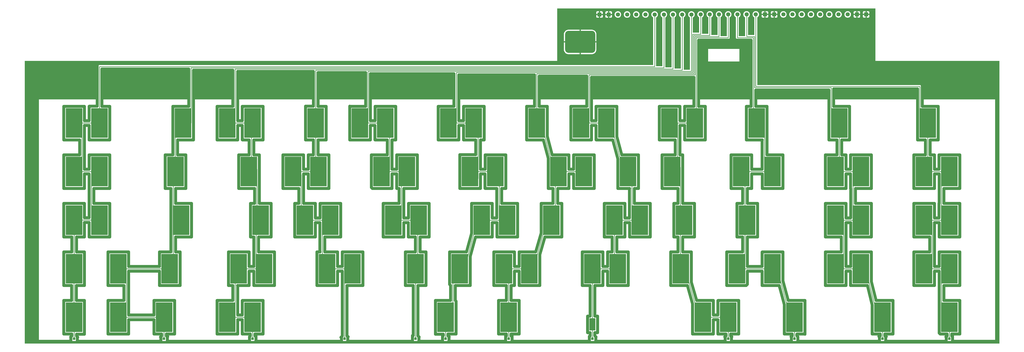
<source format=gbl>
%TF.GenerationSoftware,KiCad,Pcbnew,7.0.7*%
%TF.CreationDate,2023-10-06T16:16:01-07:00*%
%TF.ProjectId,XTay,58546179-2e6b-4696-9361-645f70636258,rev?*%
%TF.SameCoordinates,Original*%
%TF.FileFunction,Copper,L2,Bot*%
%TF.FilePolarity,Positive*%
%FSLAX46Y46*%
G04 Gerber Fmt 4.6, Leading zero omitted, Abs format (unit mm)*
G04 Created by KiCad (PCBNEW 7.0.7) date 2023-10-06 16:16:01*
%MOMM*%
%LPD*%
G01*
G04 APERTURE LIST*
G04 Aperture macros list*
%AMRoundRect*
0 Rectangle with rounded corners*
0 $1 Rounding radius*
0 $2 $3 $4 $5 $6 $7 $8 $9 X,Y pos of 4 corners*
0 Add a 4 corners polygon primitive as box body*
4,1,4,$2,$3,$4,$5,$6,$7,$8,$9,$2,$3,0*
0 Add four circle primitives for the rounded corners*
1,1,$1+$1,$2,$3*
1,1,$1+$1,$4,$5*
1,1,$1+$1,$6,$7*
1,1,$1+$1,$8,$9*
0 Add four rect primitives between the rounded corners*
20,1,$1+$1,$2,$3,$4,$5,0*
20,1,$1+$1,$4,$5,$6,$7,0*
20,1,$1+$1,$6,$7,$8,$9,0*
20,1,$1+$1,$8,$9,$2,$3,0*%
G04 Aperture macros list end*
%TA.AperFunction,SMDPad,CuDef*%
%ADD10R,7.112000X12.700000*%
%TD*%
%TA.AperFunction,ComponentPad*%
%ADD11RoundRect,1.500000X-5.000000X-3.250000X5.000000X-3.250000X5.000000X3.250000X-5.000000X3.250000X0*%
%TD*%
%TA.AperFunction,SMDPad,CuDef*%
%ADD12R,2.540000X5.334000*%
%TD*%
%TA.AperFunction,ComponentPad*%
%ADD13R,1.800000X1.800000*%
%TD*%
%TA.AperFunction,ComponentPad*%
%ADD14C,1.800000*%
%TD*%
%TA.AperFunction,SMDPad,CuDef*%
%ADD15R,1.000000X1.000000*%
%TD*%
%TA.AperFunction,Conductor*%
%ADD16C,1.270000*%
%TD*%
%TA.AperFunction,Conductor*%
%ADD17C,0.254000*%
%TD*%
%TA.AperFunction,Profile*%
%ADD18C,0.100000*%
%TD*%
G04 APERTURE END LIST*
D10*
%TO.P,SW94,COL,COL*%
%TO.N,COL_C*%
X403024000Y-150460000D03*
%TD*%
%TO.P,SW90,COL,COL*%
%TO.N,COL_C*%
X403024000Y-192320000D03*
%TD*%
%TO.P,SW47,COL,COL*%
%TO.N,COL_6*%
X198134000Y-129530000D03*
%TD*%
D11*
%TO.P,H1,1,1*%
%TO.N,GND*%
X254910000Y-94590000D03*
%TD*%
D12*
%TO.P,CAL1,COL,COL*%
%TO.N,COL_8*%
X260224000Y-216298000D03*
%TD*%
D10*
%TO.P,SW76,COL,COL*%
%TO.N,COL_A*%
X326824000Y-171390000D03*
%TD*%
%TO.P,SW87,COL,COL*%
%TO.N,COL_B*%
X366516000Y-129530000D03*
%TD*%
%TO.P,SW71,COL,COL*%
%TO.N,COL_9*%
X293384000Y-129530000D03*
%TD*%
%TO.P,SW60,COL,COL*%
%TO.N,COL_8*%
X280596000Y-171390000D03*
%TD*%
%TO.P,SW44,COL,COL*%
%TO.N,COL_6*%
X223446000Y-171390000D03*
%TD*%
%TO.P,SW64,COL,COL*%
%TO.N,COL_9*%
X307774000Y-213250000D03*
%TD*%
%TO.P,SW57,COL,COL*%
%TO.N,COL_8*%
X260224000Y-192320000D03*
%TD*%
%TO.P,SW70,COL,COL*%
%TO.N,COL_9*%
X304306000Y-129530000D03*
%TD*%
%TO.P,SW2,COL,COL*%
%TO.N,COL_1*%
X36904000Y-192320000D03*
%TD*%
%TO.P,SW65,COL,COL*%
%TO.N,COL_9*%
X318696000Y-213250000D03*
%TD*%
%TO.P,SW22,COL,COL*%
%TO.N,COL_3*%
X112224000Y-150460000D03*
%TD*%
%TO.P,SW29,COL,COL*%
%TO.N,COL_4*%
X136324000Y-171390000D03*
%TD*%
%TO.P,SW63,COL,COL*%
%TO.N,COL_8*%
X255284000Y-129530000D03*
%TD*%
%TO.P,SW20,COL,COL*%
%TO.N,COL_3*%
X107824000Y-192320000D03*
%TD*%
%TO.P,SW10,COL,COL*%
%TO.N,COL_2*%
X55954000Y-213250000D03*
%TD*%
%TO.P,SW4,COL,COL*%
%TO.N,COL_1*%
X47826000Y-171390000D03*
%TD*%
%TO.P,SW8,COL,COL*%
%TO.N,COL_1*%
X47826000Y-129530000D03*
%TD*%
%TO.P,SW82,COL,COL*%
%TO.N,COL_B*%
X364924000Y-192320000D03*
%TD*%
%TO.P,SW88,COL,COL*%
%TO.N,COL_C*%
X413946000Y-213250000D03*
%TD*%
%TO.P,SW46,COL,COL*%
%TO.N,COL_6*%
X207474000Y-150460000D03*
%TD*%
%TO.P,SW80,COL,COL*%
%TO.N,COL_B*%
X385156000Y-213250000D03*
%TD*%
%TO.P,SW72,COL,COL*%
%TO.N,COL_A*%
X347256000Y-213250000D03*
%TD*%
%TO.P,SW32,COL,COL*%
%TO.N,COL_4*%
X140984000Y-129530000D03*
%TD*%
%TO.P,SW54,COL,COL*%
%TO.N,COL_7*%
X256496000Y-150460000D03*
%TD*%
%TO.P,SW74,COL,COL*%
%TO.N,COL_A*%
X337746000Y-192320000D03*
%TD*%
%TO.P,SW15,COL,COL*%
%TO.N,COL_2*%
X80606000Y-150460000D03*
%TD*%
%TO.P,SW67,COL,COL*%
%TO.N,COL_9*%
X299646000Y-171390000D03*
%TD*%
%TO.P,SW30,COL,COL*%
%TO.N,COL_4*%
X142196000Y-150460000D03*
%TD*%
%TO.P,SW6,COL,COL*%
%TO.N,COL_1*%
X47826000Y-150460000D03*
%TD*%
%TO.P,SW3,COL,COL*%
%TO.N,COL_1*%
X36904000Y-171390000D03*
%TD*%
%TO.P,SW50,COL,COL*%
%TO.N,COL_7*%
X222124000Y-192320000D03*
%TD*%
%TO.P,SW11,COL,COL*%
%TO.N,COL_2*%
X55954000Y-192320000D03*
%TD*%
%TO.P,SW41,COL,COL*%
%TO.N,COL_6*%
X196956000Y-213250000D03*
%TD*%
%TO.P,SW43,COL,COL*%
%TO.N,COL_6*%
X212524000Y-171390000D03*
%TD*%
%TO.P,SW40,COL,COL*%
%TO.N,COL_5*%
X170956000Y-129530000D03*
%TD*%
%TO.P,SW61,COL,COL*%
%TO.N,COL_8*%
X275546000Y-150460000D03*
%TD*%
%TO.P,SW31,COL,COL*%
%TO.N,COL_4*%
X131274000Y-150460000D03*
%TD*%
%TO.P,SW95,COL,COL*%
%TO.N,COL_C*%
X404636000Y-129530000D03*
%TD*%
%TO.P,SW34,COL,COL*%
%TO.N,COL_5*%
X184024000Y-192320000D03*
%TD*%
%TO.P,SW93,COL,COL*%
%TO.N,COL_C*%
X413946000Y-150460000D03*
%TD*%
%TO.P,SW24,COL,COL*%
%TO.N,COL_3*%
X113806000Y-129530000D03*
%TD*%
%TO.P,SW17,COL,COL*%
%TO.N,COL_3*%
X113806000Y-213250000D03*
%TD*%
%TO.P,SW27,COL,COL*%
%TO.N,COL_4*%
X145924000Y-192320000D03*
%TD*%
%TO.P,SW92,COL,COL*%
%TO.N,COL_C*%
X413946000Y-171390000D03*
%TD*%
%TO.P,SW36,COL,COL*%
%TO.N,COL_5*%
X174424000Y-171390000D03*
%TD*%
%TO.P,SW59,COL,COL*%
%TO.N,COL_8*%
X269674000Y-171390000D03*
%TD*%
D13*
%TO.P,J1,1,GND*%
%TO.N,GND*%
X378090000Y-82725000D03*
%TO.P,J1,2,GND*%
X374130000Y-82725000D03*
D14*
%TO.P,J1,3,ROW_1*%
%TO.N,ROW_1*%
X370170000Y-82725000D03*
%TO.P,J1,4,ROW_2*%
%TO.N,ROW_2*%
X366210000Y-82725000D03*
%TO.P,J1,5,ROW_3*%
%TO.N,ROW_3*%
X362250000Y-82725000D03*
%TO.P,J1,6,ROW_4*%
%TO.N,ROW_4*%
X358290000Y-82725000D03*
%TO.P,J1,7,ROW_5*%
%TO.N,ROW_5*%
X354330000Y-82725000D03*
%TO.P,J1,8,ROW_6*%
%TO.N,ROW_6*%
X350370000Y-82725000D03*
%TO.P,J1,9,ROW_7*%
%TO.N,ROW_7*%
X346410000Y-82725000D03*
%TO.P,J1,10,ROW_8*%
%TO.N,ROW_8*%
X342450000Y-82725000D03*
D13*
%TO.P,J1,11,GND*%
%TO.N,GND*%
X338490000Y-82725000D03*
%TO.P,J1,12,GND*%
X334530000Y-82725000D03*
D14*
%TO.P,J1,13,COL_G*%
%TO.N,COL_C*%
X330570000Y-82725000D03*
%TO.P,J1,14,COL_F*%
%TO.N,COL_B*%
X326610000Y-82725000D03*
%TO.P,J1,15,COL_E*%
%TO.N,COL_A*%
X322650000Y-82725000D03*
%TO.P,J1,16,COL_D*%
%TO.N,COL_9*%
X318690000Y-82725000D03*
%TO.P,J1,17,COL_C*%
%TO.N,COL_8*%
X314730000Y-82725000D03*
%TO.P,J1,18,COL_B*%
%TO.N,COL_7*%
X310770000Y-82725000D03*
%TO.P,J1,19,COL_A*%
%TO.N,COL_6*%
X306810000Y-82725000D03*
%TO.P,J1,20,COL_9*%
%TO.N,COL_5*%
X302850000Y-82755000D03*
%TO.P,J1,21,COL_8*%
%TO.N,COL_4*%
X298890000Y-82755000D03*
%TO.P,J1,22,COL_7*%
%TO.N,COL_3*%
X294930000Y-82755000D03*
%TO.P,J1,23,COL_6*%
%TO.N,COL_2*%
X290970000Y-82755000D03*
%TO.P,J1,24,COL_5*%
%TO.N,COL_1*%
X287010000Y-82755000D03*
%TO.P,J1,25,COL_4*%
%TO.N,COL_G*%
X283050000Y-82755000D03*
%TO.P,J1,26,COL_3*%
%TO.N,COL_F*%
X279090000Y-82755000D03*
%TO.P,J1,27,COL_2*%
%TO.N,COL_E*%
X275130000Y-82755000D03*
%TO.P,J1,28,COL_1*%
%TO.N,COL_D*%
X271170000Y-82755000D03*
D13*
%TO.P,J1,29,GND*%
%TO.N,GND*%
X267210000Y-82755000D03*
%TO.P,J1,30,GND*%
X263250000Y-82755000D03*
%TD*%
D10*
%TO.P,SW56,COL,COL*%
%TO.N,COL_7*%
X236234000Y-129530000D03*
%TD*%
%TO.P,SW79,COL,COL*%
%TO.N,COL_A*%
X330956000Y-129530000D03*
%TD*%
%TO.P,SW81,COL,COL*%
%TO.N,COL_B*%
X375846000Y-192320000D03*
%TD*%
%TO.P,SW66,COL,COL*%
%TO.N,COL_9*%
X298324000Y-192320000D03*
%TD*%
%TO.P,SW37,COL,COL*%
%TO.N,COL_5*%
X169374000Y-150460000D03*
%TD*%
%TO.P,SW78,COL,COL*%
%TO.N,COL_A*%
X337746000Y-150460000D03*
%TD*%
%TO.P,SW13,COL,COL*%
%TO.N,COL_2*%
X82996000Y-171390000D03*
%TD*%
%TO.P,SW77,COL,COL*%
%TO.N,COL_A*%
X324294000Y-150460000D03*
%TD*%
%TO.P,SW18,COL,COL*%
%TO.N,COL_3*%
X102884000Y-213250000D03*
%TD*%
%TO.P,SW51,COL,COL*%
%TO.N,COL_7*%
X233046000Y-192320000D03*
%TD*%
%TO.P,SW12,COL,COL*%
%TO.N,COL_2*%
X78086000Y-192320000D03*
%TD*%
%TO.P,SW62,COL,COL*%
%TO.N,COL_8*%
X266206000Y-129530000D03*
%TD*%
%TO.P,SW42,COL,COL*%
%TO.N,COL_6*%
X203074000Y-192320000D03*
%TD*%
%TO.P,SW9,COL,COL*%
%TO.N,COL_2*%
X75706000Y-213250000D03*
%TD*%
%TO.P,SW84,COL,COL*%
%TO.N,COL_B*%
X364924000Y-171390000D03*
%TD*%
%TO.P,SW39,COL,COL*%
%TO.N,COL_5*%
X160034000Y-129530000D03*
%TD*%
%TO.P,SW21,COL,COL*%
%TO.N,COL_3*%
X117274000Y-171390000D03*
%TD*%
%TO.P,SW48,COL,COL*%
%TO.N,COL_6*%
X209056000Y-129530000D03*
%TD*%
%TO.P,SW85,COL,COL*%
%TO.N,COL_B*%
X364924000Y-150460000D03*
%TD*%
%TO.P,SW7,COL,COL*%
%TO.N,COL_1*%
X36904000Y-129530000D03*
%TD*%
%TO.P,SW28,COL,COL*%
%TO.N,COL_4*%
X147246000Y-171390000D03*
%TD*%
%TO.P,SW16,COL,COL*%
%TO.N,COL_2*%
X83834000Y-129530000D03*
%TD*%
%TO.P,SW52,COL,COL*%
%TO.N,COL_7*%
X242496000Y-171390000D03*
%TD*%
%TO.P,SW23,COL,COL*%
%TO.N,COL_3*%
X102884000Y-129530000D03*
%TD*%
%TO.P,SW53,COL,COL*%
%TO.N,COL_7*%
X245574000Y-150460000D03*
%TD*%
%TO.P,SW89,COL,COL*%
%TO.N,COL_C*%
X413946000Y-192320000D03*
%TD*%
%TO.P,SW5,COL,COL*%
%TO.N,COL_1*%
X36904000Y-150460000D03*
%TD*%
%TO.P,SW49,COL,COL*%
%TO.N,COL_7*%
X224134000Y-213250000D03*
%TD*%
%TO.P,SW58,COL,COL*%
%TO.N,COL_8*%
X271146000Y-192320000D03*
%TD*%
%TO.P,SW1,COL,COL*%
%TO.N,COL_1*%
X36904000Y-213250000D03*
%TD*%
%TO.P,SW19,COL,COL*%
%TO.N,COL_3*%
X118746000Y-192320000D03*
%TD*%
%TO.P,SW68,COL,COL*%
%TO.N,COL_9*%
X294596000Y-150460000D03*
%TD*%
%TO.P,SW91,COL,COL*%
%TO.N,COL_C*%
X403024000Y-171390000D03*
%TD*%
%TO.P,SW83,COL,COL*%
%TO.N,COL_B*%
X375846000Y-171390000D03*
%TD*%
%TO.P,SW38,COL,COL*%
%TO.N,COL_5*%
X180296000Y-150460000D03*
%TD*%
%TO.P,SW86,COL,COL*%
%TO.N,COL_B*%
X375846000Y-150460000D03*
%TD*%
%TO.P,SW26,COL,COL*%
%TO.N,COL_4*%
X156846000Y-192320000D03*
%TD*%
%TO.P,SW45,COL,COL*%
%TO.N,COL_6*%
X218396000Y-150460000D03*
%TD*%
%TO.P,SW73,COL,COL*%
%TO.N,COL_A*%
X322464000Y-192320000D03*
%TD*%
%TO.P,SW35,COL,COL*%
%TO.N,COL_5*%
X185346000Y-171390000D03*
%TD*%
D15*
%TO.P,TP9,1,1*%
%TO.N,COL_1*%
X36904000Y-222500000D03*
%TD*%
%TO.P,TP18,1,1*%
%TO.N,COL_A*%
X347256000Y-222500000D03*
%TD*%
%TO.P,TP11,1,1*%
%TO.N,COL_3*%
X113806000Y-222500000D03*
%TD*%
%TO.P,TP16,1,1*%
%TO.N,COL_8*%
X260224000Y-222500000D03*
%TD*%
%TO.P,TP19,1,1*%
%TO.N,COL_B*%
X385156000Y-222500000D03*
%TD*%
%TO.P,TP14,1,1*%
%TO.N,COL_6*%
X196956000Y-222500000D03*
%TD*%
%TO.P,TP10,1,1*%
%TO.N,COL_2*%
X75650000Y-222500000D03*
%TD*%
%TO.P,TP12,1,1*%
%TO.N,COL_4*%
X153420000Y-222500000D03*
%TD*%
%TO.P,TP15,1,1*%
%TO.N,COL_7*%
X224134000Y-222500000D03*
%TD*%
%TO.P,TP20,1,1*%
%TO.N,COL_C*%
X413946000Y-222500000D03*
%TD*%
%TO.P,TP17,1,1*%
%TO.N,COL_9*%
X318696000Y-222500000D03*
%TD*%
%TO.P,TP13,1,1*%
%TO.N,COL_5*%
X184024000Y-222500000D03*
%TD*%
D16*
%TO.N,GND*%
X278200000Y-157699000D02*
X279991000Y-157699000D01*
X204610000Y-122292000D02*
X204611000Y-122291000D01*
X161290000Y-199560000D02*
X154441000Y-199560000D01*
X202579000Y-136769000D02*
X202579000Y-130561000D01*
X141479000Y-185081000D02*
X141479000Y-199559000D01*
X88279000Y-106724000D02*
X105274000Y-106724000D01*
X261240000Y-212740000D02*
X262381000Y-212740000D01*
X201060000Y-199559000D02*
X207519000Y-199559000D01*
X37920000Y-178669000D02*
X37960000Y-178629000D01*
X223118000Y-206010000D02*
X219690000Y-206010000D01*
X137751000Y-151480000D02*
X137751000Y-157699000D01*
X175851000Y-143221000D02*
X184741000Y-143221000D01*
X386180000Y-220489000D02*
X389601000Y-220489000D01*
X367333000Y-185081000D02*
X360479000Y-185081000D01*
X32470000Y-199570000D02*
X32459000Y-199559000D01*
X81426000Y-143196000D02*
X81426000Y-136769000D01*
X314251000Y-220489000D02*
X317680000Y-220489000D01*
X165369000Y-157699000D02*
X173819000Y-157699000D01*
X73641000Y-193340000D02*
X73637000Y-193336000D01*
X342811000Y-220489000D02*
X346230000Y-220489000D01*
X216969000Y-164151000D02*
X208079000Y-164151000D01*
X135730000Y-157688000D02*
X135730000Y-151476000D01*
X412557000Y-221817000D02*
X412557000Y-223110000D01*
X231789000Y-122291000D02*
X235218000Y-122291000D01*
X45420000Y-157699000D02*
X52271000Y-157699000D01*
X142790000Y-172406000D02*
X142790000Y-185067000D01*
X257694000Y-122287000D02*
X257694000Y-109270000D01*
X268658000Y-178637000D02*
X268658000Y-185040000D01*
X275591000Y-185081000D02*
X275560000Y-185050000D01*
X412930000Y-220499000D02*
X412930000Y-221260000D01*
X35850000Y-206011000D02*
X35854000Y-206007000D01*
X179579000Y-199559000D02*
X183000000Y-199559000D01*
X305040000Y-206000000D02*
X302769000Y-198060000D01*
X188468000Y-199560000D02*
X185040000Y-199560000D01*
X41360000Y-149420000D02*
X41349000Y-149409000D01*
X107329000Y-128514000D02*
X107329000Y-107232000D01*
X136539000Y-122291000D02*
X136539000Y-136769000D01*
X409501000Y-178629000D02*
X409501000Y-172410000D01*
X342191000Y-143221000D02*
X342191000Y-157699000D01*
X107330000Y-199569000D02*
X107320000Y-199559000D01*
X107780000Y-143220000D02*
X112234000Y-143220000D01*
X409501000Y-220031000D02*
X409959000Y-220489000D01*
X274123000Y-172406000D02*
X276150000Y-172406000D01*
X407469000Y-157699000D02*
X407469000Y-151501000D01*
X41360000Y-149444000D02*
X41360000Y-149420000D01*
X250023000Y-151476000D02*
X252050000Y-151476000D01*
X185500000Y-221710000D02*
X185413000Y-221797000D01*
X79394000Y-143220000D02*
X79389000Y-143215000D01*
X383767000Y-221677000D02*
X383530000Y-221440000D01*
X58364000Y-199559000D02*
X58353000Y-199570000D01*
X109350000Y-136758000D02*
X109350000Y-130546000D01*
X231789000Y-136769000D02*
X231789000Y-122291000D01*
X250019000Y-143221000D02*
X242842611Y-143221000D01*
X370961000Y-136769000D02*
X370961000Y-122291000D01*
X137751000Y-149430000D02*
X137751000Y-149439000D01*
X365500000Y-143210000D02*
X365500000Y-136769000D01*
X407470000Y-191304000D02*
X409497000Y-191304000D01*
X386172000Y-220497000D02*
X386180000Y-220489000D01*
X154940000Y-221660000D02*
X154809000Y-221791000D01*
X373450000Y-164151000D02*
X373436000Y-164137000D01*
X137746000Y-149444000D02*
X135730000Y-149444000D01*
X225150000Y-221270000D02*
X225170000Y-221290000D01*
X261761000Y-136769000D02*
X268910000Y-136769000D01*
X369380000Y-164162000D02*
X369380000Y-170374000D01*
X295202000Y-178630000D02*
X297004000Y-178630000D01*
X152400000Y-191304000D02*
X150370000Y-191304000D01*
X228602000Y-185080000D02*
X235710000Y-185080000D01*
X115195000Y-223210000D02*
X115195000Y-221111000D01*
X184741000Y-157699000D02*
X178880000Y-157699000D01*
X371380000Y-149444000D02*
X369374000Y-149444000D01*
X389601000Y-220489000D02*
X389601000Y-206011000D01*
X51509000Y-199559000D02*
X51509000Y-185081000D01*
X52271000Y-143221000D02*
X43381000Y-143221000D01*
X274118000Y-178630000D02*
X274119000Y-178629000D01*
X373461000Y-164140000D02*
X373450000Y-164151000D01*
X258835000Y-221645000D02*
X258835000Y-222355000D01*
X258490000Y-199560000D02*
X259208000Y-199560000D01*
X228577000Y-191304000D02*
X228601000Y-191280000D01*
X264680000Y-185092000D02*
X264669000Y-185081000D01*
X222745000Y-223350000D02*
X222745000Y-221270000D01*
X369374000Y-151476000D02*
X371390000Y-151476000D01*
X312219000Y-206011000D02*
X312208000Y-206000000D01*
X203029000Y-143221000D02*
X203029000Y-157699000D01*
X326923000Y-193336000D02*
X333260000Y-193336000D01*
X118251000Y-122291000D02*
X109361000Y-122291000D01*
X326909000Y-185081000D02*
X326909000Y-178653000D01*
X201401000Y-206352000D02*
X201401000Y-220489000D01*
X207519000Y-199559000D02*
X207540000Y-199538000D01*
X320240000Y-221640000D02*
X319870000Y-221270000D01*
X32459000Y-220489000D02*
X32459000Y-206011000D01*
X152401000Y-199559000D02*
X152401000Y-221267000D01*
X398579000Y-164151000D02*
X398579000Y-178629000D01*
X142800000Y-164152000D02*
X142800000Y-170374000D01*
X324874000Y-157699000D02*
X324874000Y-164140000D01*
X228601000Y-185081000D02*
X228602000Y-185080000D01*
X304091000Y-178629000D02*
X304091000Y-164151000D01*
X262383000Y-219854000D02*
X262377000Y-219860000D01*
X295201000Y-178629000D02*
X295202000Y-178630000D01*
X360479000Y-143221000D02*
X360490000Y-143210000D01*
X409470000Y-149444000D02*
X409470000Y-143252000D01*
X71260000Y-212234000D02*
X71260000Y-206012000D01*
X114624000Y-157740000D02*
X107820000Y-157740000D01*
X51510000Y-206010000D02*
X51511000Y-206011000D01*
X112270000Y-191304000D02*
X114300000Y-191304000D01*
X318019000Y-185081000D02*
X318019000Y-199559000D01*
X80586000Y-185081000D02*
X82531000Y-185081000D01*
X60413000Y-214266000D02*
X60399000Y-214280000D01*
X166511000Y-122291000D02*
X175401000Y-122291000D01*
X60399000Y-185081000D02*
X60399000Y-191304000D01*
X228600000Y-199558000D02*
X228601000Y-199559000D01*
X317140000Y-221630000D02*
X317307000Y-221797000D01*
X330570000Y-115310000D02*
X362070000Y-115310000D01*
X303320000Y-207430000D02*
X303320000Y-220480000D01*
X136550000Y-122280000D02*
X136539000Y-122291000D01*
X112790000Y-220489000D02*
X112790000Y-221270000D01*
X342191000Y-185081000D02*
X342191000Y-197480000D01*
X369368000Y-143220000D02*
X367532000Y-143220000D01*
X308751000Y-136769000D02*
X308751000Y-122291000D01*
X278200000Y-164151000D02*
X278200000Y-157699000D01*
X60399000Y-214280000D02*
X60399000Y-220489000D01*
X328740000Y-149444000D02*
X328740000Y-143222000D01*
X123191000Y-199559000D02*
X123191000Y-185081000D01*
X142801000Y-164151000D02*
X142800000Y-164152000D01*
X51520000Y-199570000D02*
X51509000Y-199559000D01*
X299861000Y-128510000D02*
X299857000Y-128514000D01*
X151691000Y-178629000D02*
X151691000Y-164151000D01*
X185966000Y-185080000D02*
X188468000Y-185080000D01*
X185966000Y-178633000D02*
X185966000Y-185080000D01*
X409487000Y-151476000D02*
X409501000Y-151490000D01*
X185970000Y-178629000D02*
X185966000Y-178633000D01*
X183000000Y-199559000D02*
X183008000Y-199567000D01*
X261240000Y-219860000D02*
X261240000Y-221250000D01*
X135719000Y-143221000D02*
X126829000Y-143221000D01*
X199024000Y-206010000D02*
X192512000Y-206010000D01*
X297004000Y-157700000D02*
X297004000Y-164150000D01*
X41353000Y-151476000D02*
X41349000Y-151480000D01*
X166511000Y-136769000D02*
X171780000Y-136769000D01*
X324863000Y-164151000D02*
X322379000Y-164151000D01*
X140758000Y-164140000D02*
X135716000Y-164140000D01*
X324873000Y-185081000D02*
X318019000Y-185081000D01*
X173820000Y-136769000D02*
X173820000Y-149340000D01*
X43360000Y-170354000D02*
X43360000Y-151560000D01*
X139942000Y-107240000D02*
X139950000Y-107232000D01*
X331268000Y-178630000D02*
X331248000Y-178650000D01*
X107353000Y-130546000D02*
X107329000Y-130570000D01*
X243204000Y-164126000D02*
X243204000Y-157699000D01*
X35870000Y-178629000D02*
X32459000Y-178629000D01*
X371401000Y-157767000D02*
X371401000Y-170350000D01*
X328738000Y-157700000D02*
X326906000Y-157700000D01*
X243200000Y-164151000D02*
X243200000Y-164130000D01*
X80586000Y-157699000D02*
X80586000Y-164151000D01*
X118251000Y-206011000D02*
X109361000Y-206011000D01*
X418391000Y-164151000D02*
X418391000Y-178629000D01*
X166480000Y-136738000D02*
X166511000Y-136769000D01*
X198629000Y-185081000D02*
X198629000Y-199049000D01*
X45416000Y-157703000D02*
X45420000Y-157699000D01*
X137751000Y-157699000D02*
X146641000Y-157699000D01*
X226600000Y-191304000D02*
X228577000Y-191304000D01*
X151691000Y-164151000D02*
X142801000Y-164151000D01*
X226569000Y-199559000D02*
X225150000Y-199559000D01*
X112270000Y-193336000D02*
X114297000Y-193336000D01*
X389601000Y-206011000D02*
X389600000Y-206010000D01*
X237270000Y-109264000D02*
X257688000Y-109264000D01*
X297829000Y-143217000D02*
X297829000Y-136769000D01*
X365500000Y-136769000D02*
X362071000Y-136769000D01*
X71261000Y-206011000D02*
X80151000Y-206011000D01*
X164483000Y-130546000D02*
X166480000Y-130546000D01*
X136539000Y-136769000D02*
X139960000Y-136769000D01*
X71260000Y-214266000D02*
X60413000Y-214266000D01*
X367334000Y-185080000D02*
X367333000Y-185081000D01*
X345670000Y-221560000D02*
X345867000Y-221757000D01*
X107820000Y-157740000D02*
X107779000Y-157699000D01*
X252050000Y-157698000D02*
X252051000Y-157699000D01*
X302769000Y-185081000D02*
X302768000Y-185080000D01*
X328739000Y-143221000D02*
X319849000Y-143221000D01*
X297004000Y-185077000D02*
X297000000Y-185081000D01*
X270690000Y-178630000D02*
X274118000Y-178630000D01*
X131900000Y-178650000D02*
X140748000Y-178650000D01*
X398579000Y-185081000D02*
X398579000Y-199559000D01*
X257690000Y-122291000D02*
X257694000Y-122287000D01*
X386545000Y-223350000D02*
X386545000Y-221755000D01*
X112269000Y-185081000D02*
X103379000Y-185081000D01*
X264683000Y-193336000D02*
X266700000Y-193336000D01*
X290152000Y-143220000D02*
X290151000Y-143221000D01*
X32459000Y-143221000D02*
X39299000Y-143221000D01*
X179579000Y-185081000D02*
X179579000Y-199559000D01*
X114822000Y-221260000D02*
X114822000Y-220497000D01*
X335401000Y-143211000D02*
X335411000Y-143221000D01*
X219001000Y-172420000D02*
X218987000Y-172406000D01*
X116656000Y-164120000D02*
X116669000Y-164107000D01*
X175850000Y-143222000D02*
X175851000Y-143221000D01*
X161291000Y-185081000D02*
X152401000Y-185081000D01*
X173820000Y-149340000D02*
X173830000Y-149350000D01*
X202579000Y-130561000D02*
X202594000Y-130546000D01*
X418380000Y-206000000D02*
X418369000Y-206011000D01*
X227891000Y-178629000D02*
X219001000Y-178629000D01*
X275560000Y-185050000D02*
X270690000Y-185050000D01*
X297840000Y-130546000D02*
X299847000Y-130546000D01*
X317307000Y-221797000D02*
X317307000Y-223350000D01*
X38293000Y-221977000D02*
X38470000Y-221800000D01*
X274119000Y-164151000D02*
X265229000Y-164151000D01*
X324874000Y-178663000D02*
X324874000Y-185080000D01*
X371390000Y-151476000D02*
X371390000Y-157756000D01*
X326511000Y-122291000D02*
X326512000Y-122290000D01*
X398601000Y-185081000D02*
X398590000Y-185070000D01*
X290151000Y-143221000D02*
X290151000Y-157699000D01*
X346240000Y-220499000D02*
X346240000Y-221270000D01*
X184741000Y-143221000D02*
X184741000Y-157699000D01*
X261240000Y-221250000D02*
X261700000Y-221710000D01*
X178869000Y-178629000D02*
X178869000Y-172410000D01*
X41363000Y-170354000D02*
X43360000Y-170354000D01*
X58364000Y-206011000D02*
X58364000Y-199559000D01*
X371400000Y-178628000D02*
X371401000Y-178629000D01*
X150369000Y-199559000D02*
X150369000Y-193340000D01*
X333270000Y-191304000D02*
X326920000Y-191304000D01*
X364110000Y-114796000D02*
X400191000Y-114796000D01*
X333270000Y-191304000D02*
X333270000Y-185112000D01*
X279991000Y-143221000D02*
X279990000Y-143220000D01*
X299036000Y-178643000D02*
X299050000Y-178629000D01*
X43380000Y-178628000D02*
X43381000Y-178629000D01*
X142016000Y-107746000D02*
X142010000Y-107740000D01*
X259729000Y-136769000D02*
X259729000Y-130550000D01*
X192511000Y-220489000D02*
X192552000Y-220530000D01*
X118251000Y-136769000D02*
X118251000Y-122291000D01*
X335400000Y-122290000D02*
X335401000Y-122291000D01*
X398590000Y-185070000D02*
X398579000Y-185081000D01*
X155589000Y-122291000D02*
X162440000Y-122291000D01*
X131879000Y-164151000D02*
X131879000Y-178629000D01*
X80151000Y-206011000D02*
X80151000Y-220489000D01*
X150373000Y-193336000D02*
X152400000Y-193336000D01*
X411536000Y-164150000D02*
X418390000Y-164150000D01*
X239691000Y-178630000D02*
X239690000Y-178629000D01*
X405434000Y-178629000D02*
X405434000Y-185076000D01*
X326906000Y-157700000D02*
X326906000Y-164140000D01*
X133684000Y-157703000D02*
X133684000Y-164140000D01*
X303866000Y-122291000D02*
X303866000Y-109772000D01*
X246941000Y-164151000D02*
X245240000Y-164151000D01*
X295790000Y-136769000D02*
X295794000Y-136773000D01*
X380260000Y-157730000D02*
X380291000Y-157699000D01*
X173819000Y-151477000D02*
X173820000Y-151476000D01*
X32459000Y-122291000D02*
X41349000Y-122291000D01*
X297829000Y-136769000D02*
X297840000Y-136758000D01*
X178873000Y-172406000D02*
X180890000Y-172406000D01*
X73630000Y-185092000D02*
X73672000Y-185050000D01*
X371380000Y-199538000D02*
X371380000Y-193336000D01*
X78550000Y-185081000D02*
X78550000Y-157699000D01*
X342810000Y-220488000D02*
X342811000Y-220489000D01*
X173820000Y-151476000D02*
X175840000Y-151476000D01*
X411536000Y-157700000D02*
X411536000Y-164150000D01*
X82531000Y-199559000D02*
X73641000Y-199559000D01*
X135730000Y-149444000D02*
X135730000Y-143232000D01*
X173821000Y-136770000D02*
X173820000Y-136769000D01*
X109361000Y-122291000D02*
X109330000Y-122322000D01*
X155589000Y-122291000D02*
X155589000Y-136769000D01*
X250030000Y-143232000D02*
X250019000Y-143221000D01*
X52271000Y-136769000D02*
X52271000Y-122291000D01*
X407468000Y-143220000D02*
X407469000Y-143221000D01*
X85051000Y-143221000D02*
X85051000Y-157699000D01*
X58353000Y-199570000D02*
X51520000Y-199570000D01*
X370961000Y-122291000D02*
X370960000Y-122290000D01*
X407467000Y-157699000D02*
X407468000Y-157700000D01*
X114297000Y-193336000D02*
X114301000Y-193340000D01*
X270690000Y-185050000D02*
X270690000Y-178630000D01*
X409501000Y-164151000D02*
X409470000Y-164182000D01*
X305900000Y-122289000D02*
X305900000Y-93782000D01*
X166480000Y-130546000D02*
X166480000Y-136738000D01*
X252051000Y-149439000D02*
X252046000Y-149444000D01*
X107329000Y-136769000D02*
X98439000Y-136769000D01*
X79393000Y-143221000D02*
X79394000Y-143220000D01*
X199024000Y-199420000D02*
X199024000Y-206010000D01*
X211919000Y-157699000D02*
X211919000Y-151500000D01*
X193690000Y-122290000D02*
X193689000Y-122291000D01*
X238051000Y-164151000D02*
X243200000Y-164151000D01*
X226569000Y-199559000D02*
X226569000Y-193351000D01*
X211919000Y-151500000D02*
X211943000Y-151476000D01*
X342191000Y-197480000D02*
X344480000Y-206010000D01*
X369369000Y-185081000D02*
X369369000Y-172411000D01*
X178880000Y-157699000D02*
X178880000Y-169860000D01*
X312220000Y-220488000D02*
X312220000Y-214266000D01*
X201060000Y-206011000D02*
X201401000Y-206352000D01*
X107330000Y-212234000D02*
X107330000Y-199569000D01*
X333330000Y-136769000D02*
X333290000Y-136809000D01*
X219689000Y-206011000D02*
X219689000Y-220489000D01*
X43402000Y-122270000D02*
X46810000Y-122270000D01*
X369369000Y-151481000D02*
X369369000Y-157699000D01*
X175840000Y-151476000D02*
X175840000Y-157688000D01*
X48850000Y-106216000D02*
X86244000Y-106216000D01*
X405429000Y-185081000D02*
X398601000Y-185081000D01*
X183008000Y-221111000D02*
X182635000Y-221111000D01*
X35888000Y-221270000D02*
X35888000Y-220498000D01*
X259200000Y-219854000D02*
X259208000Y-219862000D01*
X386172000Y-221270000D02*
X386172000Y-220497000D01*
X154441000Y-199560000D02*
X154440000Y-199559000D01*
X170000000Y-164130000D02*
X169979000Y-164151000D01*
X250019000Y-151480000D02*
X250023000Y-151476000D01*
X219689000Y-220489000D02*
X219690000Y-220490000D01*
X346230000Y-220489000D02*
X346240000Y-220499000D01*
X252046000Y-149444000D02*
X250030000Y-149444000D01*
X326909000Y-178653000D02*
X326906000Y-178650000D01*
X299847000Y-130546000D02*
X299861000Y-130560000D01*
X418391000Y-143221000D02*
X418391000Y-157699000D01*
X137772000Y-143200000D02*
X137751000Y-143221000D01*
X114271000Y-136769000D02*
X118251000Y-136769000D01*
X45417000Y-164151000D02*
X45416000Y-164150000D01*
X150369000Y-193340000D02*
X150373000Y-193336000D01*
X409090000Y-122300000D02*
X409090000Y-136760000D01*
X258065000Y-212742000D02*
X258065000Y-219854000D01*
X82531000Y-185081000D02*
X82531000Y-199559000D01*
X258065000Y-219854000D02*
X259200000Y-219854000D01*
X371401000Y-170350000D02*
X371377000Y-170374000D01*
X371400000Y-191304000D02*
X369370000Y-191304000D01*
X228579000Y-206011000D02*
X228579000Y-220489000D01*
X246940000Y-178630000D02*
X246941000Y-178629000D01*
X51509000Y-206011000D02*
X51510000Y-206010000D01*
X418390000Y-220490000D02*
X414962000Y-220490000D01*
X380291000Y-157699000D02*
X380291000Y-143221000D01*
X173830000Y-149350000D02*
X173830000Y-149444000D01*
X369374000Y-172406000D02*
X371400000Y-172406000D01*
X407470000Y-172406000D02*
X407470000Y-191304000D01*
X112829000Y-178629000D02*
X112850000Y-178650000D01*
X312208000Y-206000000D02*
X305040000Y-206000000D01*
X295794000Y-143220000D02*
X290152000Y-143220000D01*
X228579000Y-220489000D02*
X225160000Y-220489000D01*
X323141000Y-206011000D02*
X314251000Y-206011000D01*
X109361000Y-136769000D02*
X109350000Y-136758000D01*
X225160000Y-220489000D02*
X225150000Y-220499000D01*
X35515000Y-223350000D02*
X35515000Y-221815000D01*
X41338000Y-220500000D02*
X41349000Y-220489000D01*
X112234000Y-143220000D02*
X112234000Y-136783000D01*
X245240000Y-164151000D02*
X245236000Y-164147000D01*
X411540000Y-206011000D02*
X411536000Y-206007000D01*
X112269000Y-199559000D02*
X112270000Y-199558000D01*
X178880000Y-169860000D02*
X178870000Y-169870000D01*
X142790000Y-185067000D02*
X142804000Y-185081000D01*
X32460000Y-143220000D02*
X32459000Y-143221000D01*
X297000000Y-185081000D02*
X293879000Y-185081000D01*
X369369000Y-157699000D02*
X360479000Y-157699000D01*
X226548000Y-199580000D02*
X226569000Y-199559000D01*
X52270000Y-122290000D02*
X48842000Y-122290000D01*
X135719000Y-164137000D02*
X135719000Y-157699000D01*
X208079000Y-176980000D02*
X205920000Y-185070000D01*
X301040000Y-199559000D02*
X303320000Y-207430000D01*
X141479000Y-199559000D02*
X150369000Y-199559000D01*
X211919000Y-136793000D02*
X211919000Y-149439000D01*
X37920000Y-185081000D02*
X37920000Y-178669000D01*
X398579000Y-157699000D02*
X407467000Y-157699000D01*
X239000000Y-136769000D02*
X241120000Y-144660000D01*
X176834000Y-164130000D02*
X170000000Y-164130000D01*
X164929000Y-157259000D02*
X165369000Y-157699000D01*
X226569000Y-193351000D02*
X226584000Y-193336000D01*
X264669000Y-193350000D02*
X264669000Y-199559000D01*
X114266000Y-136774000D02*
X114271000Y-136769000D01*
X195940000Y-221111000D02*
X195567000Y-221111000D01*
X274119000Y-178629000D02*
X274119000Y-172410000D01*
X261700000Y-221710000D02*
X261613000Y-221797000D01*
X348645000Y-221623000D02*
X348645000Y-223355000D01*
X216970000Y-164152000D02*
X216969000Y-164151000D01*
X209770000Y-178629000D02*
X207540000Y-186970000D01*
X380291000Y-178629000D02*
X380291000Y-164151000D01*
X98440000Y-206010000D02*
X98439000Y-206011000D01*
X98439000Y-122291000D02*
X98440000Y-122290000D01*
X304091000Y-164151000D02*
X304090000Y-164150000D01*
X71260000Y-220488000D02*
X71260000Y-214266000D01*
X259208000Y-199560000D02*
X259208000Y-212740000D01*
X114624000Y-164117000D02*
X114624000Y-157740000D01*
X227891000Y-164151000D02*
X227891000Y-178629000D01*
X245236000Y-164147000D02*
X245236000Y-157700000D01*
X105284000Y-206010000D02*
X98440000Y-206010000D01*
X418391000Y-199559000D02*
X418391000Y-185081000D01*
X107779000Y-143221000D02*
X107780000Y-143220000D01*
X162440000Y-107750000D02*
X162444000Y-107746000D01*
X252051000Y-143221000D02*
X252051000Y-149439000D01*
X201060000Y-199559000D02*
X201060000Y-206011000D01*
X364110000Y-122282000D02*
X364110000Y-114796000D01*
X180901000Y-178629000D02*
X183890000Y-178629000D01*
X405652000Y-136777000D02*
X405652000Y-143220000D01*
X114301000Y-193340000D02*
X114301000Y-199559000D01*
X204611000Y-136769000D02*
X209870000Y-136769000D01*
X107779000Y-157699000D02*
X107779000Y-143221000D01*
X131890000Y-164140000D02*
X131879000Y-164151000D01*
X303320000Y-220480000D02*
X303329000Y-220489000D01*
X324874000Y-164140000D02*
X324863000Y-164151000D01*
X367540000Y-136769000D02*
X370961000Y-136769000D01*
X290152000Y-157700000D02*
X297004000Y-157700000D01*
X114830000Y-220489000D02*
X118251000Y-220489000D01*
X367532000Y-143220000D02*
X367532000Y-136777000D01*
X328750000Y-157688000D02*
X328738000Y-157700000D01*
X351701000Y-220489000D02*
X351690000Y-220500000D01*
X239691000Y-178630000D02*
X237500000Y-186280000D01*
X43360000Y-151560000D02*
X43276000Y-151476000D01*
X79389000Y-122291000D02*
X86244000Y-122291000D01*
X268910000Y-136769000D02*
X271090000Y-144900000D01*
X226569000Y-185081000D02*
X226600000Y-185112000D01*
X320085000Y-223350000D02*
X320085000Y-221795000D01*
X144836000Y-178633000D02*
X144840000Y-178629000D01*
X409497000Y-172406000D02*
X407470000Y-172406000D01*
X164940000Y-143210000D02*
X164929000Y-143221000D01*
X164479000Y-130550000D02*
X164483000Y-130546000D01*
X246941000Y-178629000D02*
X246941000Y-164151000D01*
X41349000Y-151480000D02*
X41349000Y-157699000D01*
X76161000Y-157699000D02*
X76161000Y-143221000D01*
X213501000Y-122291000D02*
X213501000Y-136769000D01*
X146641000Y-157699000D02*
X146641000Y-143221000D01*
X331238000Y-164140000D02*
X331248000Y-164130000D01*
X295202000Y-164150000D02*
X295201000Y-164151000D01*
X216969000Y-178629000D02*
X209770000Y-178629000D01*
X386430000Y-221270000D02*
X386172000Y-221270000D01*
X373436000Y-164137000D02*
X373436000Y-157730000D01*
X407513000Y-193336000D02*
X409490000Y-193336000D01*
X121719000Y-178629000D02*
X121719000Y-164151000D01*
X403620000Y-136789000D02*
X403620000Y-143210000D01*
X105280000Y-199559000D02*
X105284000Y-199563000D01*
X121719000Y-164151000D02*
X121688000Y-164120000D01*
X211924000Y-149444000D02*
X213930000Y-149444000D01*
X225150000Y-206010000D02*
X228578000Y-206010000D01*
X213930000Y-149444000D02*
X213930000Y-143242000D01*
X140748000Y-178650000D02*
X140769000Y-178629000D01*
X279990000Y-143220000D02*
X272760000Y-143220000D01*
X227890000Y-164150000D02*
X227891000Y-164151000D01*
X299041000Y-143221000D02*
X299040000Y-143220000D01*
X317680000Y-221260000D02*
X317510000Y-221260000D01*
X266701000Y-191279000D02*
X266676000Y-191304000D01*
X271101000Y-157699000D02*
X276160000Y-157699000D01*
X223118000Y-220490000D02*
X223118000Y-221270000D01*
X166511000Y-128510000D02*
X164479000Y-128510000D01*
X98439000Y-122291000D02*
X105280000Y-122291000D01*
X38470000Y-221800000D02*
X37940000Y-221270000D01*
X152401000Y-221267000D02*
X152404000Y-221270000D01*
X161290000Y-199560000D02*
X161291000Y-199559000D01*
X183930000Y-185081000D02*
X179579000Y-185081000D01*
X37920000Y-220500000D02*
X41338000Y-220500000D01*
X139968000Y-143200000D02*
X137772000Y-143200000D01*
X98439000Y-206011000D02*
X98439000Y-220489000D01*
X225523000Y-222460000D02*
X225523000Y-223360000D01*
X126829000Y-157699000D02*
X133680000Y-157699000D01*
X221040000Y-157699000D02*
X221036000Y-157703000D01*
X240680000Y-122312000D02*
X240680000Y-135150000D01*
X37960000Y-178629000D02*
X41349000Y-178629000D01*
X386730000Y-221570000D02*
X386430000Y-221270000D01*
X264680000Y-191304000D02*
X264680000Y-185092000D01*
X114590000Y-164151000D02*
X114624000Y-164117000D01*
X32459000Y-164151000D02*
X41349000Y-164151000D01*
X299036000Y-185080000D02*
X299036000Y-178643000D01*
X139968000Y-136777000D02*
X139968000Y-143200000D01*
X133684000Y-164140000D02*
X131890000Y-164140000D01*
X299040000Y-143220000D02*
X297826000Y-143220000D01*
X333301000Y-199559000D02*
X340610000Y-199559000D01*
X112270000Y-185082000D02*
X112269000Y-185081000D01*
X154550000Y-221270000D02*
X154940000Y-221660000D01*
X367532000Y-136777000D02*
X367540000Y-136769000D01*
X299861000Y-122291000D02*
X303866000Y-122291000D01*
X71260000Y-206012000D02*
X71261000Y-206011000D01*
X116669000Y-143221000D02*
X116668000Y-143220000D01*
X154436000Y-199563000D02*
X154436000Y-221270000D01*
X43276000Y-151476000D02*
X41353000Y-151476000D01*
X288939000Y-122291000D02*
X288939000Y-136769000D01*
X414962000Y-220490000D02*
X414962000Y-221270000D01*
X411640000Y-157700000D02*
X411536000Y-157700000D01*
X303866000Y-109772000D02*
X259730000Y-109772000D01*
X74550000Y-221260000D02*
X74634000Y-221260000D01*
X41349000Y-149409000D02*
X41349000Y-130550000D01*
X208079000Y-164151000D02*
X208079000Y-176980000D01*
X193689000Y-122291000D02*
X193689000Y-136769000D01*
X409081000Y-136769000D02*
X405660000Y-136769000D01*
X400191000Y-136769000D02*
X403600000Y-136769000D01*
X32459000Y-199559000D02*
X32459000Y-185081000D01*
X243204000Y-157699000D02*
X241129000Y-157699000D01*
X219690000Y-206010000D02*
X219689000Y-206011000D01*
X152401000Y-185081000D02*
X152400000Y-185082000D01*
X74261000Y-223350000D02*
X74261000Y-221811000D01*
X150369000Y-185081000D02*
X144836000Y-185081000D01*
X32459000Y-206011000D02*
X35850000Y-206011000D01*
X180900000Y-170374000D02*
X180900000Y-164152000D01*
X259733000Y-130546000D02*
X261750000Y-130546000D01*
X32459000Y-178629000D02*
X32459000Y-164151000D01*
X348645000Y-223355000D02*
X348660000Y-223370000D01*
X411641000Y-157699000D02*
X411640000Y-157700000D01*
X140769000Y-178629000D02*
X140769000Y-172410000D01*
X411536000Y-199570000D02*
X411547000Y-199559000D01*
X335401000Y-122291000D02*
X330571000Y-122291000D01*
X107320000Y-199559000D02*
X112269000Y-199559000D01*
X37886000Y-206007000D02*
X37886000Y-199560000D01*
X41349000Y-164151000D02*
X41349000Y-170340000D01*
X360479000Y-164151000D02*
X369369000Y-164151000D01*
X126829000Y-143221000D02*
X126829000Y-157699000D01*
X105280000Y-122291000D02*
X105280000Y-106730000D01*
X360479000Y-157699000D02*
X360479000Y-143221000D01*
X371380000Y-193336000D02*
X369384000Y-193336000D01*
X241129000Y-157699000D02*
X241120000Y-157690000D01*
X407468000Y-157700000D02*
X407469000Y-157699000D01*
X77250000Y-221540000D02*
X77039000Y-221751000D01*
X261750000Y-130546000D02*
X261750000Y-136758000D01*
X403600000Y-136769000D02*
X403620000Y-136789000D01*
X152400000Y-193336000D02*
X152400000Y-199558000D01*
X326512000Y-122290000D02*
X328538000Y-122290000D01*
X146641000Y-143221000D02*
X142020000Y-143221000D01*
X173819000Y-157699000D02*
X173819000Y-151477000D01*
X41349000Y-178629000D02*
X41350000Y-178628000D01*
X43380000Y-172386000D02*
X43380000Y-178628000D01*
X293879000Y-199559000D02*
X301040000Y-199559000D01*
X222841000Y-157699000D02*
X221040000Y-157699000D01*
X32459000Y-157699000D02*
X32459000Y-143221000D01*
X371401000Y-185081000D02*
X371400000Y-185082000D01*
X415335000Y-223300000D02*
X415335000Y-221111000D01*
X87441000Y-164151000D02*
X87441000Y-178629000D01*
X161291000Y-199559000D02*
X161291000Y-185081000D01*
X320085000Y-221795000D02*
X320240000Y-221640000D01*
X219001000Y-178629000D02*
X219001000Y-172420000D01*
X235208000Y-108760000D02*
X235218000Y-108770000D01*
X114300000Y-191304000D02*
X114300000Y-178633000D01*
X330571000Y-122291000D02*
X330570000Y-122290000D01*
X152031000Y-222091000D02*
X152031000Y-223270000D01*
X319849000Y-143221000D02*
X319849000Y-157699000D01*
X351679000Y-220489000D02*
X348283000Y-220489000D01*
X173830000Y-149444000D02*
X175850000Y-149444000D01*
X39314000Y-143206000D02*
X39314000Y-136784000D01*
X409501000Y-151490000D02*
X409501000Y-164151000D01*
X409470000Y-164182000D02*
X409470000Y-170374000D01*
X41349000Y-157699000D02*
X32459000Y-157699000D01*
X322380000Y-178630000D02*
X322381000Y-178629000D01*
X109350000Y-220478000D02*
X109361000Y-220489000D01*
X103379000Y-199559000D02*
X105280000Y-199559000D01*
X114822000Y-220497000D02*
X114830000Y-220489000D01*
X198629000Y-199049000D02*
X199000000Y-199420000D01*
X137747000Y-151476000D02*
X137751000Y-151480000D01*
X261730000Y-122322000D02*
X261730000Y-128514000D01*
X37890000Y-206011000D02*
X37886000Y-206007000D01*
X207540000Y-186970000D02*
X207540000Y-199538000D01*
X380291000Y-143221000D02*
X371401000Y-143221000D01*
X266701000Y-199559000D02*
X275591000Y-199559000D01*
X35515000Y-221815000D02*
X35400000Y-221700000D01*
X41349000Y-199559000D02*
X41349000Y-185081000D01*
X43381000Y-128500000D02*
X43381000Y-122291000D01*
X114304000Y-178629000D02*
X112829000Y-178629000D01*
X386545000Y-221755000D02*
X386730000Y-221570000D01*
X326909000Y-193350000D02*
X326923000Y-193336000D01*
X260941000Y-157699000D02*
X260941000Y-143221000D01*
X409497000Y-191304000D02*
X409501000Y-191300000D01*
X41349000Y-220489000D02*
X41349000Y-206011000D01*
X139962000Y-107232000D02*
X139968000Y-107238000D01*
X169979000Y-164151000D02*
X169979000Y-178629000D01*
X77039000Y-221751000D02*
X77039000Y-223340000D01*
X155589000Y-136769000D02*
X164479000Y-136769000D01*
X317510000Y-221260000D02*
X317140000Y-221630000D01*
X73637000Y-193336000D02*
X60400000Y-193336000D01*
X266742000Y-185040000D02*
X266701000Y-185081000D01*
X76161000Y-143221000D02*
X79393000Y-143221000D01*
X211906000Y-136780000D02*
X211919000Y-136793000D01*
X268650000Y-178629000D02*
X268658000Y-178637000D01*
X380291000Y-197850000D02*
X380291000Y-185081000D01*
X378622976Y-199559000D02*
X371401000Y-199559000D01*
X204610000Y-128514000D02*
X204610000Y-122292000D01*
X85051000Y-157699000D02*
X80586000Y-157699000D01*
X409081000Y-122291000D02*
X409090000Y-122300000D01*
X258835000Y-221645000D02*
X258835000Y-221484000D01*
X261750000Y-136758000D02*
X261761000Y-136769000D01*
X222850000Y-157690000D02*
X222841000Y-157699000D01*
X238051000Y-176940000D02*
X235710000Y-185080000D01*
X135730000Y-143232000D02*
X135719000Y-143221000D01*
X326920000Y-191304000D02*
X326920000Y-185092000D01*
X213490000Y-136780000D02*
X211906000Y-136780000D01*
X139968000Y-107238000D02*
X139968000Y-122280000D01*
X333301000Y-151490000D02*
X333287000Y-151476000D01*
X335401000Y-122291000D02*
X335401000Y-143211000D01*
X364110000Y-122290000D02*
X364106000Y-122286000D01*
X276151000Y-178629000D02*
X285041000Y-178629000D01*
X43381000Y-122291000D02*
X43402000Y-122270000D01*
X351700000Y-206010000D02*
X351701000Y-206011000D01*
X299857000Y-128514000D02*
X297830000Y-128514000D01*
X369374000Y-151476000D02*
X369369000Y-151481000D01*
X407469000Y-199559000D02*
X407469000Y-193380000D01*
X140769000Y-164151000D02*
X140758000Y-164140000D01*
X299041000Y-164145000D02*
X299041000Y-143221000D01*
X152400000Y-199558000D02*
X152401000Y-199559000D01*
X409501000Y-185081000D02*
X418391000Y-185081000D01*
X73672000Y-185050000D02*
X73703000Y-185081000D01*
X213930000Y-143242000D02*
X213951000Y-143221000D01*
X369374000Y-149444000D02*
X369369000Y-149439000D01*
X302768000Y-185080000D02*
X299036000Y-185080000D01*
X218990000Y-157719000D02*
X218990000Y-170374000D01*
X219690000Y-220490000D02*
X223118000Y-220490000D01*
X322381000Y-178629000D02*
X324840000Y-178629000D01*
X324874000Y-185080000D02*
X324873000Y-185081000D01*
X299036000Y-164150000D02*
X299041000Y-164145000D01*
X371400000Y-185082000D02*
X371400000Y-191304000D01*
X43380000Y-143222000D02*
X43380000Y-149444000D01*
X205920000Y-185070000D02*
X198640000Y-185070000D01*
X35400000Y-221700000D02*
X35830000Y-221270000D01*
X86244000Y-122291000D02*
X86244000Y-106216000D01*
X48842000Y-106224000D02*
X48850000Y-106216000D01*
X297830000Y-122292000D02*
X297829000Y-122291000D01*
X38293000Y-223350000D02*
X38293000Y-221977000D01*
X41350000Y-172386000D02*
X43380000Y-172386000D01*
X192552000Y-220530000D02*
X195940000Y-220530000D01*
X109350000Y-214266000D02*
X109350000Y-220478000D01*
X73703000Y-185081000D02*
X78550000Y-185081000D01*
X116336000Y-185070000D02*
X116336000Y-178640000D01*
X312220000Y-214266000D02*
X314230000Y-214266000D01*
X41349000Y-130550000D02*
X41353000Y-130546000D01*
X150370000Y-185082000D02*
X150369000Y-185081000D01*
X333301000Y-157699000D02*
X333301000Y-151490000D01*
X380291000Y-185081000D02*
X371401000Y-185081000D01*
X76980000Y-221270000D02*
X77250000Y-221540000D01*
X204611000Y-122291000D02*
X213501000Y-122291000D01*
X81426000Y-136769000D02*
X88279000Y-136769000D01*
X272760000Y-143220000D02*
X270651000Y-135320000D01*
X60399000Y-220489000D02*
X51509000Y-220489000D01*
X200520000Y-122291000D02*
X193689000Y-122291000D01*
X328538000Y-122290000D02*
X328538000Y-93782000D01*
X135716000Y-164140000D02*
X135719000Y-164137000D01*
X330570000Y-122290000D02*
X330570000Y-115310000D01*
X360490000Y-143210000D02*
X365500000Y-143210000D01*
X112270000Y-191304000D02*
X112270000Y-185082000D01*
X139968000Y-122280000D02*
X136550000Y-122280000D01*
X380280000Y-164140000D02*
X373461000Y-164140000D01*
X297004000Y-178630000D02*
X297004000Y-185077000D01*
X154436000Y-221270000D02*
X154550000Y-221270000D01*
X37940000Y-221270000D02*
X37920000Y-221270000D01*
X345960000Y-221270000D02*
X345670000Y-221560000D01*
X202580000Y-108764000D02*
X202576000Y-108760000D01*
X121688000Y-164120000D02*
X116656000Y-164120000D01*
X175401000Y-136769000D02*
X175400000Y-136770000D01*
X340610000Y-199559000D02*
X342810000Y-207710000D01*
X364106000Y-122286000D02*
X364110000Y-122282000D01*
X274119000Y-172410000D02*
X274123000Y-172406000D01*
X322379000Y-178629000D02*
X322380000Y-178630000D01*
X41349000Y-185081000D02*
X37920000Y-185081000D01*
X213501000Y-136769000D02*
X213490000Y-136780000D01*
X264669000Y-185081000D02*
X255779000Y-185081000D01*
X137751000Y-143221000D02*
X137751000Y-149430000D01*
X266700000Y-199558000D02*
X266701000Y-199559000D01*
X382330000Y-206010000D02*
X380291000Y-197850000D01*
X369370000Y-185082000D02*
X369369000Y-185081000D01*
X145429000Y-136769000D02*
X145429000Y-122291000D01*
X74261000Y-221811000D02*
X74130000Y-221680000D01*
X142010000Y-122291000D02*
X142010000Y-107740000D01*
X171780000Y-136769000D02*
X171784000Y-136773000D01*
X285041000Y-178629000D02*
X285041000Y-164151000D01*
X266700000Y-193336000D02*
X266700000Y-199558000D01*
X228600000Y-193336000D02*
X228600000Y-199558000D01*
X242842611Y-143221000D02*
X240680000Y-135150000D01*
X297004000Y-164150000D02*
X295202000Y-164150000D01*
X225150000Y-220499000D02*
X225150000Y-221270000D01*
X326906000Y-164140000D02*
X331238000Y-164140000D01*
X176834000Y-157703000D02*
X176834000Y-164130000D01*
X185060000Y-221270000D02*
X185500000Y-221710000D01*
X140769000Y-170370000D02*
X140769000Y-164151000D01*
X189791000Y-164151000D02*
X189791000Y-178629000D01*
X415335000Y-221111000D02*
X414982000Y-221111000D01*
X221036000Y-164150000D02*
X227890000Y-164150000D01*
X324840000Y-178629000D02*
X324874000Y-178663000D01*
X52271000Y-164151000D02*
X45417000Y-164151000D01*
X109350000Y-206022000D02*
X109350000Y-212234000D01*
X250019000Y-157699000D02*
X250019000Y-151480000D01*
X380291000Y-164151000D02*
X380280000Y-164140000D01*
X409501000Y-143221000D02*
X418391000Y-143221000D01*
X41349000Y-122291000D02*
X41349000Y-128500000D01*
X299861000Y-122291000D02*
X299861000Y-128510000D01*
X116336000Y-178640000D02*
X121708000Y-178640000D01*
X109350000Y-212234000D02*
X107330000Y-212234000D01*
X175400000Y-136770000D02*
X173821000Y-136770000D01*
X223118000Y-221270000D02*
X223098000Y-221290000D01*
X76666000Y-221270000D02*
X76980000Y-221270000D01*
X369369000Y-164151000D02*
X369380000Y-164162000D01*
X112270000Y-199558000D02*
X112270000Y-193336000D01*
X409501000Y-172410000D02*
X409497000Y-172406000D01*
X409080000Y-122290000D02*
X402226000Y-122290000D01*
X35888000Y-220498000D02*
X35879000Y-220489000D01*
X112234000Y-136783000D02*
X112220000Y-136769000D01*
X262377000Y-219860000D02*
X261240000Y-219860000D01*
X255779000Y-199559000D02*
X258489000Y-199559000D01*
X185040000Y-221270000D02*
X185060000Y-221270000D01*
X112417000Y-221657000D02*
X112417000Y-223300000D01*
X41349000Y-170340000D02*
X41363000Y-170354000D01*
X407469000Y-149430000D02*
X407483000Y-149444000D01*
X371390000Y-157756000D02*
X371401000Y-157767000D01*
X114266000Y-143220000D02*
X114266000Y-136774000D01*
X228578000Y-206010000D02*
X228579000Y-206011000D01*
X140769000Y-172410000D02*
X140773000Y-172406000D01*
X43381000Y-178629000D02*
X52271000Y-178629000D01*
X265229000Y-178629000D02*
X268650000Y-178629000D01*
X333290000Y-136809000D02*
X333290000Y-149444000D01*
X164479000Y-136769000D02*
X164479000Y-130550000D01*
X60400000Y-193336000D02*
X60400000Y-193650000D01*
X74130000Y-221680000D02*
X74550000Y-221260000D01*
X43381000Y-143221000D02*
X43380000Y-143222000D01*
X222850000Y-143230000D02*
X222850000Y-157690000D01*
X241120000Y-144660000D02*
X241120000Y-157690000D01*
X371401000Y-143221000D02*
X371380000Y-143242000D01*
X43381000Y-136769000D02*
X52271000Y-136769000D01*
X79389000Y-143215000D02*
X79389000Y-122291000D01*
X314230000Y-212234000D02*
X312233000Y-212234000D01*
X71261000Y-220489000D02*
X71260000Y-220488000D01*
X116669000Y-164107000D02*
X116669000Y-143221000D01*
X52271000Y-157699000D02*
X52271000Y-143221000D01*
X257688000Y-109264000D02*
X257694000Y-109270000D01*
X195940000Y-220530000D02*
X195940000Y-221111000D01*
X295201000Y-164151000D02*
X295201000Y-178629000D01*
X175401000Y-122291000D02*
X175401000Y-136769000D01*
X198640000Y-185070000D02*
X198629000Y-185081000D01*
X270651000Y-122291000D02*
X261761000Y-122291000D01*
X335411000Y-143221000D02*
X342191000Y-143221000D01*
X322379000Y-164151000D02*
X322379000Y-178629000D01*
X250839000Y-122291000D02*
X257690000Y-122291000D01*
X409501000Y-193347000D02*
X409501000Y-220031000D01*
X326920000Y-185092000D02*
X326909000Y-185081000D01*
X144840000Y-178629000D02*
X151691000Y-178629000D01*
X73630000Y-191304000D02*
X73630000Y-185092000D01*
X203060000Y-143190000D02*
X203029000Y-143221000D01*
X112850000Y-178650000D02*
X112871000Y-178629000D01*
X85050000Y-143220000D02*
X85051000Y-143221000D01*
X109330000Y-128514000D02*
X107329000Y-128514000D01*
X384140000Y-221270000D02*
X384140000Y-220489000D01*
X411547000Y-199559000D02*
X418391000Y-199559000D01*
X41349000Y-128500000D02*
X43381000Y-128500000D01*
X169979000Y-178629000D02*
X178869000Y-178629000D01*
X371380000Y-143242000D02*
X371380000Y-149444000D01*
X204610000Y-130546000D02*
X204610000Y-136768000D01*
X198500000Y-221640000D02*
X198345000Y-221795000D01*
X373436000Y-157730000D02*
X380260000Y-157730000D01*
X411536000Y-206007000D02*
X411536000Y-199570000D01*
X200520000Y-122270000D02*
X200520000Y-122291000D01*
X319712000Y-220489000D02*
X323141000Y-220489000D01*
X228601000Y-199559000D02*
X237491000Y-199559000D01*
X367334000Y-178629000D02*
X367334000Y-185080000D01*
X380700000Y-220478000D02*
X380700000Y-207930000D01*
X114830000Y-221260000D02*
X114822000Y-221260000D01*
X274130000Y-170374000D02*
X274130000Y-164162000D01*
X98450000Y-206000000D02*
X98439000Y-206011000D01*
X360479000Y-199559000D02*
X360479000Y-185081000D01*
X402226000Y-122290000D02*
X402226000Y-111664000D01*
X123180000Y-185070000D02*
X116336000Y-185070000D01*
X118251000Y-220489000D02*
X118251000Y-206011000D01*
X162440000Y-122291000D02*
X162440000Y-107750000D01*
X32459000Y-185081000D02*
X32460000Y-185080000D01*
X37886000Y-199560000D02*
X41348000Y-199560000D01*
X198130000Y-221270000D02*
X198500000Y-221640000D01*
X259729000Y-130550000D02*
X259733000Y-130546000D01*
X142804000Y-185081000D02*
X141479000Y-185081000D01*
X154440000Y-199559000D02*
X154436000Y-199563000D01*
X265229000Y-164151000D02*
X265229000Y-178629000D01*
X145429000Y-122291000D02*
X142010000Y-122291000D01*
X80150000Y-220490000D02*
X76666000Y-220490000D01*
X164929000Y-143221000D02*
X164929000Y-157259000D01*
X182635000Y-221111000D02*
X182635000Y-223340000D01*
X246940000Y-178630000D02*
X239691000Y-178630000D01*
X412800000Y-221260000D02*
X412400000Y-221660000D01*
X135730000Y-151476000D02*
X137747000Y-151476000D01*
X162444000Y-107746000D02*
X142016000Y-107746000D01*
X222841000Y-143221000D02*
X222850000Y-143230000D01*
X331248000Y-164130000D02*
X331269000Y-164151000D01*
X41348000Y-199560000D02*
X41349000Y-199559000D01*
X297830000Y-128514000D02*
X297830000Y-122292000D01*
X213900000Y-151476000D02*
X213900000Y-157648000D01*
X380711000Y-220489000D02*
X380700000Y-220478000D01*
X418369000Y-206011000D02*
X411540000Y-206011000D01*
X405660000Y-136769000D02*
X405652000Y-136777000D01*
X326420000Y-199559000D02*
X326909000Y-199070000D01*
X192512000Y-206010000D02*
X192511000Y-206011000D01*
X288939000Y-136769000D02*
X295790000Y-136769000D01*
X418380000Y-206000000D02*
X418391000Y-206011000D01*
X39299000Y-136769000D02*
X32459000Y-136769000D01*
X39299000Y-143221000D02*
X39314000Y-143206000D01*
X85051000Y-143221000D02*
X81451000Y-143221000D01*
X226600000Y-185112000D02*
X226600000Y-191304000D01*
X250030000Y-149444000D02*
X250030000Y-143232000D01*
X223110000Y-199559000D02*
X223118000Y-199567000D01*
X41350000Y-178628000D02*
X41350000Y-172386000D01*
X412400000Y-221660000D02*
X412557000Y-221817000D01*
X112829000Y-164151000D02*
X114590000Y-164151000D01*
X383767000Y-223350000D02*
X383767000Y-221677000D01*
X297826000Y-143220000D02*
X297829000Y-143217000D01*
X305898000Y-122291000D02*
X305900000Y-122289000D01*
X312219000Y-220489000D02*
X312220000Y-220488000D01*
X400192000Y-122290000D02*
X400191000Y-122291000D01*
X299861000Y-136769000D02*
X308751000Y-136769000D01*
X407469000Y-164151000D02*
X398579000Y-164151000D01*
X35830000Y-221270000D02*
X35888000Y-221270000D01*
X109350000Y-130546000D02*
X107353000Y-130546000D01*
X258835000Y-221484000D02*
X259208000Y-221111000D01*
X302769000Y-198060000D02*
X302769000Y-185081000D01*
X264669000Y-193350000D02*
X264683000Y-193336000D01*
X240679000Y-122291000D02*
X237270000Y-122291000D01*
X250839000Y-122291000D02*
X250839000Y-136769000D01*
X237491000Y-199559000D02*
X237491000Y-186289000D01*
X60400000Y-193650000D02*
X60399000Y-193651000D01*
X109361000Y-220489000D02*
X112790000Y-220489000D01*
X405652000Y-143220000D02*
X407468000Y-143220000D01*
X245236000Y-157700000D02*
X250018000Y-157700000D01*
X35854000Y-206007000D02*
X35854000Y-199570000D01*
X35888000Y-178647000D02*
X35870000Y-178629000D01*
X43381000Y-130560000D02*
X43381000Y-136769000D01*
X180890000Y-172406000D02*
X180890000Y-178618000D01*
X371401000Y-178629000D02*
X380291000Y-178629000D01*
X151800000Y-221860000D02*
X152031000Y-222091000D01*
X133680000Y-157699000D02*
X133684000Y-157703000D01*
X74610000Y-220489000D02*
X71261000Y-220489000D01*
X260941000Y-143221000D02*
X252051000Y-143221000D01*
X142800000Y-170374000D02*
X140773000Y-170374000D01*
X250018000Y-157700000D02*
X250019000Y-157699000D01*
X333287000Y-151476000D02*
X328750000Y-151476000D01*
X346240000Y-221270000D02*
X345960000Y-221270000D01*
X266676000Y-191304000D02*
X264680000Y-191304000D01*
X314230000Y-214266000D02*
X314230000Y-220468000D01*
X166505000Y-128504000D02*
X166511000Y-128510000D01*
X333290000Y-149444000D02*
X328740000Y-149444000D01*
X383700000Y-221270000D02*
X384140000Y-221270000D01*
X409090000Y-122300000D02*
X409080000Y-122290000D01*
X98439000Y-136769000D02*
X98439000Y-122291000D01*
X326909000Y-199070000D02*
X326909000Y-193350000D01*
X195567000Y-221111000D02*
X195567000Y-223340000D01*
X226584000Y-193336000D02*
X228600000Y-193336000D01*
X98440000Y-220490000D02*
X107328000Y-220490000D01*
X299861000Y-130560000D02*
X299861000Y-136769000D01*
X216970000Y-170374000D02*
X216970000Y-164152000D01*
X209870000Y-136769000D02*
X209874000Y-136773000D01*
X155600000Y-122280000D02*
X155589000Y-122291000D01*
X331269000Y-164151000D02*
X331269000Y-178629000D01*
X80151000Y-220489000D02*
X80150000Y-220490000D01*
X258489000Y-199559000D02*
X258490000Y-199560000D01*
X297840000Y-136758000D02*
X297840000Y-130546000D01*
X60399000Y-191304000D02*
X73630000Y-191304000D01*
X259208000Y-221270000D02*
X259188000Y-221290000D01*
X189791000Y-178629000D02*
X185970000Y-178629000D01*
X258067000Y-212740000D02*
X258065000Y-212742000D01*
X383530000Y-221440000D02*
X383700000Y-221270000D01*
X412930000Y-221260000D02*
X412800000Y-221260000D01*
X326511000Y-136769000D02*
X333330000Y-136769000D01*
X326906000Y-178634000D02*
X326910000Y-178630000D01*
X103379000Y-185081000D02*
X103379000Y-199559000D01*
X81451000Y-143221000D02*
X81426000Y-143196000D01*
X369384000Y-193336000D02*
X369369000Y-193351000D01*
X197972000Y-220498000D02*
X197972000Y-221270000D01*
X202580000Y-128514000D02*
X202580000Y-108764000D01*
X261613000Y-221797000D02*
X261613000Y-223290000D01*
X203029000Y-157699000D02*
X211919000Y-157699000D01*
X200510000Y-122260000D02*
X200520000Y-122270000D01*
X414962000Y-221270000D02*
X414982000Y-221290000D01*
X112220000Y-136769000D02*
X109361000Y-136769000D01*
X198345000Y-221795000D02*
X198345000Y-223140000D01*
X217679000Y-199559000D02*
X223110000Y-199559000D01*
X193689000Y-136769000D02*
X202579000Y-136769000D01*
X403620000Y-143210000D02*
X403609000Y-143221000D01*
X142000000Y-143201000D02*
X142000000Y-136769000D01*
X35854000Y-199570000D02*
X32470000Y-199570000D01*
X183890000Y-178629000D02*
X183890000Y-185071000D01*
X107329000Y-220489000D02*
X107329000Y-214270000D01*
X41349000Y-206011000D02*
X37890000Y-206011000D01*
X297829000Y-122291000D02*
X288939000Y-122291000D01*
X39314000Y-136784000D02*
X39299000Y-136769000D01*
X264668000Y-199560000D02*
X261240000Y-199560000D01*
X209874000Y-136773000D02*
X209874000Y-143190000D01*
X371401000Y-199559000D02*
X371380000Y-199538000D01*
X398579000Y-199559000D02*
X407469000Y-199559000D01*
X362071000Y-136769000D02*
X362070000Y-136768000D01*
X384140000Y-220489000D02*
X380711000Y-220489000D01*
X139950000Y-107232000D02*
X139962000Y-107232000D01*
X178870000Y-169870000D02*
X178870000Y-170374000D01*
X409501000Y-191300000D02*
X409501000Y-185081000D01*
X276140000Y-157719000D02*
X276140000Y-170374000D01*
X74634000Y-221260000D02*
X74634000Y-220513000D01*
X314251000Y-206011000D02*
X314230000Y-206032000D01*
X398579000Y-178629000D02*
X405434000Y-178629000D01*
X140773000Y-172406000D02*
X142790000Y-172406000D01*
X107329000Y-214270000D02*
X107333000Y-214266000D01*
X213951000Y-143221000D02*
X222841000Y-143221000D01*
X209874000Y-143190000D02*
X203060000Y-143190000D01*
X87441000Y-178629000D02*
X80586000Y-178629000D01*
X98439000Y-220489000D02*
X98440000Y-220490000D01*
X188469000Y-185081000D02*
X188469000Y-199559000D01*
X285041000Y-164151000D02*
X278200000Y-164151000D01*
X369369000Y-172411000D02*
X369374000Y-172406000D01*
X178870000Y-170374000D02*
X180900000Y-170374000D01*
X371377000Y-170374000D02*
X369380000Y-170374000D01*
X400191000Y-122291000D02*
X400191000Y-136769000D01*
X43380000Y-149444000D02*
X41360000Y-149444000D01*
X344480000Y-206010000D02*
X351700000Y-206010000D01*
X250839000Y-136769000D02*
X259729000Y-136769000D01*
X175840000Y-157688000D02*
X175851000Y-157699000D01*
X228601000Y-191280000D02*
X228601000Y-185081000D01*
X164479000Y-108248000D02*
X200510000Y-108248000D01*
X262381000Y-212740000D02*
X262383000Y-212742000D01*
X418391000Y-220489000D02*
X418390000Y-220490000D01*
X131879000Y-178629000D02*
X131900000Y-178650000D01*
X266701000Y-185081000D02*
X266701000Y-191279000D01*
X188468000Y-185080000D02*
X188469000Y-185081000D01*
X331269000Y-178629000D02*
X331268000Y-178630000D01*
X270651000Y-135320000D02*
X270651000Y-122291000D01*
X400191000Y-122291000D02*
X400191000Y-114796000D01*
X304090000Y-164150000D02*
X299036000Y-164150000D01*
X180900000Y-164152000D02*
X180901000Y-164151000D01*
X154809000Y-221791000D02*
X154809000Y-223320000D01*
X183900000Y-185081000D02*
X183930000Y-185081000D01*
X76666000Y-220490000D02*
X76666000Y-221270000D01*
X152393000Y-221267000D02*
X151800000Y-221860000D01*
X52271000Y-122291000D02*
X52270000Y-122290000D01*
X51509000Y-220489000D02*
X51509000Y-206011000D01*
X345867000Y-221757000D02*
X345867000Y-223380000D01*
X348283000Y-220489000D02*
X348272000Y-220500000D01*
X185413000Y-221797000D02*
X185413000Y-223310000D01*
X223118000Y-199567000D02*
X223118000Y-206010000D01*
X166511000Y-128510000D02*
X166511000Y-122291000D01*
X351701000Y-206011000D02*
X351701000Y-220489000D01*
X268658000Y-185040000D02*
X266742000Y-185040000D01*
X262383000Y-212742000D02*
X262383000Y-219854000D01*
X183890000Y-185071000D02*
X183900000Y-185081000D01*
X109330000Y-122322000D02*
X109330000Y-128514000D01*
X326910000Y-178630000D02*
X331268000Y-178630000D01*
X398579000Y-143221000D02*
X398579000Y-157699000D01*
X237270000Y-122291000D02*
X237270000Y-109264000D01*
X175850000Y-149444000D02*
X175850000Y-143222000D01*
X409470000Y-143252000D02*
X409501000Y-143221000D01*
X252051000Y-157699000D02*
X260941000Y-157699000D01*
X328750000Y-151476000D02*
X328750000Y-157688000D01*
X312219000Y-212220000D02*
X312219000Y-206011000D01*
X369369000Y-149439000D02*
X369369000Y-143221000D01*
X243200000Y-164130000D02*
X243204000Y-164126000D01*
X197972000Y-221270000D02*
X198130000Y-221270000D01*
X217679000Y-185081000D02*
X226569000Y-185081000D01*
X231789000Y-136769000D02*
X239000000Y-136769000D01*
X348272000Y-220500000D02*
X348272000Y-221250000D01*
X171784000Y-136773000D02*
X171784000Y-143210000D01*
X109361000Y-206011000D02*
X109350000Y-206022000D01*
X176830000Y-157699000D02*
X176834000Y-157703000D01*
X258835000Y-222355000D02*
X258835000Y-223330000D01*
X51509000Y-185081000D02*
X60399000Y-185081000D01*
X41353000Y-130546000D02*
X43367000Y-130546000D01*
X107333000Y-214266000D02*
X109350000Y-214266000D01*
X259208000Y-212740000D02*
X258067000Y-212740000D01*
X407483000Y-149444000D02*
X409470000Y-149444000D01*
X380700000Y-207930000D02*
X378622976Y-199559000D01*
X370960000Y-122290000D02*
X364110000Y-122290000D01*
X314230000Y-206032000D02*
X314230000Y-212234000D01*
X418391000Y-178629000D02*
X409501000Y-178629000D01*
X88279000Y-136769000D02*
X88278000Y-136770000D01*
X240690000Y-122302000D02*
X240679000Y-122291000D01*
X407480000Y-170374000D02*
X407480000Y-164162000D01*
X314230000Y-220468000D02*
X314251000Y-220489000D01*
X80586000Y-178629000D02*
X80586000Y-185081000D01*
X407494000Y-151476000D02*
X409487000Y-151476000D01*
X351690000Y-220500000D02*
X351679000Y-220489000D01*
X333260000Y-199518000D02*
X333301000Y-199559000D01*
X261730000Y-128514000D02*
X259730000Y-128514000D01*
X312233000Y-212234000D02*
X312219000Y-212220000D01*
X37920000Y-221270000D02*
X37920000Y-220500000D01*
X218987000Y-172406000D02*
X216970000Y-172406000D01*
X225523000Y-222460000D02*
X225523000Y-221270000D01*
X407469000Y-193380000D02*
X407513000Y-193336000D01*
X52271000Y-178629000D02*
X52271000Y-164151000D01*
X326511000Y-122291000D02*
X326511000Y-136769000D01*
X135719000Y-157699000D02*
X135730000Y-157688000D01*
X107328000Y-220490000D02*
X107329000Y-220489000D01*
X115195000Y-221111000D02*
X114822000Y-221111000D01*
X105284000Y-199563000D02*
X105284000Y-206010000D01*
X362070000Y-136768000D02*
X362070000Y-115310000D01*
X60399000Y-212234000D02*
X71260000Y-212234000D01*
X137751000Y-149439000D02*
X137746000Y-149444000D01*
X409490000Y-193336000D02*
X409501000Y-193347000D01*
X323141000Y-220489000D02*
X323141000Y-206011000D01*
X197981000Y-220489000D02*
X197972000Y-220498000D01*
X142020000Y-143221000D02*
X142000000Y-143201000D01*
X333260000Y-193336000D02*
X333260000Y-199518000D01*
X200510000Y-108248000D02*
X200510000Y-122260000D01*
X295794000Y-136773000D02*
X295794000Y-143220000D01*
X105280000Y-106730000D02*
X105274000Y-106724000D01*
X389600000Y-206010000D02*
X382330000Y-206010000D01*
X199000000Y-199420000D02*
X199024000Y-199420000D01*
X32459000Y-136769000D02*
X32459000Y-122291000D01*
X369369000Y-143221000D02*
X369368000Y-143220000D01*
X202576000Y-108760000D02*
X235208000Y-108760000D01*
X35888000Y-185080000D02*
X35888000Y-178647000D01*
X43367000Y-130546000D02*
X43381000Y-130560000D01*
X409959000Y-220489000D02*
X412920000Y-220489000D01*
X252050000Y-151476000D02*
X252050000Y-157698000D01*
X342191000Y-157699000D02*
X333301000Y-157699000D01*
X369369000Y-199559000D02*
X360479000Y-199559000D01*
X218970000Y-157699000D02*
X218990000Y-157719000D01*
X78550000Y-157699000D02*
X76161000Y-157699000D01*
X418390000Y-164150000D02*
X418391000Y-164151000D01*
X240690000Y-122302000D02*
X240680000Y-122312000D01*
X407469000Y-151501000D02*
X407494000Y-151476000D01*
X409090000Y-136760000D02*
X409081000Y-136769000D01*
X407469000Y-143221000D02*
X407469000Y-149430000D01*
X407480000Y-164162000D02*
X407469000Y-164151000D01*
X319712000Y-221270000D02*
X319712000Y-220489000D01*
X201401000Y-220489000D02*
X197981000Y-220489000D01*
X35879000Y-220489000D02*
X32459000Y-220489000D01*
X80586000Y-164151000D02*
X87441000Y-164151000D01*
X164479000Y-128510000D02*
X164479000Y-108248000D01*
X271090000Y-144900000D02*
X271090000Y-157688000D01*
X371400000Y-172406000D02*
X371400000Y-178628000D01*
X418391000Y-157699000D02*
X411641000Y-157699000D01*
X213951000Y-157699000D02*
X218970000Y-157699000D01*
X225150000Y-199559000D02*
X225150000Y-206010000D01*
X142000000Y-136769000D02*
X145429000Y-136769000D01*
X360479000Y-185081000D02*
X360510000Y-185050000D01*
X402226000Y-111664000D02*
X402230000Y-111660000D01*
X178869000Y-172410000D02*
X178873000Y-172406000D01*
X114300000Y-178633000D02*
X114304000Y-178629000D01*
X299050000Y-178629000D02*
X304091000Y-178629000D01*
X152400000Y-185082000D02*
X152400000Y-191304000D01*
X360479000Y-178629000D02*
X367334000Y-178629000D01*
X107329000Y-107232000D02*
X139962000Y-107232000D01*
X123191000Y-185081000D02*
X123180000Y-185070000D01*
X305900000Y-93782000D02*
X328538000Y-93782000D01*
X333301000Y-185081000D02*
X342191000Y-185081000D01*
X403609000Y-143221000D02*
X398579000Y-143221000D01*
X261761000Y-122291000D02*
X261730000Y-122322000D01*
X405434000Y-185076000D02*
X405429000Y-185081000D01*
X303329000Y-220489000D02*
X312219000Y-220489000D01*
X348272000Y-221250000D02*
X348645000Y-221623000D01*
X326906000Y-178650000D02*
X326906000Y-178634000D01*
X293879000Y-185081000D02*
X293879000Y-199559000D01*
X144836000Y-185081000D02*
X144836000Y-178633000D01*
X333270000Y-185112000D02*
X333301000Y-185081000D01*
X116668000Y-143220000D02*
X114266000Y-143220000D01*
X412920000Y-220489000D02*
X412930000Y-220499000D01*
X276140000Y-170374000D02*
X274130000Y-170374000D01*
X202594000Y-130546000D02*
X204610000Y-130546000D01*
X139960000Y-136769000D02*
X139968000Y-136777000D01*
X418380000Y-199570000D02*
X418391000Y-199559000D01*
X308751000Y-122291000D02*
X305898000Y-122291000D01*
X328740000Y-143222000D02*
X328739000Y-143221000D01*
X221036000Y-157703000D02*
X221036000Y-164150000D01*
X319849000Y-157699000D02*
X324874000Y-157699000D01*
X276150000Y-178628000D02*
X276151000Y-178629000D01*
X216970000Y-172406000D02*
X216970000Y-178628000D01*
X140773000Y-170374000D02*
X140769000Y-170370000D01*
X259208000Y-219862000D02*
X259208000Y-221270000D01*
X342810000Y-207710000D02*
X342810000Y-220488000D01*
X276160000Y-157699000D02*
X276140000Y-157719000D01*
X276150000Y-172406000D02*
X276150000Y-178628000D01*
X409470000Y-170374000D02*
X407480000Y-170374000D01*
X121708000Y-178640000D02*
X121719000Y-178629000D01*
X73641000Y-199559000D02*
X73641000Y-193340000D01*
X152401000Y-221267000D02*
X152393000Y-221267000D01*
X217679000Y-199559000D02*
X217679000Y-185081000D01*
X213900000Y-157648000D02*
X213951000Y-157699000D01*
X74634000Y-220513000D02*
X74610000Y-220489000D01*
X317680000Y-220489000D02*
X317680000Y-221260000D01*
X211919000Y-149439000D02*
X211924000Y-149444000D01*
X204610000Y-136768000D02*
X204611000Y-136769000D01*
X318019000Y-199559000D02*
X326420000Y-199559000D01*
X360479000Y-178629000D02*
X360479000Y-164151000D01*
X216970000Y-178628000D02*
X216969000Y-178629000D01*
X46810000Y-122270000D02*
X46810000Y-103910000D01*
X218990000Y-170374000D02*
X216970000Y-170374000D01*
X60399000Y-193651000D02*
X60399000Y-212234000D01*
X48842000Y-122290000D02*
X48842000Y-106224000D01*
X264669000Y-199559000D02*
X264668000Y-199560000D01*
X237491000Y-186289000D02*
X237500000Y-186280000D01*
X192511000Y-206011000D02*
X192511000Y-220489000D01*
X51511000Y-206011000D02*
X58364000Y-206011000D01*
X211943000Y-151476000D02*
X213900000Y-151476000D01*
X290151000Y-157699000D02*
X290152000Y-157700000D01*
X271090000Y-157688000D02*
X271101000Y-157699000D01*
X88279000Y-136769000D02*
X88279000Y-106724000D01*
X261240000Y-199560000D02*
X261240000Y-212740000D01*
X175851000Y-157699000D02*
X176830000Y-157699000D01*
X107329000Y-130570000D02*
X107329000Y-136769000D01*
X185040000Y-199560000D02*
X185040000Y-221270000D01*
X418391000Y-206011000D02*
X418391000Y-220489000D01*
X369369000Y-193351000D02*
X369369000Y-199559000D01*
X255779000Y-185081000D02*
X255779000Y-199559000D01*
X235218000Y-122291000D02*
X235218000Y-108770000D01*
X183008000Y-199567000D02*
X183008000Y-221111000D01*
X180890000Y-178618000D02*
X180901000Y-178629000D01*
X112829000Y-178629000D02*
X112829000Y-164151000D01*
X204610000Y-128514000D02*
X202580000Y-128514000D01*
X87430000Y-164140000D02*
X87441000Y-164151000D01*
X45416000Y-164150000D02*
X45416000Y-157703000D01*
X238051000Y-164151000D02*
X238051000Y-176940000D01*
X259730000Y-128514000D02*
X259730000Y-109772000D01*
X150370000Y-191304000D02*
X150370000Y-185082000D01*
X114301000Y-199559000D02*
X123191000Y-199559000D01*
X171784000Y-143210000D02*
X164940000Y-143210000D01*
X175820000Y-157668000D02*
X175851000Y-157699000D01*
X319870000Y-221270000D02*
X319712000Y-221270000D01*
X369370000Y-191304000D02*
X369370000Y-185082000D01*
X180901000Y-164151000D02*
X189791000Y-164151000D01*
X274130000Y-164162000D02*
X274119000Y-164151000D01*
X32460000Y-185080000D02*
X35888000Y-185080000D01*
X275591000Y-199559000D02*
X275591000Y-185081000D01*
X188469000Y-199559000D02*
X188468000Y-199560000D01*
X279991000Y-157699000D02*
X279991000Y-143221000D01*
D17*
%TO.N,COL_1*%
X44400000Y-150134000D02*
X44400000Y-171280000D01*
X287010000Y-105200000D02*
X47830000Y-105200000D01*
X36904000Y-129530000D02*
X47890000Y-129530000D01*
X47830000Y-105200000D02*
X47826000Y-105204000D01*
X36904000Y-150326000D02*
X36870000Y-150360000D01*
X36904000Y-213326000D02*
X36930000Y-213300000D01*
X36890000Y-171370000D02*
X47670000Y-171370000D01*
X47826000Y-105204000D02*
X47826000Y-129530000D01*
X37040000Y-150460000D02*
X37030000Y-150450000D01*
X36904000Y-171390000D02*
X36904000Y-192786000D01*
X47670000Y-171370000D02*
X47700000Y-171340000D01*
X40330000Y-129534000D02*
X40330000Y-150330000D01*
X36904000Y-192786000D02*
X36870000Y-192820000D01*
X36904000Y-222500000D02*
X36904000Y-213326000D01*
X287010000Y-82755000D02*
X287010000Y-105200000D01*
X47826000Y-150460000D02*
X37040000Y-150460000D01*
X36870000Y-192820000D02*
X36870000Y-213540000D01*
%TO.N,COL_2*%
X75650000Y-222810000D02*
X75650000Y-212420000D01*
X59380000Y-192764000D02*
X59380000Y-213180000D01*
X55954000Y-192320000D02*
X78070000Y-192320000D01*
X80410000Y-151248000D02*
X80410000Y-127432000D01*
X290970000Y-105708000D02*
X87260000Y-105708000D01*
X55954000Y-213250000D02*
X75660000Y-213250000D01*
X290970000Y-82755000D02*
X290970000Y-105708000D01*
X79570000Y-195308000D02*
X79570000Y-150000000D01*
X87260000Y-105708000D02*
X87260000Y-129530000D01*
%TO.N,COL_3*%
X115640000Y-172754000D02*
X115640000Y-149446000D01*
X107824000Y-192320000D02*
X118950000Y-192320000D01*
X102884000Y-129530000D02*
X113640000Y-129530000D01*
X113806000Y-222500000D02*
X113806000Y-213346000D01*
X102884000Y-213250000D02*
X114030000Y-213250000D01*
X294930000Y-82755000D02*
X294930000Y-106216000D01*
X294930000Y-106216000D02*
X106300000Y-106216000D01*
X113250000Y-152944000D02*
X113250000Y-129636000D01*
X115320000Y-194224000D02*
X115320000Y-170916000D01*
X106300000Y-214404000D02*
X106300000Y-191096000D01*
X106300000Y-106216000D02*
X106300000Y-129530000D01*
%TO.N,COL_4*%
X131274000Y-150460000D02*
X142310000Y-150460000D01*
X153420000Y-222500000D02*
X153420000Y-192800000D01*
X140984000Y-129530000D02*
X140984000Y-106730000D01*
X298890000Y-82755000D02*
X298890000Y-106724000D01*
X140990000Y-106724000D02*
X282770000Y-106724000D01*
X136324000Y-171390000D02*
X147240000Y-171390000D01*
X143820000Y-193658000D02*
X143820000Y-170350000D01*
X282770000Y-106724000D02*
X298890000Y-106724000D01*
X140984000Y-129530000D02*
X140984000Y-150654000D01*
X145924000Y-192320000D02*
X156800000Y-192320000D01*
X140984000Y-106730000D02*
X140990000Y-106724000D01*
X134700000Y-151773000D02*
X134700000Y-170567000D01*
%TO.N,COL_5*%
X160034000Y-129530000D02*
X171170000Y-129530000D01*
X184950000Y-193766000D02*
X184950000Y-171474000D01*
X172800000Y-149790000D02*
X172800000Y-127498000D01*
X169374000Y-150460000D02*
X180260000Y-150460000D01*
X163460000Y-129530000D02*
X163460000Y-107232000D01*
X177850000Y-170796000D02*
X177850000Y-148504000D01*
X302850000Y-82755000D02*
X302850000Y-107232000D01*
X184024000Y-222500000D02*
X184024000Y-191666000D01*
X174424000Y-171390000D02*
X185380000Y-171390000D01*
X163460000Y-107232000D02*
X302850000Y-107232000D01*
%TO.N,COL_6*%
X201560000Y-107740000D02*
X303358000Y-107740000D01*
X303358000Y-91246000D02*
X303362000Y-91242000D01*
X201560000Y-108570000D02*
X201560000Y-107796000D01*
X306810000Y-91242000D02*
X306810000Y-82725000D01*
X210890000Y-153442000D02*
X210890000Y-131658000D01*
X201560000Y-108570000D02*
X201560000Y-107740000D01*
X223446000Y-171390000D02*
X212200000Y-171390000D01*
X207474000Y-150460000D02*
X218480000Y-150460000D01*
X201560000Y-129580000D02*
X201560000Y-108570000D01*
X200040000Y-213242000D02*
X200040000Y-191458000D01*
X220020000Y-171472000D02*
X220020000Y-149688000D01*
X196956000Y-222500000D02*
X196956000Y-212834000D01*
X303362000Y-91242000D02*
X306810000Y-91242000D01*
X303358000Y-107740000D02*
X303358000Y-91246000D01*
X198134000Y-129530000D02*
X209170000Y-129530000D01*
X205200943Y-191710864D02*
X210839057Y-170669136D01*
%TO.N,COL_7*%
X236240000Y-108248000D02*
X303866000Y-108248000D01*
X245574000Y-150460000D02*
X256690000Y-150460000D01*
X303866000Y-91756000D02*
X303872000Y-91750000D01*
X236234000Y-129530000D02*
X236234000Y-108254000D01*
X303866000Y-108248000D02*
X303866000Y-91756000D01*
X224134000Y-222500000D02*
X224134000Y-213304000D01*
X244220000Y-150552000D02*
X244220000Y-169828000D01*
X303872000Y-91750000D02*
X310770000Y-91750000D01*
X240076592Y-173565360D02*
X234763407Y-192094640D01*
X310770000Y-91750000D02*
X310770000Y-82725000D01*
X243603317Y-149985519D02*
X238096683Y-129434481D01*
X224134000Y-213250000D02*
X224134000Y-190884000D01*
X236234000Y-108254000D02*
X236240000Y-108248000D01*
X233046000Y-192320000D02*
X222200000Y-192320000D01*
%TO.N,COL_8*%
X258710000Y-108756000D02*
X304370000Y-108756000D01*
X304370000Y-108756000D02*
X304374000Y-108760000D01*
X304374000Y-108760000D02*
X304374000Y-92266000D01*
X269674000Y-192344000D02*
X269680000Y-192350000D01*
X266310000Y-129530000D02*
X266340000Y-129500000D01*
X269674000Y-171390000D02*
X269674000Y-192344000D01*
X304374000Y-92266000D02*
X304382000Y-92258000D01*
X260224000Y-222500000D02*
X260224000Y-215856000D01*
X280596000Y-171390000D02*
X269730000Y-171390000D01*
X314730000Y-92258000D02*
X314730000Y-82725000D01*
X255284000Y-129530000D02*
X266310000Y-129530000D01*
X277180000Y-170613999D02*
X277180000Y-149846000D01*
X260224000Y-192320000D02*
X271480000Y-192320000D01*
X258710000Y-108756000D02*
X258710000Y-129510000D01*
X260224000Y-216298000D02*
X260224000Y-192336000D01*
X304382000Y-92258000D02*
X314730000Y-92258000D01*
X273887577Y-151360173D02*
X268512423Y-131299826D01*
X258710000Y-109040000D02*
X258710000Y-108756000D01*
%TO.N,COL_9*%
X296810000Y-129652000D02*
X296810000Y-152848000D01*
X304882000Y-92766000D02*
X304882000Y-129300000D01*
X304882000Y-92766000D02*
X318690000Y-92766000D01*
X302850000Y-129580000D02*
X302880000Y-129610000D01*
X304306000Y-129530000D02*
X293420000Y-129530000D01*
X300333157Y-193311287D02*
X306726842Y-215608713D01*
X318690000Y-82725000D02*
X318690000Y-92766000D01*
X302850000Y-129300000D02*
X302930000Y-129380000D01*
X298020000Y-171322000D02*
X298020000Y-194518000D01*
X307774000Y-213250000D02*
X318630000Y-213250000D01*
X298020000Y-148572000D02*
X298020000Y-171768000D01*
X318696000Y-222500000D02*
X318696000Y-213464000D01*
%TO.N,COL_A*%
X322464000Y-192320000D02*
X338180000Y-192320000D01*
X325890000Y-150454000D02*
X325890000Y-192160000D01*
X345152613Y-212477726D02*
X339907386Y-192902273D01*
X337746000Y-150460000D02*
X324710000Y-150460000D01*
X334350000Y-151763000D02*
X334350000Y-131497000D01*
X329554000Y-92770000D02*
X329554000Y-130164000D01*
X322650000Y-92766000D02*
X329554000Y-92766000D01*
X347256000Y-222500000D02*
X347256000Y-213094000D01*
X322650000Y-82725000D02*
X322650000Y-92766000D01*
X329554000Y-92766000D02*
X329554000Y-92770000D01*
%TO.N,COL_B*%
X372420000Y-150426000D02*
X372420000Y-171210000D01*
X330062000Y-92258000D02*
X330062000Y-92260000D01*
X364924000Y-192320000D02*
X376130000Y-192320000D01*
X368350000Y-170396000D02*
X368350000Y-192200000D01*
X363090000Y-129530000D02*
X363090000Y-114294000D01*
X378082567Y-193191836D02*
X383357432Y-214348164D01*
X330062000Y-92260000D02*
X330062000Y-114290000D01*
X385156000Y-222500000D02*
X385156000Y-213802000D01*
X366516000Y-151074000D02*
X365880000Y-151710000D01*
X326610000Y-92258000D02*
X330062000Y-92258000D01*
X364924000Y-150460000D02*
X376110000Y-150460000D01*
X326610000Y-82725000D02*
X326610000Y-92258000D01*
X363090000Y-114294000D02*
X330066000Y-114294000D01*
X366516000Y-129530000D02*
X366516000Y-151074000D01*
X330066000Y-114294000D02*
X330062000Y-114290000D01*
X375846000Y-171390000D02*
X364280000Y-171390000D01*
%TO.N,COL_C*%
X401210000Y-129530000D02*
X401210000Y-113786000D01*
X410520000Y-209890000D02*
X410520000Y-192804000D01*
X413946000Y-150460000D02*
X403020000Y-150460000D01*
X403024000Y-192320000D02*
X414330000Y-192320000D01*
X401210000Y-113780000D02*
X330570000Y-113780000D01*
X330570000Y-82725000D02*
X330570000Y-113780000D01*
X404636000Y-129530000D02*
X404636000Y-148186000D01*
X413946000Y-171390000D02*
X402860000Y-171390000D01*
X403024000Y-192764000D02*
X403120000Y-192860000D01*
X403024000Y-172286000D02*
X403040000Y-172270000D01*
X413946000Y-213084000D02*
X413960000Y-213070000D01*
X406450000Y-192350000D02*
X406450000Y-172316000D01*
X410520000Y-150284000D02*
X410520000Y-171240000D01*
X413946000Y-222500000D02*
X413946000Y-213084000D01*
X404636000Y-148186000D02*
X404640000Y-148190000D01*
%TD*%
%TA.AperFunction,Conductor*%
%TO.N,GND*%
G36*
X86574621Y-105847502D02*
G01*
X86621114Y-105901158D01*
X86632500Y-105953500D01*
X86632500Y-119204000D01*
X86612498Y-119272121D01*
X86558842Y-119318614D01*
X86506500Y-119330000D01*
X48579500Y-119330000D01*
X48511379Y-119309998D01*
X48464886Y-119256342D01*
X48453500Y-119204000D01*
X48453500Y-105953500D01*
X48473502Y-105885379D01*
X48527158Y-105838886D01*
X48579500Y-105827500D01*
X86506500Y-105827500D01*
X86574621Y-105847502D01*
G37*
%TD.AperFunction*%
%TA.AperFunction,Conductor*%
G36*
X105614621Y-106355502D02*
G01*
X105661114Y-106409158D01*
X105672500Y-106461500D01*
X105672500Y-119204000D01*
X105652498Y-119272121D01*
X105598842Y-119318614D01*
X105546500Y-119330000D01*
X88013500Y-119330000D01*
X87945379Y-119309998D01*
X87898886Y-119256342D01*
X87887500Y-119204000D01*
X87887500Y-106461500D01*
X87907502Y-106393379D01*
X87961158Y-106346886D01*
X88013500Y-106335500D01*
X105546500Y-106335500D01*
X105614621Y-106355502D01*
G37*
%TD.AperFunction*%
%TA.AperFunction,Conductor*%
G36*
X140298621Y-106863502D02*
G01*
X140345114Y-106917158D01*
X140356500Y-106969500D01*
X140356500Y-119204000D01*
X140336498Y-119272121D01*
X140282842Y-119318614D01*
X140230500Y-119330000D01*
X107053500Y-119330000D01*
X106985379Y-119309998D01*
X106938886Y-119256342D01*
X106927500Y-119204000D01*
X106927500Y-106969500D01*
X106947502Y-106901379D01*
X107001158Y-106854886D01*
X107053500Y-106843500D01*
X140230500Y-106843500D01*
X140298621Y-106863502D01*
G37*
%TD.AperFunction*%
%TA.AperFunction,Conductor*%
G36*
X162774621Y-107371502D02*
G01*
X162821114Y-107425158D01*
X162832500Y-107477500D01*
X162832500Y-119204000D01*
X162812498Y-119272121D01*
X162758842Y-119318614D01*
X162706500Y-119330000D01*
X141737500Y-119330000D01*
X141669379Y-119309998D01*
X141622886Y-119256342D01*
X141611500Y-119204000D01*
X141611500Y-107477500D01*
X141631502Y-107409379D01*
X141685158Y-107362886D01*
X141737500Y-107351500D01*
X162706500Y-107351500D01*
X162774621Y-107371502D01*
G37*
%TD.AperFunction*%
%TA.AperFunction,Conductor*%
G36*
X200874621Y-107879502D02*
G01*
X200921114Y-107933158D01*
X200932500Y-107985500D01*
X200932500Y-119204000D01*
X200912498Y-119272121D01*
X200858842Y-119318614D01*
X200806500Y-119330000D01*
X164213500Y-119330000D01*
X164145379Y-119309998D01*
X164098886Y-119256342D01*
X164087500Y-119204000D01*
X164087500Y-107985500D01*
X164107502Y-107917379D01*
X164161158Y-107870886D01*
X164213500Y-107859500D01*
X200806500Y-107859500D01*
X200874621Y-107879502D01*
G37*
%TD.AperFunction*%
%TA.AperFunction,Conductor*%
G36*
X235548621Y-108387502D02*
G01*
X235595114Y-108441158D01*
X235606500Y-108493500D01*
X235606500Y-119204000D01*
X235586498Y-119272121D01*
X235532842Y-119318614D01*
X235480500Y-119330000D01*
X202313500Y-119330000D01*
X202245379Y-119309998D01*
X202198886Y-119256342D01*
X202187500Y-119204000D01*
X202187500Y-108493500D01*
X202207502Y-108425379D01*
X202261158Y-108378886D01*
X202313500Y-108367500D01*
X235480500Y-108367500D01*
X235548621Y-108387502D01*
G37*
%TD.AperFunction*%
%TA.AperFunction,Conductor*%
G36*
X258024621Y-108895502D02*
G01*
X258071114Y-108949158D01*
X258082500Y-109001500D01*
X258082500Y-119204000D01*
X258062498Y-119272121D01*
X258008842Y-119318614D01*
X257956500Y-119330000D01*
X236987500Y-119330000D01*
X236919379Y-119309998D01*
X236872886Y-119256342D01*
X236861500Y-119204000D01*
X236861500Y-109001500D01*
X236881502Y-108933379D01*
X236935158Y-108886886D01*
X236987500Y-108875500D01*
X257956500Y-108875500D01*
X258024621Y-108895502D01*
G37*
%TD.AperFunction*%
%TA.AperFunction,Conductor*%
G36*
X304196621Y-109403502D02*
G01*
X304243114Y-109457158D01*
X304254500Y-109509500D01*
X304254500Y-119204000D01*
X304234498Y-119272121D01*
X304180842Y-119318614D01*
X304128500Y-119330000D01*
X259463500Y-119330000D01*
X259395379Y-119309998D01*
X259348886Y-119256342D01*
X259337500Y-119204000D01*
X259337500Y-109509500D01*
X259357502Y-109441379D01*
X259411158Y-109394886D01*
X259463500Y-109383500D01*
X304128500Y-109383500D01*
X304196621Y-109403502D01*
G37*
%TD.AperFunction*%
%TA.AperFunction,Conductor*%
G36*
X362404621Y-114941502D02*
G01*
X362451114Y-114995158D01*
X362462500Y-115047500D01*
X362462500Y-119204000D01*
X362442498Y-119272121D01*
X362388842Y-119318614D01*
X362336500Y-119330000D01*
X330307500Y-119330000D01*
X330239379Y-119309998D01*
X330192886Y-119256342D01*
X330181500Y-119204000D01*
X330181500Y-115047500D01*
X330201502Y-114979379D01*
X330255158Y-114932886D01*
X330307500Y-114921500D01*
X362336500Y-114921500D01*
X362404621Y-114941502D01*
G37*
%TD.AperFunction*%
%TA.AperFunction,Conductor*%
G36*
X400524621Y-114427502D02*
G01*
X400571114Y-114481158D01*
X400582500Y-114533500D01*
X400582500Y-119204000D01*
X400562498Y-119272121D01*
X400508842Y-119318614D01*
X400456500Y-119330000D01*
X363843500Y-119330000D01*
X363775379Y-119309998D01*
X363728886Y-119256342D01*
X363717500Y-119204000D01*
X363717500Y-114533500D01*
X363737502Y-114465379D01*
X363791158Y-114418886D01*
X363843500Y-114407500D01*
X400456500Y-114407500D01*
X400524621Y-114427502D01*
G37*
%TD.AperFunction*%
%TA.AperFunction,Conductor*%
G36*
X381941621Y-80220502D02*
G01*
X381988114Y-80274158D01*
X381999500Y-80326500D01*
X381999500Y-102705072D01*
X381999415Y-102705500D01*
X381999458Y-102729998D01*
X381999458Y-102730000D01*
X381999459Y-102730000D01*
X381999500Y-102730099D01*
X381999617Y-102730383D01*
X382000000Y-102730541D01*
X382000002Y-102730539D01*
X382025014Y-102730524D01*
X382025014Y-102730528D01*
X382025158Y-102730500D01*
X435333500Y-102730500D01*
X435401621Y-102750502D01*
X435448114Y-102804158D01*
X435459500Y-102856500D01*
X435459500Y-224373500D01*
X435439498Y-224441621D01*
X435385842Y-224488114D01*
X435333500Y-224499500D01*
X15756500Y-224499500D01*
X15688379Y-224479498D01*
X15641886Y-224425842D01*
X15630500Y-224373500D01*
X15630500Y-222960000D01*
X21760000Y-222960000D01*
X35780874Y-222960000D01*
X35848995Y-222980002D01*
X35895488Y-223033658D01*
X35906152Y-223072534D01*
X35909908Y-223107480D01*
X35909908Y-223107481D01*
X35960201Y-223242326D01*
X35960203Y-223242329D01*
X36046453Y-223357546D01*
X36104061Y-223400671D01*
X36161669Y-223443796D01*
X36161671Y-223443796D01*
X36161673Y-223443798D01*
X36222030Y-223466309D01*
X36296514Y-223494090D01*
X36296517Y-223494091D01*
X36356127Y-223500500D01*
X37451872Y-223500499D01*
X37511483Y-223494091D01*
X37646331Y-223443796D01*
X37761546Y-223357546D01*
X37847796Y-223242331D01*
X37898091Y-223107483D01*
X37901849Y-223072528D01*
X37929019Y-223006937D01*
X37987338Y-222966447D01*
X38027127Y-222960000D01*
X74526874Y-222960000D01*
X74594995Y-222980002D01*
X74641488Y-223033658D01*
X74652152Y-223072534D01*
X74655908Y-223107480D01*
X74655908Y-223107481D01*
X74706201Y-223242326D01*
X74706203Y-223242329D01*
X74792453Y-223357546D01*
X74850061Y-223400671D01*
X74907669Y-223443796D01*
X74907671Y-223443796D01*
X74907673Y-223443798D01*
X74968030Y-223466309D01*
X75042514Y-223494090D01*
X75042517Y-223494091D01*
X75102127Y-223500500D01*
X76197872Y-223500499D01*
X76257483Y-223494091D01*
X76392331Y-223443796D01*
X76507546Y-223357546D01*
X76593796Y-223242331D01*
X76644091Y-223107483D01*
X76647849Y-223072528D01*
X76675019Y-223006937D01*
X76733338Y-222966447D01*
X76773127Y-222960000D01*
X112682874Y-222960000D01*
X112750995Y-222980002D01*
X112797488Y-223033658D01*
X112808152Y-223072534D01*
X112811908Y-223107480D01*
X112811908Y-223107481D01*
X112862201Y-223242326D01*
X112862203Y-223242329D01*
X112948453Y-223357546D01*
X113006061Y-223400670D01*
X113063669Y-223443796D01*
X113063671Y-223443796D01*
X113063673Y-223443798D01*
X113124030Y-223466309D01*
X113198514Y-223494090D01*
X113198517Y-223494091D01*
X113258127Y-223500500D01*
X114353872Y-223500499D01*
X114413483Y-223494091D01*
X114548331Y-223443796D01*
X114663546Y-223357546D01*
X114749796Y-223242331D01*
X114800091Y-223107483D01*
X114803849Y-223072528D01*
X114831019Y-223006937D01*
X114889338Y-222966447D01*
X114929127Y-222960000D01*
X152296874Y-222960000D01*
X152364995Y-222980002D01*
X152411488Y-223033658D01*
X152422152Y-223072534D01*
X152425908Y-223107480D01*
X152425908Y-223107481D01*
X152476201Y-223242326D01*
X152476203Y-223242329D01*
X152562453Y-223357546D01*
X152620061Y-223400670D01*
X152677669Y-223443796D01*
X152677671Y-223443796D01*
X152677673Y-223443798D01*
X152738030Y-223466309D01*
X152812514Y-223494090D01*
X152812517Y-223494091D01*
X152872127Y-223500500D01*
X153967872Y-223500499D01*
X154027483Y-223494091D01*
X154162331Y-223443796D01*
X154277546Y-223357546D01*
X154363796Y-223242331D01*
X154414091Y-223107483D01*
X154417849Y-223072528D01*
X154445019Y-223006937D01*
X154503338Y-222966447D01*
X154543127Y-222960000D01*
X182900874Y-222960000D01*
X182968995Y-222980002D01*
X183015488Y-223033658D01*
X183026152Y-223072534D01*
X183029908Y-223107480D01*
X183029908Y-223107481D01*
X183080201Y-223242326D01*
X183080203Y-223242329D01*
X183166453Y-223357546D01*
X183224061Y-223400670D01*
X183281669Y-223443796D01*
X183281671Y-223443796D01*
X183281673Y-223443798D01*
X183342030Y-223466309D01*
X183416514Y-223494090D01*
X183416517Y-223494091D01*
X183476127Y-223500500D01*
X184571872Y-223500499D01*
X184631483Y-223494091D01*
X184766331Y-223443796D01*
X184881546Y-223357546D01*
X184967796Y-223242331D01*
X185018091Y-223107483D01*
X185021849Y-223072528D01*
X185049019Y-223006937D01*
X185107338Y-222966447D01*
X185147127Y-222960000D01*
X195832874Y-222960000D01*
X195900995Y-222980002D01*
X195947488Y-223033658D01*
X195958152Y-223072534D01*
X195961908Y-223107480D01*
X195961908Y-223107481D01*
X196012201Y-223242326D01*
X196012203Y-223242329D01*
X196098453Y-223357546D01*
X196156061Y-223400670D01*
X196213669Y-223443796D01*
X196213671Y-223443796D01*
X196213673Y-223443798D01*
X196274030Y-223466309D01*
X196348514Y-223494090D01*
X196348517Y-223494091D01*
X196408127Y-223500500D01*
X197503872Y-223500499D01*
X197563483Y-223494091D01*
X197698331Y-223443796D01*
X197813546Y-223357546D01*
X197899796Y-223242331D01*
X197950091Y-223107483D01*
X197953849Y-223072528D01*
X197981019Y-223006937D01*
X198039338Y-222966447D01*
X198079127Y-222960000D01*
X223010874Y-222960000D01*
X223078995Y-222980002D01*
X223125488Y-223033658D01*
X223136152Y-223072534D01*
X223139908Y-223107480D01*
X223139908Y-223107481D01*
X223190201Y-223242326D01*
X223190203Y-223242329D01*
X223276453Y-223357546D01*
X223334061Y-223400671D01*
X223391669Y-223443796D01*
X223391671Y-223443796D01*
X223391673Y-223443798D01*
X223452030Y-223466309D01*
X223526514Y-223494090D01*
X223526517Y-223494091D01*
X223586127Y-223500500D01*
X224681872Y-223500499D01*
X224741483Y-223494091D01*
X224876331Y-223443796D01*
X224991546Y-223357546D01*
X225077796Y-223242331D01*
X225128091Y-223107483D01*
X225131849Y-223072528D01*
X225159019Y-223006937D01*
X225217338Y-222966447D01*
X225257127Y-222960000D01*
X259100874Y-222960000D01*
X259168995Y-222980002D01*
X259215488Y-223033658D01*
X259226152Y-223072534D01*
X259229908Y-223107480D01*
X259229908Y-223107481D01*
X259280201Y-223242326D01*
X259280203Y-223242329D01*
X259366453Y-223357546D01*
X259424061Y-223400671D01*
X259481669Y-223443796D01*
X259481671Y-223443796D01*
X259481673Y-223443798D01*
X259542030Y-223466309D01*
X259616514Y-223494090D01*
X259616517Y-223494091D01*
X259676127Y-223500500D01*
X260771872Y-223500499D01*
X260831483Y-223494091D01*
X260966331Y-223443796D01*
X261081546Y-223357546D01*
X261167796Y-223242331D01*
X261218091Y-223107483D01*
X261221849Y-223072528D01*
X261249019Y-223006937D01*
X261307338Y-222966447D01*
X261347127Y-222960000D01*
X317572874Y-222960000D01*
X317640995Y-222980002D01*
X317687488Y-223033658D01*
X317698152Y-223072534D01*
X317701908Y-223107480D01*
X317701908Y-223107481D01*
X317752201Y-223242326D01*
X317752203Y-223242329D01*
X317838453Y-223357546D01*
X317896061Y-223400671D01*
X317953669Y-223443796D01*
X317953671Y-223443796D01*
X317953673Y-223443798D01*
X318014030Y-223466309D01*
X318088514Y-223494090D01*
X318088517Y-223494091D01*
X318148127Y-223500500D01*
X319243872Y-223500499D01*
X319303483Y-223494091D01*
X319438331Y-223443796D01*
X319553546Y-223357546D01*
X319639796Y-223242331D01*
X319690091Y-223107483D01*
X319693849Y-223072528D01*
X319721019Y-223006937D01*
X319779338Y-222966447D01*
X319819127Y-222960000D01*
X346132874Y-222960000D01*
X346200995Y-222980002D01*
X346247488Y-223033658D01*
X346258152Y-223072534D01*
X346261908Y-223107480D01*
X346261908Y-223107481D01*
X346312201Y-223242326D01*
X346312203Y-223242329D01*
X346398453Y-223357546D01*
X346456061Y-223400671D01*
X346513669Y-223443796D01*
X346513671Y-223443796D01*
X346513673Y-223443798D01*
X346574030Y-223466309D01*
X346648514Y-223494090D01*
X346648517Y-223494091D01*
X346708127Y-223500500D01*
X347803872Y-223500499D01*
X347863483Y-223494091D01*
X347998331Y-223443796D01*
X348113546Y-223357546D01*
X348199796Y-223242331D01*
X348250091Y-223107483D01*
X348253849Y-223072528D01*
X348281019Y-223006937D01*
X348339338Y-222966447D01*
X348379127Y-222960000D01*
X384032874Y-222960000D01*
X384100995Y-222980002D01*
X384147488Y-223033658D01*
X384158152Y-223072534D01*
X384161908Y-223107480D01*
X384161908Y-223107481D01*
X384212201Y-223242326D01*
X384212203Y-223242329D01*
X384298453Y-223357546D01*
X384356061Y-223400670D01*
X384413669Y-223443796D01*
X384413671Y-223443796D01*
X384413673Y-223443798D01*
X384474030Y-223466309D01*
X384548514Y-223494090D01*
X384548517Y-223494091D01*
X384608127Y-223500500D01*
X385703872Y-223500499D01*
X385763483Y-223494091D01*
X385898331Y-223443796D01*
X386013546Y-223357546D01*
X386099796Y-223242331D01*
X386150091Y-223107483D01*
X386153849Y-223072528D01*
X386181019Y-223006937D01*
X386239338Y-222966447D01*
X386279127Y-222960000D01*
X412822874Y-222960000D01*
X412890995Y-222980002D01*
X412937488Y-223033658D01*
X412948152Y-223072534D01*
X412951908Y-223107480D01*
X412951908Y-223107481D01*
X413002201Y-223242326D01*
X413002203Y-223242329D01*
X413088453Y-223357546D01*
X413146061Y-223400670D01*
X413203669Y-223443796D01*
X413203671Y-223443796D01*
X413203673Y-223443798D01*
X413264030Y-223466309D01*
X413338514Y-223494090D01*
X413338517Y-223494091D01*
X413398127Y-223500500D01*
X414493872Y-223500499D01*
X414553483Y-223494091D01*
X414688331Y-223443796D01*
X414803546Y-223357546D01*
X414889796Y-223242331D01*
X414940091Y-223107483D01*
X414943849Y-223072528D01*
X414971019Y-223006937D01*
X415029338Y-222966447D01*
X415069127Y-222960000D01*
X433630000Y-222960000D01*
X433630000Y-119330000D01*
X401963500Y-119330000D01*
X401895379Y-119309998D01*
X401848886Y-119256342D01*
X401837500Y-119204000D01*
X401837500Y-113851225D01*
X401839733Y-113827611D01*
X401841238Y-113819720D01*
X401841238Y-113819719D01*
X401841239Y-113819714D01*
X401837623Y-113762244D01*
X401837500Y-113758308D01*
X401837500Y-113746525D01*
X401837500Y-113746524D01*
X401836017Y-113734793D01*
X401835652Y-113730925D01*
X401831284Y-113661484D01*
X401827559Y-113650020D01*
X401824002Y-113634106D01*
X401822616Y-113628709D01*
X401822616Y-113628707D01*
X401812283Y-113602609D01*
X401810955Y-113598918D01*
X401782291Y-113510701D01*
X401782290Y-113510699D01*
X401769335Y-113490284D01*
X401767319Y-113486875D01*
X401764252Y-113481296D01*
X401760511Y-113476147D01*
X401758285Y-113472871D01*
X401697341Y-113376839D01*
X401697340Y-113376838D01*
X401581767Y-113268307D01*
X401581764Y-113268305D01*
X401442833Y-113191927D01*
X401442831Y-113191926D01*
X401289279Y-113152501D01*
X401289273Y-113152500D01*
X401289272Y-113152500D01*
X401289269Y-113152500D01*
X331323500Y-113152500D01*
X331255379Y-113132498D01*
X331208886Y-113078842D01*
X331197500Y-113026500D01*
X331197500Y-84052923D01*
X331217502Y-83984802D01*
X331263531Y-83942109D01*
X331338626Y-83901470D01*
X331521784Y-83758913D01*
X331600323Y-83673597D01*
X333122000Y-83673597D01*
X333128505Y-83734093D01*
X333179555Y-83870964D01*
X333179555Y-83870965D01*
X333267095Y-83987904D01*
X333384034Y-84075444D01*
X333520906Y-84126494D01*
X333581402Y-84132999D01*
X333581415Y-84133000D01*
X334276000Y-84133000D01*
X334276000Y-83440412D01*
X334296002Y-83372291D01*
X334349658Y-83325798D01*
X334418444Y-83315490D01*
X334490677Y-83325000D01*
X334490684Y-83325000D01*
X334569316Y-83325000D01*
X334569323Y-83325000D01*
X334641554Y-83315490D01*
X334711701Y-83326429D01*
X334764800Y-83373557D01*
X334783999Y-83440412D01*
X334784000Y-84133000D01*
X335478585Y-84133000D01*
X335478597Y-84132999D01*
X335539093Y-84126494D01*
X335675964Y-84075444D01*
X335675965Y-84075444D01*
X335792904Y-83987904D01*
X335880444Y-83870965D01*
X335880444Y-83870964D01*
X335931494Y-83734093D01*
X335937999Y-83673597D01*
X337082000Y-83673597D01*
X337088505Y-83734093D01*
X337139555Y-83870964D01*
X337139555Y-83870965D01*
X337227095Y-83987904D01*
X337344034Y-84075444D01*
X337480906Y-84126494D01*
X337541402Y-84132999D01*
X337541415Y-84133000D01*
X338236000Y-84133000D01*
X338236000Y-83440412D01*
X338256002Y-83372291D01*
X338309658Y-83325798D01*
X338378444Y-83315490D01*
X338450677Y-83325000D01*
X338450684Y-83325000D01*
X338529316Y-83325000D01*
X338529323Y-83325000D01*
X338601555Y-83315490D01*
X338671702Y-83326429D01*
X338724801Y-83373557D01*
X338744000Y-83440412D01*
X338744000Y-84133000D01*
X339438585Y-84133000D01*
X339438597Y-84132999D01*
X339499093Y-84126494D01*
X339635964Y-84075444D01*
X339635965Y-84075444D01*
X339752904Y-83987904D01*
X339840444Y-83870965D01*
X339840444Y-83870964D01*
X339891494Y-83734093D01*
X339897999Y-83673597D01*
X339898000Y-83673585D01*
X339898000Y-82979000D01*
X339205413Y-82979000D01*
X339137292Y-82958998D01*
X339090799Y-82905342D01*
X339080491Y-82836554D01*
X339095177Y-82725001D01*
X339095177Y-82725000D01*
X341044700Y-82725000D01*
X341063866Y-82956308D01*
X341063867Y-82956314D01*
X341120842Y-83181299D01*
X341120844Y-83181303D01*
X341214075Y-83393848D01*
X341220418Y-83403557D01*
X341341021Y-83588153D01*
X341498216Y-83758913D01*
X341642180Y-83870964D01*
X341681373Y-83901469D01*
X341681374Y-83901470D01*
X341885497Y-84011936D01*
X341885499Y-84011937D01*
X341972884Y-84041936D01*
X342105019Y-84087298D01*
X342333951Y-84125500D01*
X342333955Y-84125500D01*
X342566045Y-84125500D01*
X342566049Y-84125500D01*
X342794981Y-84087298D01*
X343014503Y-84011936D01*
X343218626Y-83901470D01*
X343401784Y-83758913D01*
X343558979Y-83588153D01*
X343685924Y-83393849D01*
X343779157Y-83181300D01*
X343836134Y-82956305D01*
X343855300Y-82725000D01*
X343855300Y-82724999D01*
X345004700Y-82724999D01*
X345023866Y-82956308D01*
X345023867Y-82956314D01*
X345080842Y-83181299D01*
X345080844Y-83181303D01*
X345174075Y-83393848D01*
X345180418Y-83403557D01*
X345301021Y-83588153D01*
X345458216Y-83758913D01*
X345602180Y-83870964D01*
X345641373Y-83901469D01*
X345641374Y-83901470D01*
X345845497Y-84011936D01*
X345845499Y-84011937D01*
X345932884Y-84041936D01*
X346065019Y-84087298D01*
X346293951Y-84125500D01*
X346293955Y-84125500D01*
X346526045Y-84125500D01*
X346526049Y-84125500D01*
X346754981Y-84087298D01*
X346974503Y-84011936D01*
X347178626Y-83901470D01*
X347361784Y-83758913D01*
X347518979Y-83588153D01*
X347645924Y-83393849D01*
X347739157Y-83181300D01*
X347796134Y-82956305D01*
X347815300Y-82725000D01*
X348964700Y-82725000D01*
X348983866Y-82956308D01*
X348983867Y-82956314D01*
X349040842Y-83181299D01*
X349040844Y-83181303D01*
X349134075Y-83393848D01*
X349140418Y-83403557D01*
X349261021Y-83588153D01*
X349418216Y-83758913D01*
X349562180Y-83870964D01*
X349601373Y-83901469D01*
X349601374Y-83901470D01*
X349805497Y-84011936D01*
X349805499Y-84011937D01*
X349892884Y-84041936D01*
X350025019Y-84087298D01*
X350253951Y-84125500D01*
X350253955Y-84125500D01*
X350486045Y-84125500D01*
X350486049Y-84125500D01*
X350714981Y-84087298D01*
X350934503Y-84011936D01*
X351138626Y-83901470D01*
X351321784Y-83758913D01*
X351478979Y-83588153D01*
X351605924Y-83393849D01*
X351699157Y-83181300D01*
X351756134Y-82956305D01*
X351775300Y-82725000D01*
X352924700Y-82725000D01*
X352943866Y-82956308D01*
X352943867Y-82956314D01*
X353000842Y-83181299D01*
X353000844Y-83181303D01*
X353094075Y-83393848D01*
X353100418Y-83403557D01*
X353221021Y-83588153D01*
X353378216Y-83758913D01*
X353522180Y-83870964D01*
X353561373Y-83901469D01*
X353561374Y-83901470D01*
X353765497Y-84011936D01*
X353765499Y-84011937D01*
X353852884Y-84041936D01*
X353985019Y-84087298D01*
X354213951Y-84125500D01*
X354213955Y-84125500D01*
X354446045Y-84125500D01*
X354446049Y-84125500D01*
X354674981Y-84087298D01*
X354894503Y-84011936D01*
X355098626Y-83901470D01*
X355281784Y-83758913D01*
X355438979Y-83588153D01*
X355565924Y-83393849D01*
X355659157Y-83181300D01*
X355716134Y-82956305D01*
X355735300Y-82725000D01*
X356884700Y-82725000D01*
X356903866Y-82956308D01*
X356903867Y-82956314D01*
X356960842Y-83181299D01*
X356960844Y-83181303D01*
X357054075Y-83393848D01*
X357060418Y-83403557D01*
X357181021Y-83588153D01*
X357338216Y-83758913D01*
X357482180Y-83870964D01*
X357521373Y-83901469D01*
X357521374Y-83901470D01*
X357725497Y-84011936D01*
X357725499Y-84011937D01*
X357812884Y-84041936D01*
X357945019Y-84087298D01*
X358173951Y-84125500D01*
X358173955Y-84125500D01*
X358406045Y-84125500D01*
X358406049Y-84125500D01*
X358634981Y-84087298D01*
X358854503Y-84011936D01*
X359058626Y-83901470D01*
X359241784Y-83758913D01*
X359398979Y-83588153D01*
X359525924Y-83393849D01*
X359619157Y-83181300D01*
X359676134Y-82956305D01*
X359695300Y-82725000D01*
X359695300Y-82724999D01*
X360844700Y-82724999D01*
X360863866Y-82956308D01*
X360863867Y-82956314D01*
X360920842Y-83181299D01*
X360920844Y-83181303D01*
X361014075Y-83393848D01*
X361020418Y-83403557D01*
X361141021Y-83588153D01*
X361298216Y-83758913D01*
X361442180Y-83870964D01*
X361481373Y-83901469D01*
X361481374Y-83901470D01*
X361685497Y-84011936D01*
X361685499Y-84011937D01*
X361772884Y-84041936D01*
X361905019Y-84087298D01*
X362133951Y-84125500D01*
X362133955Y-84125500D01*
X362366045Y-84125500D01*
X362366049Y-84125500D01*
X362594981Y-84087298D01*
X362814503Y-84011936D01*
X363018626Y-83901470D01*
X363201784Y-83758913D01*
X363358979Y-83588153D01*
X363485924Y-83393849D01*
X363579157Y-83181300D01*
X363636134Y-82956305D01*
X363655300Y-82725000D01*
X364804700Y-82725000D01*
X364823866Y-82956308D01*
X364823867Y-82956314D01*
X364880842Y-83181299D01*
X364880844Y-83181303D01*
X364974075Y-83393848D01*
X364980418Y-83403557D01*
X365101021Y-83588153D01*
X365258216Y-83758913D01*
X365402180Y-83870964D01*
X365441373Y-83901469D01*
X365441374Y-83901470D01*
X365645497Y-84011936D01*
X365645499Y-84011937D01*
X365732884Y-84041936D01*
X365865019Y-84087298D01*
X366093951Y-84125500D01*
X366093955Y-84125500D01*
X366326045Y-84125500D01*
X366326049Y-84125500D01*
X366554981Y-84087298D01*
X366774503Y-84011936D01*
X366978626Y-83901470D01*
X367161784Y-83758913D01*
X367318979Y-83588153D01*
X367445924Y-83393849D01*
X367539157Y-83181300D01*
X367596134Y-82956305D01*
X367615300Y-82725000D01*
X368764700Y-82725000D01*
X368783866Y-82956308D01*
X368783867Y-82956314D01*
X368840842Y-83181299D01*
X368840844Y-83181303D01*
X368934075Y-83393848D01*
X368940418Y-83403557D01*
X369061021Y-83588153D01*
X369218216Y-83758913D01*
X369362180Y-83870964D01*
X369401373Y-83901469D01*
X369401374Y-83901470D01*
X369605497Y-84011936D01*
X369605499Y-84011937D01*
X369692884Y-84041936D01*
X369825019Y-84087298D01*
X370053951Y-84125500D01*
X370053955Y-84125500D01*
X370286045Y-84125500D01*
X370286049Y-84125500D01*
X370514981Y-84087298D01*
X370734503Y-84011936D01*
X370938626Y-83901470D01*
X371121784Y-83758913D01*
X371200323Y-83673597D01*
X372722000Y-83673597D01*
X372728505Y-83734093D01*
X372779555Y-83870964D01*
X372779555Y-83870965D01*
X372867095Y-83987904D01*
X372984034Y-84075444D01*
X373120906Y-84126494D01*
X373181402Y-84132999D01*
X373181415Y-84133000D01*
X373876000Y-84133000D01*
X373875999Y-83440412D01*
X373896001Y-83372291D01*
X373949657Y-83325798D01*
X374018444Y-83315490D01*
X374090677Y-83325000D01*
X374090684Y-83325000D01*
X374169316Y-83325000D01*
X374169323Y-83325000D01*
X374241555Y-83315490D01*
X374311702Y-83326429D01*
X374364801Y-83373557D01*
X374384000Y-83440412D01*
X374384000Y-84133000D01*
X375078585Y-84133000D01*
X375078597Y-84132999D01*
X375139093Y-84126494D01*
X375275964Y-84075444D01*
X375275965Y-84075444D01*
X375392904Y-83987904D01*
X375480444Y-83870965D01*
X375480444Y-83870964D01*
X375531494Y-83734093D01*
X375537999Y-83673597D01*
X376682000Y-83673597D01*
X376688505Y-83734093D01*
X376739555Y-83870964D01*
X376739555Y-83870965D01*
X376827095Y-83987904D01*
X376944034Y-84075444D01*
X377080906Y-84126494D01*
X377141402Y-84132999D01*
X377141415Y-84133000D01*
X377836000Y-84133000D01*
X377836000Y-83440412D01*
X377856002Y-83372291D01*
X377909658Y-83325798D01*
X377978444Y-83315490D01*
X378050677Y-83325000D01*
X378050684Y-83325000D01*
X378129316Y-83325000D01*
X378129323Y-83325000D01*
X378201555Y-83315490D01*
X378271702Y-83326429D01*
X378324801Y-83373557D01*
X378344000Y-83440412D01*
X378344000Y-84133000D01*
X379038585Y-84133000D01*
X379038597Y-84132999D01*
X379099093Y-84126494D01*
X379235964Y-84075444D01*
X379235965Y-84075444D01*
X379352904Y-83987904D01*
X379440444Y-83870965D01*
X379440444Y-83870964D01*
X379491494Y-83734093D01*
X379497999Y-83673597D01*
X379498000Y-83673585D01*
X379498000Y-82979000D01*
X378805413Y-82979000D01*
X378737292Y-82958998D01*
X378690799Y-82905342D01*
X378680491Y-82836554D01*
X378695177Y-82725001D01*
X378695177Y-82724998D01*
X378680491Y-82613446D01*
X378691430Y-82543297D01*
X378738559Y-82490199D01*
X378805413Y-82471000D01*
X379498000Y-82471000D01*
X379498000Y-81776414D01*
X379497999Y-81776402D01*
X379491494Y-81715906D01*
X379440444Y-81579035D01*
X379440444Y-81579034D01*
X379352904Y-81462095D01*
X379235965Y-81374555D01*
X379099093Y-81323505D01*
X379038597Y-81317000D01*
X378344000Y-81317000D01*
X378343999Y-82009587D01*
X378323997Y-82077708D01*
X378270341Y-82124201D01*
X378201554Y-82134509D01*
X378129327Y-82125000D01*
X378129323Y-82125000D01*
X378050677Y-82125000D01*
X378050672Y-82125000D01*
X377978445Y-82134509D01*
X377908296Y-82123569D01*
X377855198Y-82076441D01*
X377836000Y-82009587D01*
X377836000Y-81317000D01*
X377141402Y-81317000D01*
X377080906Y-81323505D01*
X376944035Y-81374555D01*
X376944034Y-81374555D01*
X376827095Y-81462095D01*
X376739555Y-81579034D01*
X376739555Y-81579035D01*
X376688505Y-81715906D01*
X376682000Y-81776402D01*
X376682000Y-82471000D01*
X377374587Y-82471000D01*
X377442708Y-82491002D01*
X377489201Y-82544658D01*
X377499509Y-82613446D01*
X377484822Y-82724998D01*
X377484822Y-82725001D01*
X377499509Y-82836554D01*
X377488570Y-82906703D01*
X377441441Y-82959801D01*
X377374587Y-82979000D01*
X376682000Y-82979000D01*
X376682000Y-83673597D01*
X375537999Y-83673597D01*
X375538000Y-83673585D01*
X375538000Y-82979000D01*
X374845413Y-82979000D01*
X374777292Y-82958998D01*
X374730799Y-82905342D01*
X374720491Y-82836554D01*
X374735177Y-82725001D01*
X374735177Y-82724998D01*
X374720491Y-82613446D01*
X374731430Y-82543297D01*
X374778559Y-82490199D01*
X374845413Y-82471000D01*
X375538000Y-82471000D01*
X375538000Y-81776414D01*
X375537999Y-81776402D01*
X375531494Y-81715906D01*
X375480444Y-81579035D01*
X375480444Y-81579034D01*
X375392904Y-81462095D01*
X375275965Y-81374555D01*
X375139093Y-81323505D01*
X375078597Y-81317000D01*
X374384000Y-81317000D01*
X374383999Y-82009587D01*
X374363997Y-82077708D01*
X374310341Y-82124201D01*
X374241554Y-82134509D01*
X374169327Y-82125000D01*
X374169323Y-82125000D01*
X374090677Y-82125000D01*
X374090672Y-82125000D01*
X374018445Y-82134509D01*
X373948296Y-82123569D01*
X373895198Y-82076441D01*
X373876000Y-82009587D01*
X373876000Y-81317000D01*
X373181402Y-81317000D01*
X373120906Y-81323505D01*
X372984035Y-81374555D01*
X372984034Y-81374555D01*
X372867095Y-81462095D01*
X372779555Y-81579034D01*
X372779555Y-81579035D01*
X372728505Y-81715906D01*
X372722000Y-81776402D01*
X372722000Y-82471000D01*
X373414587Y-82471000D01*
X373482708Y-82491002D01*
X373529201Y-82544658D01*
X373539509Y-82613446D01*
X373524822Y-82724998D01*
X373524822Y-82725001D01*
X373539509Y-82836554D01*
X373528570Y-82906703D01*
X373481441Y-82959801D01*
X373414587Y-82979000D01*
X372722000Y-82979000D01*
X372722000Y-83673597D01*
X371200323Y-83673597D01*
X371278979Y-83588153D01*
X371405924Y-83393849D01*
X371499157Y-83181300D01*
X371556134Y-82956305D01*
X371575300Y-82725000D01*
X371556134Y-82493695D01*
X371556133Y-82493691D01*
X371556132Y-82493685D01*
X371499157Y-82268700D01*
X371499155Y-82268696D01*
X371405924Y-82056151D01*
X371278981Y-81861850D01*
X371278980Y-81861849D01*
X371278979Y-81861847D01*
X371121784Y-81691087D01*
X370938626Y-81548530D01*
X370938625Y-81548529D01*
X370734502Y-81438063D01*
X370734500Y-81438062D01*
X370514985Y-81362703D01*
X370514978Y-81362701D01*
X370417000Y-81346352D01*
X370286049Y-81324500D01*
X370053951Y-81324500D01*
X369939383Y-81343618D01*
X369825021Y-81362701D01*
X369825014Y-81362703D01*
X369605499Y-81438062D01*
X369605497Y-81438063D01*
X369401374Y-81548529D01*
X369401373Y-81548530D01*
X369218213Y-81691089D01*
X369061018Y-81861850D01*
X368934075Y-82056151D01*
X368840844Y-82268696D01*
X368840842Y-82268700D01*
X368783867Y-82493685D01*
X368783866Y-82493691D01*
X368764700Y-82725000D01*
X367615300Y-82725000D01*
X367596134Y-82493695D01*
X367596133Y-82493691D01*
X367596132Y-82493685D01*
X367539157Y-82268700D01*
X367539155Y-82268696D01*
X367445924Y-82056151D01*
X367318981Y-81861850D01*
X367318980Y-81861849D01*
X367318979Y-81861847D01*
X367161784Y-81691087D01*
X366978626Y-81548530D01*
X366978625Y-81548529D01*
X366774502Y-81438063D01*
X366774500Y-81438062D01*
X366554985Y-81362703D01*
X366554978Y-81362701D01*
X366457000Y-81346352D01*
X366326049Y-81324500D01*
X366093951Y-81324500D01*
X365979383Y-81343618D01*
X365865021Y-81362701D01*
X365865014Y-81362703D01*
X365645499Y-81438062D01*
X365645497Y-81438063D01*
X365441374Y-81548529D01*
X365441373Y-81548530D01*
X365258213Y-81691089D01*
X365101018Y-81861850D01*
X364974075Y-82056151D01*
X364880844Y-82268696D01*
X364880842Y-82268700D01*
X364823867Y-82493685D01*
X364823866Y-82493691D01*
X364804700Y-82725000D01*
X363655300Y-82725000D01*
X363636134Y-82493695D01*
X363636133Y-82493691D01*
X363636132Y-82493685D01*
X363579157Y-82268700D01*
X363579155Y-82268696D01*
X363485924Y-82056151D01*
X363358981Y-81861850D01*
X363358980Y-81861849D01*
X363358979Y-81861847D01*
X363201784Y-81691087D01*
X363018626Y-81548530D01*
X363018625Y-81548529D01*
X362814502Y-81438063D01*
X362814500Y-81438062D01*
X362594985Y-81362703D01*
X362594978Y-81362701D01*
X362497000Y-81346352D01*
X362366049Y-81324500D01*
X362133951Y-81324500D01*
X362019383Y-81343618D01*
X361905021Y-81362701D01*
X361905014Y-81362703D01*
X361685499Y-81438062D01*
X361685497Y-81438063D01*
X361481374Y-81548529D01*
X361481373Y-81548530D01*
X361298213Y-81691089D01*
X361141018Y-81861850D01*
X361014075Y-82056151D01*
X360920844Y-82268696D01*
X360920842Y-82268700D01*
X360863867Y-82493685D01*
X360863866Y-82493691D01*
X360844700Y-82724999D01*
X359695300Y-82724999D01*
X359676134Y-82493695D01*
X359676133Y-82493691D01*
X359676132Y-82493685D01*
X359619157Y-82268700D01*
X359619155Y-82268696D01*
X359525924Y-82056151D01*
X359398981Y-81861850D01*
X359398980Y-81861849D01*
X359398979Y-81861847D01*
X359241784Y-81691087D01*
X359058626Y-81548530D01*
X359058625Y-81548529D01*
X358854502Y-81438063D01*
X358854500Y-81438062D01*
X358634985Y-81362703D01*
X358634978Y-81362701D01*
X358537000Y-81346352D01*
X358406049Y-81324500D01*
X358173951Y-81324500D01*
X358059383Y-81343618D01*
X357945021Y-81362701D01*
X357945014Y-81362703D01*
X357725499Y-81438062D01*
X357725497Y-81438063D01*
X357521374Y-81548529D01*
X357521373Y-81548530D01*
X357338213Y-81691089D01*
X357181018Y-81861850D01*
X357054075Y-82056151D01*
X356960844Y-82268696D01*
X356960842Y-82268700D01*
X356903867Y-82493685D01*
X356903866Y-82493691D01*
X356884700Y-82725000D01*
X355735300Y-82725000D01*
X355716134Y-82493695D01*
X355716133Y-82493691D01*
X355716132Y-82493685D01*
X355659157Y-82268700D01*
X355659155Y-82268696D01*
X355565924Y-82056151D01*
X355438981Y-81861850D01*
X355438980Y-81861849D01*
X355438979Y-81861847D01*
X355281784Y-81691087D01*
X355098626Y-81548530D01*
X355098625Y-81548529D01*
X354894502Y-81438063D01*
X354894500Y-81438062D01*
X354674985Y-81362703D01*
X354674978Y-81362701D01*
X354577000Y-81346352D01*
X354446049Y-81324500D01*
X354213951Y-81324500D01*
X354099383Y-81343618D01*
X353985021Y-81362701D01*
X353985014Y-81362703D01*
X353765499Y-81438062D01*
X353765497Y-81438063D01*
X353561374Y-81548529D01*
X353561373Y-81548530D01*
X353378213Y-81691089D01*
X353221018Y-81861850D01*
X353094075Y-82056151D01*
X353000844Y-82268696D01*
X353000842Y-82268700D01*
X352943867Y-82493685D01*
X352943866Y-82493691D01*
X352924700Y-82725000D01*
X351775300Y-82725000D01*
X351756134Y-82493695D01*
X351756133Y-82493691D01*
X351756132Y-82493685D01*
X351699157Y-82268700D01*
X351699155Y-82268696D01*
X351605924Y-82056151D01*
X351478981Y-81861850D01*
X351478980Y-81861849D01*
X351478979Y-81861847D01*
X351321784Y-81691087D01*
X351138626Y-81548530D01*
X351138625Y-81548529D01*
X350934502Y-81438063D01*
X350934500Y-81438062D01*
X350714985Y-81362703D01*
X350714978Y-81362701D01*
X350617000Y-81346352D01*
X350486049Y-81324500D01*
X350253951Y-81324500D01*
X350139383Y-81343618D01*
X350025021Y-81362701D01*
X350025014Y-81362703D01*
X349805499Y-81438062D01*
X349805497Y-81438063D01*
X349601374Y-81548529D01*
X349601373Y-81548530D01*
X349418213Y-81691089D01*
X349261018Y-81861850D01*
X349134075Y-82056151D01*
X349040844Y-82268696D01*
X349040842Y-82268700D01*
X348983867Y-82493685D01*
X348983866Y-82493691D01*
X348964700Y-82725000D01*
X347815300Y-82725000D01*
X347796134Y-82493695D01*
X347796133Y-82493691D01*
X347796132Y-82493685D01*
X347739157Y-82268700D01*
X347739155Y-82268696D01*
X347645924Y-82056151D01*
X347518981Y-81861850D01*
X347518980Y-81861849D01*
X347518979Y-81861847D01*
X347361784Y-81691087D01*
X347178626Y-81548530D01*
X347178625Y-81548529D01*
X346974502Y-81438063D01*
X346974500Y-81438062D01*
X346754985Y-81362703D01*
X346754978Y-81362701D01*
X346657000Y-81346352D01*
X346526049Y-81324500D01*
X346293951Y-81324500D01*
X346179383Y-81343618D01*
X346065021Y-81362701D01*
X346065014Y-81362703D01*
X345845499Y-81438062D01*
X345845497Y-81438063D01*
X345641374Y-81548529D01*
X345641373Y-81548530D01*
X345458213Y-81691089D01*
X345301018Y-81861850D01*
X345174075Y-82056151D01*
X345080844Y-82268696D01*
X345080842Y-82268700D01*
X345023867Y-82493685D01*
X345023866Y-82493691D01*
X345004700Y-82724999D01*
X343855300Y-82724999D01*
X343836134Y-82493695D01*
X343836133Y-82493691D01*
X343836132Y-82493685D01*
X343779157Y-82268700D01*
X343779155Y-82268696D01*
X343685924Y-82056151D01*
X343558981Y-81861850D01*
X343558980Y-81861849D01*
X343558979Y-81861847D01*
X343401784Y-81691087D01*
X343218626Y-81548530D01*
X343218625Y-81548529D01*
X343014502Y-81438063D01*
X343014500Y-81438062D01*
X342794985Y-81362703D01*
X342794978Y-81362701D01*
X342697000Y-81346352D01*
X342566049Y-81324500D01*
X342333951Y-81324500D01*
X342219383Y-81343618D01*
X342105021Y-81362701D01*
X342105014Y-81362703D01*
X341885499Y-81438062D01*
X341885497Y-81438063D01*
X341681374Y-81548529D01*
X341681373Y-81548530D01*
X341498213Y-81691089D01*
X341341018Y-81861850D01*
X341214075Y-82056151D01*
X341120844Y-82268696D01*
X341120842Y-82268700D01*
X341063867Y-82493685D01*
X341063866Y-82493691D01*
X341044700Y-82725000D01*
X339095177Y-82725000D01*
X339095177Y-82724998D01*
X339080491Y-82613446D01*
X339091430Y-82543297D01*
X339138559Y-82490199D01*
X339205413Y-82471000D01*
X339898000Y-82471000D01*
X339898000Y-81776414D01*
X339897999Y-81776402D01*
X339891494Y-81715906D01*
X339840444Y-81579035D01*
X339840444Y-81579034D01*
X339752904Y-81462095D01*
X339635965Y-81374555D01*
X339499093Y-81323505D01*
X339438597Y-81317000D01*
X338744000Y-81317000D01*
X338744000Y-82009587D01*
X338723998Y-82077708D01*
X338670342Y-82124201D01*
X338601555Y-82134509D01*
X338529327Y-82125000D01*
X338529323Y-82125000D01*
X338450677Y-82125000D01*
X338450672Y-82125000D01*
X338378445Y-82134509D01*
X338308296Y-82123569D01*
X338255198Y-82076441D01*
X338236000Y-82009587D01*
X338236000Y-81317000D01*
X337541402Y-81317000D01*
X337480906Y-81323505D01*
X337344035Y-81374555D01*
X337344034Y-81374555D01*
X337227095Y-81462095D01*
X337139555Y-81579034D01*
X337139555Y-81579035D01*
X337088505Y-81715906D01*
X337082000Y-81776402D01*
X337082000Y-82471000D01*
X337774587Y-82471000D01*
X337842708Y-82491002D01*
X337889201Y-82544658D01*
X337899509Y-82613446D01*
X337884822Y-82724998D01*
X337884822Y-82725001D01*
X337899509Y-82836554D01*
X337888570Y-82906703D01*
X337841441Y-82959801D01*
X337774587Y-82979000D01*
X337082000Y-82979000D01*
X337082000Y-83673597D01*
X335937999Y-83673597D01*
X335938000Y-83673585D01*
X335938000Y-82979000D01*
X335245413Y-82979000D01*
X335177292Y-82958998D01*
X335130799Y-82905342D01*
X335120491Y-82836554D01*
X335135177Y-82725001D01*
X335135177Y-82724998D01*
X335120491Y-82613446D01*
X335131430Y-82543297D01*
X335178559Y-82490199D01*
X335245413Y-82471000D01*
X335938000Y-82471000D01*
X335938000Y-81776414D01*
X335937999Y-81776402D01*
X335931494Y-81715906D01*
X335880444Y-81579035D01*
X335880444Y-81579034D01*
X335792904Y-81462095D01*
X335675965Y-81374555D01*
X335539093Y-81323505D01*
X335478597Y-81317000D01*
X334784000Y-81317000D01*
X334783999Y-82009587D01*
X334763997Y-82077708D01*
X334710341Y-82124201D01*
X334641554Y-82134509D01*
X334569327Y-82125000D01*
X334569323Y-82125000D01*
X334490677Y-82125000D01*
X334490672Y-82125000D01*
X334418444Y-82134509D01*
X334348295Y-82123569D01*
X334295197Y-82076440D01*
X334275999Y-82009587D01*
X334276000Y-81317000D01*
X333581402Y-81317000D01*
X333520906Y-81323505D01*
X333384035Y-81374555D01*
X333384034Y-81374555D01*
X333267095Y-81462095D01*
X333179555Y-81579034D01*
X333179555Y-81579035D01*
X333128505Y-81715906D01*
X333122000Y-81776402D01*
X333122000Y-82471000D01*
X333814587Y-82471000D01*
X333882708Y-82491002D01*
X333929201Y-82544658D01*
X333939509Y-82613446D01*
X333924822Y-82724998D01*
X333924822Y-82725001D01*
X333939509Y-82836554D01*
X333928570Y-82906703D01*
X333881441Y-82959801D01*
X333814587Y-82979000D01*
X333122000Y-82979000D01*
X333122000Y-83673597D01*
X331600323Y-83673597D01*
X331678979Y-83588153D01*
X331805924Y-83393849D01*
X331899157Y-83181300D01*
X331956134Y-82956305D01*
X331975300Y-82725000D01*
X331956134Y-82493695D01*
X331956133Y-82493691D01*
X331956132Y-82493685D01*
X331899157Y-82268700D01*
X331899155Y-82268696D01*
X331805924Y-82056151D01*
X331678981Y-81861850D01*
X331678980Y-81861849D01*
X331678979Y-81861847D01*
X331521784Y-81691087D01*
X331338626Y-81548530D01*
X331338625Y-81548529D01*
X331134502Y-81438063D01*
X331134500Y-81438062D01*
X330914985Y-81362703D01*
X330914978Y-81362701D01*
X330817000Y-81346352D01*
X330686049Y-81324500D01*
X330453951Y-81324500D01*
X330339383Y-81343618D01*
X330225021Y-81362701D01*
X330225014Y-81362703D01*
X330005499Y-81438062D01*
X330005497Y-81438063D01*
X329801374Y-81548529D01*
X329801373Y-81548530D01*
X329618213Y-81691089D01*
X329461018Y-81861850D01*
X329334075Y-82056151D01*
X329240844Y-82268696D01*
X329240842Y-82268700D01*
X329183867Y-82493685D01*
X329183866Y-82493691D01*
X329164700Y-82724999D01*
X329183866Y-82956308D01*
X329183867Y-82956314D01*
X329240842Y-83181299D01*
X329240844Y-83181303D01*
X329334075Y-83393848D01*
X329340418Y-83403557D01*
X329461021Y-83588153D01*
X329618216Y-83758913D01*
X329801374Y-83901470D01*
X329876469Y-83942109D01*
X329926860Y-83992122D01*
X329942500Y-84052923D01*
X329942500Y-91504500D01*
X329922498Y-91572621D01*
X329868842Y-91619114D01*
X329816500Y-91630500D01*
X327363500Y-91630500D01*
X327295379Y-91610498D01*
X327248886Y-91556842D01*
X327237500Y-91504500D01*
X327237500Y-84052923D01*
X327257502Y-83984802D01*
X327303531Y-83942109D01*
X327378626Y-83901470D01*
X327561784Y-83758913D01*
X327718979Y-83588153D01*
X327845924Y-83393849D01*
X327939157Y-83181300D01*
X327996134Y-82956305D01*
X328015300Y-82725000D01*
X327996134Y-82493695D01*
X327996133Y-82493691D01*
X327996132Y-82493685D01*
X327939157Y-82268700D01*
X327939155Y-82268696D01*
X327845924Y-82056151D01*
X327718981Y-81861850D01*
X327718980Y-81861849D01*
X327718979Y-81861847D01*
X327561784Y-81691087D01*
X327378626Y-81548530D01*
X327378625Y-81548529D01*
X327174502Y-81438063D01*
X327174500Y-81438062D01*
X326954985Y-81362703D01*
X326954978Y-81362701D01*
X326857000Y-81346352D01*
X326726049Y-81324500D01*
X326493951Y-81324500D01*
X326379383Y-81343618D01*
X326265021Y-81362701D01*
X326265014Y-81362703D01*
X326045499Y-81438062D01*
X326045497Y-81438063D01*
X325841374Y-81548529D01*
X325841373Y-81548530D01*
X325658213Y-81691089D01*
X325501018Y-81861850D01*
X325374075Y-82056151D01*
X325280844Y-82268696D01*
X325280842Y-82268700D01*
X325223867Y-82493685D01*
X325223866Y-82493691D01*
X325204700Y-82725000D01*
X325223866Y-82956308D01*
X325223867Y-82956314D01*
X325280842Y-83181299D01*
X325280844Y-83181303D01*
X325374075Y-83393848D01*
X325380418Y-83403557D01*
X325501021Y-83588153D01*
X325658216Y-83758913D01*
X325841374Y-83901470D01*
X325916469Y-83942109D01*
X325966860Y-83992122D01*
X325982500Y-84052923D01*
X325982500Y-92012500D01*
X325962498Y-92080621D01*
X325908842Y-92127114D01*
X325856500Y-92138500D01*
X323403500Y-92138500D01*
X323335379Y-92118498D01*
X323288886Y-92064842D01*
X323277500Y-92012500D01*
X323277500Y-84052923D01*
X323297502Y-83984802D01*
X323343531Y-83942109D01*
X323418626Y-83901470D01*
X323601784Y-83758913D01*
X323758979Y-83588153D01*
X323885924Y-83393849D01*
X323979157Y-83181300D01*
X324036134Y-82956305D01*
X324055300Y-82725000D01*
X324036134Y-82493695D01*
X324036133Y-82493691D01*
X324036132Y-82493685D01*
X323979157Y-82268700D01*
X323979155Y-82268696D01*
X323885924Y-82056151D01*
X323758981Y-81861850D01*
X323758980Y-81861849D01*
X323758979Y-81861847D01*
X323601784Y-81691087D01*
X323418626Y-81548530D01*
X323418625Y-81548529D01*
X323214502Y-81438063D01*
X323214500Y-81438062D01*
X322994985Y-81362703D01*
X322994978Y-81362701D01*
X322897000Y-81346352D01*
X322766049Y-81324500D01*
X322533951Y-81324500D01*
X322419383Y-81343618D01*
X322305021Y-81362701D01*
X322305014Y-81362703D01*
X322085499Y-81438062D01*
X322085497Y-81438063D01*
X321881374Y-81548529D01*
X321881373Y-81548530D01*
X321698213Y-81691089D01*
X321541018Y-81861850D01*
X321414075Y-82056151D01*
X321320844Y-82268696D01*
X321320842Y-82268700D01*
X321263867Y-82493685D01*
X321263866Y-82493691D01*
X321244700Y-82725000D01*
X321263866Y-82956308D01*
X321263867Y-82956314D01*
X321320842Y-83181299D01*
X321320844Y-83181303D01*
X321414075Y-83393848D01*
X321420418Y-83403557D01*
X321541021Y-83588153D01*
X321698216Y-83758913D01*
X321881374Y-83901470D01*
X321956469Y-83942109D01*
X322006860Y-83992122D01*
X322022500Y-84052923D01*
X322022500Y-92694775D01*
X322020268Y-92718383D01*
X322018761Y-92726286D01*
X322022376Y-92783756D01*
X322022500Y-92787689D01*
X322022500Y-92805481D01*
X322024728Y-92823126D01*
X322025100Y-92827061D01*
X322028716Y-92884516D01*
X322031203Y-92892170D01*
X322036375Y-92915311D01*
X322037383Y-92923289D01*
X322037384Y-92923296D01*
X322058578Y-92976824D01*
X322059918Y-92980548D01*
X322077710Y-93035303D01*
X322082016Y-93042087D01*
X322092787Y-93063226D01*
X322095748Y-93070705D01*
X322129590Y-93117284D01*
X322131800Y-93120535D01*
X322162660Y-93169162D01*
X322162663Y-93169164D01*
X322162664Y-93169166D01*
X322168521Y-93174666D01*
X322184206Y-93192456D01*
X322188937Y-93198967D01*
X322188938Y-93198968D01*
X322188939Y-93198969D01*
X322233294Y-93235662D01*
X322236253Y-93238272D01*
X322278230Y-93277690D01*
X322278229Y-93277690D01*
X322278230Y-93277691D01*
X322278233Y-93277693D01*
X322285293Y-93281574D01*
X322304902Y-93294901D01*
X322311097Y-93300026D01*
X322363195Y-93324541D01*
X322366701Y-93326328D01*
X322417166Y-93354072D01*
X322424956Y-93356072D01*
X322447276Y-93364107D01*
X322454551Y-93367531D01*
X322511122Y-93378322D01*
X322514928Y-93379172D01*
X322570728Y-93393500D01*
X322578775Y-93393500D01*
X322602383Y-93395731D01*
X322610286Y-93397239D01*
X322667756Y-93393623D01*
X322671691Y-93393500D01*
X328800500Y-93393500D01*
X328868621Y-93413502D01*
X328915114Y-93467158D01*
X328926500Y-93519500D01*
X328926500Y-119204000D01*
X328906498Y-119272121D01*
X328852842Y-119318614D01*
X328800500Y-119330000D01*
X305635500Y-119330000D01*
X305567379Y-119309998D01*
X305520886Y-119256342D01*
X305509500Y-119204000D01*
X305509500Y-102975500D01*
X310009415Y-102975500D01*
X310009458Y-102999998D01*
X310009458Y-103000000D01*
X310009459Y-103000000D01*
X310009500Y-103000099D01*
X310009617Y-103000383D01*
X310010000Y-103000541D01*
X310010002Y-103000539D01*
X310035014Y-103000524D01*
X310035014Y-103000528D01*
X310035158Y-103000500D01*
X323474842Y-103000500D01*
X323474985Y-103000528D01*
X323474986Y-103000524D01*
X323499997Y-103000539D01*
X323500000Y-103000541D01*
X323500383Y-103000383D01*
X323500500Y-103000099D01*
X323500541Y-103000000D01*
X323500540Y-102999998D01*
X323500541Y-102999998D01*
X323500584Y-102975500D01*
X323500500Y-102975072D01*
X323500500Y-97525157D01*
X323500528Y-97525014D01*
X323500524Y-97525014D01*
X323500539Y-97500002D01*
X323500541Y-97500000D01*
X323500383Y-97499617D01*
X323500099Y-97499500D01*
X323500000Y-97499459D01*
X323499999Y-97499459D01*
X323475048Y-97499459D01*
X323474842Y-97499500D01*
X310035158Y-97499500D01*
X310034952Y-97499459D01*
X310010001Y-97499459D01*
X310010000Y-97499459D01*
X310009901Y-97499500D01*
X310009617Y-97499617D01*
X310009459Y-97500000D01*
X310009476Y-97525014D01*
X310009471Y-97525014D01*
X310009500Y-97525157D01*
X310009500Y-102975072D01*
X310009415Y-102975500D01*
X305509500Y-102975500D01*
X305509500Y-93519500D01*
X305529502Y-93451379D01*
X305583158Y-93404886D01*
X305635500Y-93393500D01*
X318618775Y-93393500D01*
X318642383Y-93395731D01*
X318650286Y-93397239D01*
X318707756Y-93393623D01*
X318711691Y-93393500D01*
X318729476Y-93393500D01*
X318747151Y-93391266D01*
X318751028Y-93390900D01*
X318808516Y-93387284D01*
X318816163Y-93384798D01*
X318839315Y-93379623D01*
X318847293Y-93378616D01*
X318900840Y-93357414D01*
X318904525Y-93356087D01*
X318959300Y-93338291D01*
X318966086Y-93333983D01*
X318987227Y-93323212D01*
X318994703Y-93320253D01*
X319041284Y-93286409D01*
X319044542Y-93284193D01*
X319093162Y-93253340D01*
X319093161Y-93253340D01*
X319098664Y-93247481D01*
X319116467Y-93231785D01*
X319122967Y-93227063D01*
X319122967Y-93227062D01*
X319159665Y-93182701D01*
X319162269Y-93179748D01*
X319201693Y-93137767D01*
X319205571Y-93130711D01*
X319218900Y-93111098D01*
X319224026Y-93104903D01*
X319248541Y-93052803D01*
X319250318Y-93049316D01*
X319278072Y-92998834D01*
X319280072Y-92991043D01*
X319288110Y-92968718D01*
X319291530Y-92961451D01*
X319291531Y-92961449D01*
X319302323Y-92904869D01*
X319303180Y-92901041D01*
X319307423Y-92884516D01*
X319317500Y-92845272D01*
X319317500Y-92837224D01*
X319319733Y-92813611D01*
X319321238Y-92805720D01*
X319321238Y-92805719D01*
X319321239Y-92805714D01*
X319317621Y-92748211D01*
X319317499Y-92744340D01*
X319317499Y-84052922D01*
X319337501Y-83984802D01*
X319383531Y-83942109D01*
X319412817Y-83926260D01*
X319458626Y-83901470D01*
X319641784Y-83758913D01*
X319798979Y-83588153D01*
X319925924Y-83393849D01*
X320019157Y-83181300D01*
X320076134Y-82956305D01*
X320095300Y-82725000D01*
X320076134Y-82493695D01*
X320076133Y-82493691D01*
X320076132Y-82493685D01*
X320019157Y-82268700D01*
X320019155Y-82268696D01*
X319925924Y-82056151D01*
X319798981Y-81861850D01*
X319798980Y-81861849D01*
X319798979Y-81861847D01*
X319641784Y-81691087D01*
X319458626Y-81548530D01*
X319458625Y-81548529D01*
X319254502Y-81438063D01*
X319254500Y-81438062D01*
X319034985Y-81362703D01*
X319034978Y-81362701D01*
X318937000Y-81346352D01*
X318806049Y-81324500D01*
X318573951Y-81324500D01*
X318459383Y-81343618D01*
X318345021Y-81362701D01*
X318345014Y-81362703D01*
X318125499Y-81438062D01*
X318125497Y-81438063D01*
X317921374Y-81548529D01*
X317921373Y-81548530D01*
X317738213Y-81691089D01*
X317581018Y-81861850D01*
X317454075Y-82056151D01*
X317360844Y-82268696D01*
X317360842Y-82268700D01*
X317303867Y-82493685D01*
X317303866Y-82493691D01*
X317284700Y-82724999D01*
X317303866Y-82956308D01*
X317303867Y-82956314D01*
X317360842Y-83181299D01*
X317360844Y-83181303D01*
X317454075Y-83393848D01*
X317460418Y-83403557D01*
X317581021Y-83588153D01*
X317738216Y-83758913D01*
X317921374Y-83901470D01*
X317996469Y-83942109D01*
X318046860Y-83992122D01*
X318062500Y-84052923D01*
X318062500Y-92012500D01*
X318042498Y-92080621D01*
X317988842Y-92127114D01*
X317936500Y-92138500D01*
X315483500Y-92138500D01*
X315415379Y-92118498D01*
X315368886Y-92064842D01*
X315357500Y-92012500D01*
X315357500Y-84052923D01*
X315377502Y-83984802D01*
X315423531Y-83942109D01*
X315498626Y-83901470D01*
X315681784Y-83758913D01*
X315838979Y-83588153D01*
X315965924Y-83393849D01*
X316059157Y-83181300D01*
X316116134Y-82956305D01*
X316135300Y-82725000D01*
X316116134Y-82493695D01*
X316116133Y-82493691D01*
X316116132Y-82493685D01*
X316059157Y-82268700D01*
X316059155Y-82268696D01*
X315965924Y-82056151D01*
X315838981Y-81861850D01*
X315838980Y-81861849D01*
X315838979Y-81861847D01*
X315681784Y-81691087D01*
X315498626Y-81548530D01*
X315498625Y-81548529D01*
X315294502Y-81438063D01*
X315294500Y-81438062D01*
X315074985Y-81362703D01*
X315074978Y-81362701D01*
X314977000Y-81346352D01*
X314846049Y-81324500D01*
X314613951Y-81324500D01*
X314499383Y-81343618D01*
X314385021Y-81362701D01*
X314385014Y-81362703D01*
X314165499Y-81438062D01*
X314165497Y-81438063D01*
X313961374Y-81548529D01*
X313961373Y-81548530D01*
X313778213Y-81691089D01*
X313621018Y-81861850D01*
X313494075Y-82056151D01*
X313400844Y-82268696D01*
X313400842Y-82268700D01*
X313343867Y-82493685D01*
X313343866Y-82493691D01*
X313324700Y-82724999D01*
X313343866Y-82956308D01*
X313343867Y-82956314D01*
X313400842Y-83181299D01*
X313400844Y-83181303D01*
X313494075Y-83393848D01*
X313500418Y-83403557D01*
X313621021Y-83588153D01*
X313778216Y-83758913D01*
X313961374Y-83901470D01*
X314036469Y-83942109D01*
X314086860Y-83992122D01*
X314102500Y-84052923D01*
X314102500Y-91504500D01*
X314082498Y-91572621D01*
X314028842Y-91619114D01*
X313976500Y-91630500D01*
X311523500Y-91630500D01*
X311455379Y-91610498D01*
X311408886Y-91556842D01*
X311397500Y-91504500D01*
X311397500Y-84052923D01*
X311417502Y-83984802D01*
X311463531Y-83942109D01*
X311538626Y-83901470D01*
X311721784Y-83758913D01*
X311878979Y-83588153D01*
X312005924Y-83393849D01*
X312099157Y-83181300D01*
X312156134Y-82956305D01*
X312175300Y-82725000D01*
X312156134Y-82493695D01*
X312156133Y-82493691D01*
X312156132Y-82493685D01*
X312099157Y-82268700D01*
X312099155Y-82268696D01*
X312005924Y-82056151D01*
X311878981Y-81861850D01*
X311878980Y-81861849D01*
X311878979Y-81861847D01*
X311721784Y-81691087D01*
X311538626Y-81548530D01*
X311538625Y-81548529D01*
X311334502Y-81438063D01*
X311334500Y-81438062D01*
X311114985Y-81362703D01*
X311114978Y-81362701D01*
X311017000Y-81346352D01*
X310886049Y-81324500D01*
X310653951Y-81324500D01*
X310539383Y-81343618D01*
X310425021Y-81362701D01*
X310425014Y-81362703D01*
X310205499Y-81438062D01*
X310205497Y-81438063D01*
X310001374Y-81548529D01*
X310001373Y-81548530D01*
X309818213Y-81691089D01*
X309661018Y-81861850D01*
X309534075Y-82056151D01*
X309440844Y-82268696D01*
X309440842Y-82268700D01*
X309383867Y-82493685D01*
X309383866Y-82493691D01*
X309364700Y-82725000D01*
X309383866Y-82956308D01*
X309383867Y-82956314D01*
X309440842Y-83181299D01*
X309440844Y-83181303D01*
X309534075Y-83393848D01*
X309540418Y-83403557D01*
X309661021Y-83588153D01*
X309818216Y-83758913D01*
X310001374Y-83901470D01*
X310044437Y-83924774D01*
X310076468Y-83942109D01*
X310126859Y-83992122D01*
X310142499Y-84052923D01*
X310142500Y-90996500D01*
X310122498Y-91064621D01*
X310068842Y-91111114D01*
X310016500Y-91122500D01*
X307563500Y-91122500D01*
X307495379Y-91102498D01*
X307448886Y-91048842D01*
X307437500Y-90996500D01*
X307437500Y-84052923D01*
X307457502Y-83984802D01*
X307503531Y-83942109D01*
X307578626Y-83901470D01*
X307761784Y-83758913D01*
X307918979Y-83588153D01*
X308045924Y-83393849D01*
X308139157Y-83181300D01*
X308196134Y-82956305D01*
X308215300Y-82725000D01*
X308196134Y-82493695D01*
X308196133Y-82493691D01*
X308196132Y-82493685D01*
X308139157Y-82268700D01*
X308139155Y-82268696D01*
X308045924Y-82056151D01*
X307918981Y-81861850D01*
X307918980Y-81861849D01*
X307918979Y-81861847D01*
X307761784Y-81691087D01*
X307578626Y-81548530D01*
X307578625Y-81548529D01*
X307374502Y-81438063D01*
X307374500Y-81438062D01*
X307154985Y-81362703D01*
X307154978Y-81362701D01*
X307057000Y-81346352D01*
X306926049Y-81324500D01*
X306693951Y-81324500D01*
X306579383Y-81343618D01*
X306465021Y-81362701D01*
X306465014Y-81362703D01*
X306245499Y-81438062D01*
X306245497Y-81438063D01*
X306041374Y-81548529D01*
X306041373Y-81548530D01*
X305858213Y-81691089D01*
X305701018Y-81861850D01*
X305574075Y-82056151D01*
X305480844Y-82268696D01*
X305480842Y-82268700D01*
X305423867Y-82493685D01*
X305423866Y-82493691D01*
X305404700Y-82725000D01*
X305423866Y-82956308D01*
X305423867Y-82956314D01*
X305480842Y-83181299D01*
X305480844Y-83181303D01*
X305574075Y-83393848D01*
X305580418Y-83403557D01*
X305701021Y-83588153D01*
X305858216Y-83758913D01*
X306041374Y-83901470D01*
X306116469Y-83942109D01*
X306166860Y-83992122D01*
X306182500Y-84052923D01*
X306182500Y-90488500D01*
X306162498Y-90556621D01*
X306108842Y-90603114D01*
X306056500Y-90614500D01*
X303603500Y-90614500D01*
X303535379Y-90594498D01*
X303488886Y-90540842D01*
X303477500Y-90488500D01*
X303477500Y-84082923D01*
X303497502Y-84014802D01*
X303543531Y-83972109D01*
X303618626Y-83931470D01*
X303801784Y-83788913D01*
X303958979Y-83618153D01*
X304085924Y-83423849D01*
X304179157Y-83211300D01*
X304218083Y-83057588D01*
X304236132Y-82986314D01*
X304236133Y-82986308D01*
X304236134Y-82986305D01*
X304255300Y-82755000D01*
X304236134Y-82523695D01*
X304236133Y-82523691D01*
X304236132Y-82523685D01*
X304179157Y-82298700D01*
X304179155Y-82298696D01*
X304085924Y-82086151D01*
X303958981Y-81891850D01*
X303958980Y-81891849D01*
X303958979Y-81891847D01*
X303801784Y-81721087D01*
X303618626Y-81578530D01*
X303618625Y-81578529D01*
X303414502Y-81468063D01*
X303414500Y-81468062D01*
X303194985Y-81392703D01*
X303194978Y-81392701D01*
X303086232Y-81374555D01*
X302966049Y-81354500D01*
X302733951Y-81354500D01*
X302619383Y-81373618D01*
X302505021Y-81392701D01*
X302505014Y-81392703D01*
X302285499Y-81468062D01*
X302285497Y-81468063D01*
X302081374Y-81578529D01*
X302081373Y-81578530D01*
X301898213Y-81721089D01*
X301741018Y-81891850D01*
X301614075Y-82086151D01*
X301520844Y-82298696D01*
X301520842Y-82298700D01*
X301463867Y-82523685D01*
X301463866Y-82523691D01*
X301444700Y-82755000D01*
X301463866Y-82986308D01*
X301463867Y-82986314D01*
X301520842Y-83211299D01*
X301520844Y-83211303D01*
X301614075Y-83423848D01*
X301614076Y-83423849D01*
X301741021Y-83618153D01*
X301898216Y-83788913D01*
X302003636Y-83870964D01*
X302081374Y-83931470D01*
X302081376Y-83931471D01*
X302156469Y-83972109D01*
X302206860Y-84022122D01*
X302222500Y-84082923D01*
X302222500Y-106478500D01*
X302202498Y-106546621D01*
X302148842Y-106593114D01*
X302096500Y-106604500D01*
X299643500Y-106604500D01*
X299575379Y-106584498D01*
X299528886Y-106530842D01*
X299517500Y-106478500D01*
X299517500Y-84082923D01*
X299537502Y-84014802D01*
X299583531Y-83972109D01*
X299658626Y-83931470D01*
X299841784Y-83788913D01*
X299998979Y-83618153D01*
X300125924Y-83423849D01*
X300219157Y-83211300D01*
X300258083Y-83057588D01*
X300276132Y-82986314D01*
X300276133Y-82986308D01*
X300276134Y-82986305D01*
X300295300Y-82755000D01*
X300276134Y-82523695D01*
X300276133Y-82523691D01*
X300276132Y-82523685D01*
X300219157Y-82298700D01*
X300219155Y-82298696D01*
X300125924Y-82086151D01*
X299998981Y-81891850D01*
X299998980Y-81891849D01*
X299998979Y-81891847D01*
X299841784Y-81721087D01*
X299658626Y-81578530D01*
X299658625Y-81578529D01*
X299454502Y-81468063D01*
X299454500Y-81468062D01*
X299234985Y-81392703D01*
X299234978Y-81392701D01*
X299126232Y-81374555D01*
X299006049Y-81354500D01*
X298773951Y-81354500D01*
X298659383Y-81373618D01*
X298545021Y-81392701D01*
X298545014Y-81392703D01*
X298325499Y-81468062D01*
X298325497Y-81468063D01*
X298121374Y-81578529D01*
X298121373Y-81578530D01*
X297938213Y-81721089D01*
X297781018Y-81891850D01*
X297654075Y-82086151D01*
X297560844Y-82298696D01*
X297560842Y-82298700D01*
X297503867Y-82523685D01*
X297503866Y-82523691D01*
X297484700Y-82755000D01*
X297503866Y-82986308D01*
X297503867Y-82986314D01*
X297560842Y-83211299D01*
X297560844Y-83211303D01*
X297654075Y-83423848D01*
X297654076Y-83423849D01*
X297781021Y-83618153D01*
X297938216Y-83788913D01*
X298043636Y-83870964D01*
X298121374Y-83931470D01*
X298121376Y-83931471D01*
X298196469Y-83972109D01*
X298246860Y-84022122D01*
X298262500Y-84082923D01*
X298262500Y-105970500D01*
X298242498Y-106038621D01*
X298188842Y-106085114D01*
X298136500Y-106096500D01*
X295683500Y-106096500D01*
X295615379Y-106076498D01*
X295568886Y-106022842D01*
X295557500Y-105970500D01*
X295557500Y-84082923D01*
X295577502Y-84014802D01*
X295623531Y-83972109D01*
X295698626Y-83931470D01*
X295881784Y-83788913D01*
X296038979Y-83618153D01*
X296165924Y-83423849D01*
X296259157Y-83211300D01*
X296298083Y-83057588D01*
X296316132Y-82986314D01*
X296316133Y-82986308D01*
X296316134Y-82986305D01*
X296335300Y-82755000D01*
X296316134Y-82523695D01*
X296316133Y-82523691D01*
X296316132Y-82523685D01*
X296259157Y-82298700D01*
X296259155Y-82298696D01*
X296165924Y-82086151D01*
X296038981Y-81891850D01*
X296038980Y-81891849D01*
X296038979Y-81891847D01*
X295881784Y-81721087D01*
X295698626Y-81578530D01*
X295698625Y-81578529D01*
X295494502Y-81468063D01*
X295494500Y-81468062D01*
X295274985Y-81392703D01*
X295274978Y-81392701D01*
X295166232Y-81374555D01*
X295046049Y-81354500D01*
X294813951Y-81354500D01*
X294699383Y-81373618D01*
X294585021Y-81392701D01*
X294585014Y-81392703D01*
X294365499Y-81468062D01*
X294365497Y-81468063D01*
X294161374Y-81578529D01*
X294161373Y-81578530D01*
X293978213Y-81721089D01*
X293821018Y-81891850D01*
X293694075Y-82086151D01*
X293600844Y-82298696D01*
X293600842Y-82298700D01*
X293543867Y-82523685D01*
X293543866Y-82523691D01*
X293524700Y-82755000D01*
X293543866Y-82986308D01*
X293543867Y-82986314D01*
X293600842Y-83211299D01*
X293600844Y-83211303D01*
X293694075Y-83423848D01*
X293694076Y-83423849D01*
X293821021Y-83618153D01*
X293978216Y-83788913D01*
X294083636Y-83870964D01*
X294161374Y-83931470D01*
X294161376Y-83931471D01*
X294236469Y-83972109D01*
X294286860Y-84022122D01*
X294302500Y-84082923D01*
X294302500Y-105462500D01*
X294282498Y-105530621D01*
X294228842Y-105577114D01*
X294176500Y-105588500D01*
X291723500Y-105588500D01*
X291655379Y-105568498D01*
X291608886Y-105514842D01*
X291597500Y-105462500D01*
X291597500Y-84082923D01*
X291617502Y-84014802D01*
X291663531Y-83972109D01*
X291738626Y-83931470D01*
X291921784Y-83788913D01*
X292078979Y-83618153D01*
X292205924Y-83423849D01*
X292299157Y-83211300D01*
X292338083Y-83057588D01*
X292356132Y-82986314D01*
X292356133Y-82986308D01*
X292356134Y-82986305D01*
X292375300Y-82755000D01*
X292356134Y-82523695D01*
X292356133Y-82523691D01*
X292356132Y-82523685D01*
X292299157Y-82298700D01*
X292299155Y-82298696D01*
X292205924Y-82086151D01*
X292078981Y-81891850D01*
X292078980Y-81891849D01*
X292078979Y-81891847D01*
X291921784Y-81721087D01*
X291738626Y-81578530D01*
X291738625Y-81578529D01*
X291534502Y-81468063D01*
X291534500Y-81468062D01*
X291314985Y-81392703D01*
X291314978Y-81392701D01*
X291206232Y-81374555D01*
X291086049Y-81354500D01*
X290853951Y-81354500D01*
X290739383Y-81373618D01*
X290625021Y-81392701D01*
X290625014Y-81392703D01*
X290405499Y-81468062D01*
X290405497Y-81468063D01*
X290201374Y-81578529D01*
X290201373Y-81578530D01*
X290018213Y-81721089D01*
X289861018Y-81891850D01*
X289734075Y-82086151D01*
X289640844Y-82298696D01*
X289640842Y-82298700D01*
X289583867Y-82523685D01*
X289583866Y-82523691D01*
X289564700Y-82755000D01*
X289583866Y-82986308D01*
X289583867Y-82986314D01*
X289640842Y-83211299D01*
X289640844Y-83211303D01*
X289734075Y-83423848D01*
X289734076Y-83423849D01*
X289861021Y-83618153D01*
X290018216Y-83788913D01*
X290123636Y-83870964D01*
X290201374Y-83931470D01*
X290201376Y-83931471D01*
X290276469Y-83972109D01*
X290326860Y-84022122D01*
X290342500Y-84082923D01*
X290342500Y-104954500D01*
X290322498Y-105022621D01*
X290268842Y-105069114D01*
X290216500Y-105080500D01*
X287763500Y-105080500D01*
X287695379Y-105060498D01*
X287648886Y-105006842D01*
X287637500Y-104954500D01*
X287637500Y-84082923D01*
X287657502Y-84014802D01*
X287703531Y-83972109D01*
X287778626Y-83931470D01*
X287961784Y-83788913D01*
X288118979Y-83618153D01*
X288245924Y-83423849D01*
X288339157Y-83211300D01*
X288378083Y-83057588D01*
X288396132Y-82986314D01*
X288396133Y-82986308D01*
X288396134Y-82986305D01*
X288415300Y-82755000D01*
X288396134Y-82523695D01*
X288396133Y-82523691D01*
X288396132Y-82523685D01*
X288339157Y-82298700D01*
X288339155Y-82298696D01*
X288245924Y-82086151D01*
X288118981Y-81891850D01*
X288118980Y-81891849D01*
X288118979Y-81891847D01*
X287961784Y-81721087D01*
X287778626Y-81578530D01*
X287778625Y-81578529D01*
X287574502Y-81468063D01*
X287574500Y-81468062D01*
X287354985Y-81392703D01*
X287354978Y-81392701D01*
X287246232Y-81374555D01*
X287126049Y-81354500D01*
X286893951Y-81354500D01*
X286779383Y-81373618D01*
X286665021Y-81392701D01*
X286665014Y-81392703D01*
X286445499Y-81468062D01*
X286445497Y-81468063D01*
X286241374Y-81578529D01*
X286241373Y-81578530D01*
X286058213Y-81721089D01*
X285901018Y-81891850D01*
X285774075Y-82086151D01*
X285680844Y-82298696D01*
X285680842Y-82298700D01*
X285623867Y-82523685D01*
X285623866Y-82523691D01*
X285604700Y-82755000D01*
X285623866Y-82986308D01*
X285623867Y-82986314D01*
X285680842Y-83211299D01*
X285680844Y-83211303D01*
X285774075Y-83423848D01*
X285774076Y-83423849D01*
X285901021Y-83618153D01*
X286058216Y-83788913D01*
X286163636Y-83870964D01*
X286241374Y-83931470D01*
X286241376Y-83931471D01*
X286316469Y-83972109D01*
X286366860Y-84022122D01*
X286382500Y-84082923D01*
X286382500Y-104446500D01*
X286362498Y-104514621D01*
X286308842Y-104561114D01*
X286256500Y-104572500D01*
X47913187Y-104572500D01*
X47897442Y-104570761D01*
X47897414Y-104571066D01*
X47889522Y-104570319D01*
X47820140Y-104572500D01*
X47790524Y-104572500D01*
X47783669Y-104573365D01*
X47777756Y-104573831D01*
X47731057Y-104575298D01*
X47711870Y-104580873D01*
X47692514Y-104584881D01*
X47672714Y-104587382D01*
X47672704Y-104587385D01*
X47629290Y-104604573D01*
X47623675Y-104606496D01*
X47578806Y-104619533D01*
X47578803Y-104619534D01*
X47566687Y-104626699D01*
X47561450Y-104629472D01*
X47549546Y-104635076D01*
X47549493Y-104634965D01*
X47538911Y-104640356D01*
X47525296Y-104645747D01*
X47487507Y-104673201D01*
X47482547Y-104676460D01*
X47442343Y-104700237D01*
X47441106Y-104701475D01*
X47428754Y-104711371D01*
X47428948Y-104711605D01*
X47422838Y-104716659D01*
X47420555Y-104719091D01*
X47402783Y-104734758D01*
X47397036Y-104738933D01*
X47397034Y-104738935D01*
X47367260Y-104774924D01*
X47363267Y-104779313D01*
X47354374Y-104788206D01*
X47350136Y-104793670D01*
X47346283Y-104798181D01*
X47314304Y-104832236D01*
X47309054Y-104841786D01*
X47296560Y-104860173D01*
X47291726Y-104867791D01*
X47291168Y-104867437D01*
X47284580Y-104878186D01*
X47281592Y-104882037D01*
X47281592Y-104882038D01*
X47263042Y-104924902D01*
X47260431Y-104930232D01*
X47237929Y-104971164D01*
X47237928Y-104971165D01*
X47233378Y-104988885D01*
X47230482Y-104996946D01*
X47230899Y-104997082D01*
X47229056Y-105002741D01*
X47226971Y-105008256D01*
X47218625Y-105027541D01*
X47218624Y-105027545D01*
X47211317Y-105073680D01*
X47210113Y-105079492D01*
X47198500Y-105124726D01*
X47198500Y-105144698D01*
X47196949Y-105164407D01*
X47193825Y-105184132D01*
X47193825Y-105184133D01*
X47198220Y-105230628D01*
X47198500Y-105236560D01*
X47198500Y-119204000D01*
X47178498Y-119272121D01*
X47124842Y-119318614D01*
X47072500Y-119330000D01*
X21760000Y-119330000D01*
X21760000Y-222960000D01*
X15630500Y-222960000D01*
X15630500Y-102856500D01*
X15650502Y-102788379D01*
X15704158Y-102741886D01*
X15756500Y-102730500D01*
X244974842Y-102730500D01*
X244974985Y-102730528D01*
X244974986Y-102730524D01*
X244999997Y-102730539D01*
X245000000Y-102730541D01*
X245000383Y-102730383D01*
X245000500Y-102730099D01*
X245000541Y-102730000D01*
X245000540Y-102729998D01*
X245000541Y-102729998D01*
X245000584Y-102705500D01*
X245000500Y-102705072D01*
X245000500Y-94336000D01*
X247902000Y-94336000D01*
X252036486Y-94336000D01*
X252104607Y-94356002D01*
X252151100Y-94409658D01*
X252162256Y-94469607D01*
X252154974Y-94589997D01*
X252154974Y-94590002D01*
X252162256Y-94710393D01*
X252146403Y-94779597D01*
X252095653Y-94829244D01*
X252036486Y-94844000D01*
X247902001Y-94844000D01*
X247902001Y-97952291D01*
X247904756Y-98015429D01*
X247904757Y-98015440D01*
X247948689Y-98292812D01*
X247948689Y-98292813D01*
X248030791Y-98561354D01*
X248149476Y-98815877D01*
X248302421Y-99051391D01*
X248302424Y-99051395D01*
X248486662Y-99263337D01*
X248698604Y-99447575D01*
X248698608Y-99447578D01*
X248934122Y-99600523D01*
X249188645Y-99719208D01*
X249457187Y-99801310D01*
X249734565Y-99845242D01*
X249797708Y-99848000D01*
X254656000Y-99847999D01*
X254656000Y-97463513D01*
X254676002Y-97395392D01*
X254729658Y-97348899D01*
X254789606Y-97337743D01*
X254826909Y-97340000D01*
X254826911Y-97340000D01*
X254993089Y-97340000D01*
X254993091Y-97340000D01*
X255030392Y-97337743D01*
X255099594Y-97353594D01*
X255149243Y-97404344D01*
X255164000Y-97463513D01*
X255164000Y-99847999D01*
X260022291Y-99847999D01*
X260085429Y-99845243D01*
X260085440Y-99845242D01*
X260362812Y-99801310D01*
X260362813Y-99801310D01*
X260631354Y-99719208D01*
X260885877Y-99600523D01*
X261121391Y-99447578D01*
X261121395Y-99447575D01*
X261333337Y-99263337D01*
X261517575Y-99051395D01*
X261517578Y-99051391D01*
X261670523Y-98815877D01*
X261789208Y-98561354D01*
X261871310Y-98292813D01*
X261871310Y-98292812D01*
X261915242Y-98015434D01*
X261918000Y-97952292D01*
X261918000Y-94844000D01*
X257783514Y-94844000D01*
X257715393Y-94823998D01*
X257668900Y-94770342D01*
X257657744Y-94710393D01*
X257665026Y-94590002D01*
X257665026Y-94589997D01*
X257657744Y-94469607D01*
X257673597Y-94400403D01*
X257724347Y-94350756D01*
X257783514Y-94336000D01*
X261917999Y-94336000D01*
X261917999Y-91227709D01*
X261915243Y-91164570D01*
X261915242Y-91164559D01*
X261871310Y-90887187D01*
X261871310Y-90887186D01*
X261789208Y-90618645D01*
X261670523Y-90364122D01*
X261517578Y-90128608D01*
X261517575Y-90128604D01*
X261333337Y-89916662D01*
X261121395Y-89732424D01*
X261121391Y-89732421D01*
X260885877Y-89579476D01*
X260631354Y-89460791D01*
X260362812Y-89378689D01*
X260085434Y-89334757D01*
X260022292Y-89332000D01*
X255164000Y-89332000D01*
X255164000Y-91716486D01*
X255143998Y-91784607D01*
X255090342Y-91831100D01*
X255030393Y-91842256D01*
X254998894Y-91840351D01*
X254993091Y-91840000D01*
X254826909Y-91840000D01*
X254821105Y-91840351D01*
X254789607Y-91842256D01*
X254720403Y-91826403D01*
X254670755Y-91775652D01*
X254656000Y-91716486D01*
X254656000Y-89332000D01*
X249797709Y-89332001D01*
X249734570Y-89334756D01*
X249734559Y-89334757D01*
X249457187Y-89378689D01*
X249457186Y-89378689D01*
X249188645Y-89460791D01*
X248934122Y-89579476D01*
X248698608Y-89732421D01*
X248698604Y-89732424D01*
X248486662Y-89916662D01*
X248302424Y-90128604D01*
X248302421Y-90128608D01*
X248149476Y-90364122D01*
X248030791Y-90618645D01*
X247948689Y-90887186D01*
X247948689Y-90887187D01*
X247904757Y-91164565D01*
X247902000Y-91227708D01*
X247902000Y-94336000D01*
X245000500Y-94336000D01*
X245000500Y-83703597D01*
X261842000Y-83703597D01*
X261848505Y-83764093D01*
X261899555Y-83900964D01*
X261899555Y-83900965D01*
X261987095Y-84017904D01*
X262104034Y-84105444D01*
X262240906Y-84156494D01*
X262301402Y-84162999D01*
X262301415Y-84163000D01*
X262996000Y-84163000D01*
X262996000Y-83470412D01*
X263016002Y-83402291D01*
X263069658Y-83355798D01*
X263138444Y-83345490D01*
X263210677Y-83355000D01*
X263210684Y-83355000D01*
X263289316Y-83355000D01*
X263289323Y-83355000D01*
X263361555Y-83345490D01*
X263431702Y-83356429D01*
X263484801Y-83403557D01*
X263504000Y-83470412D01*
X263504000Y-84163000D01*
X264198585Y-84163000D01*
X264198597Y-84162999D01*
X264259093Y-84156494D01*
X264395964Y-84105444D01*
X264395965Y-84105444D01*
X264512904Y-84017904D01*
X264600444Y-83900965D01*
X264600444Y-83900964D01*
X264651494Y-83764093D01*
X264657999Y-83703597D01*
X265802000Y-83703597D01*
X265808505Y-83764093D01*
X265859555Y-83900964D01*
X265859555Y-83900965D01*
X265947095Y-84017904D01*
X266064034Y-84105444D01*
X266200906Y-84156494D01*
X266261402Y-84162999D01*
X266261415Y-84163000D01*
X266956000Y-84163000D01*
X266956000Y-83470412D01*
X266976002Y-83402291D01*
X267029658Y-83355798D01*
X267098444Y-83345490D01*
X267170677Y-83355000D01*
X267170684Y-83355000D01*
X267249316Y-83355000D01*
X267249323Y-83355000D01*
X267321555Y-83345490D01*
X267391702Y-83356429D01*
X267444801Y-83403557D01*
X267464000Y-83470412D01*
X267464000Y-84163000D01*
X268158585Y-84163000D01*
X268158597Y-84162999D01*
X268219093Y-84156494D01*
X268355964Y-84105444D01*
X268355965Y-84105444D01*
X268472904Y-84017904D01*
X268560444Y-83900965D01*
X268560444Y-83900964D01*
X268611494Y-83764093D01*
X268617999Y-83703597D01*
X268618000Y-83703585D01*
X268618000Y-83009000D01*
X267925413Y-83009000D01*
X267857292Y-82988998D01*
X267810799Y-82935342D01*
X267800491Y-82866554D01*
X267815177Y-82755001D01*
X267815177Y-82755000D01*
X269764700Y-82755000D01*
X269783866Y-82986308D01*
X269783867Y-82986314D01*
X269840842Y-83211299D01*
X269840844Y-83211303D01*
X269934075Y-83423848D01*
X269934076Y-83423849D01*
X270061021Y-83618153D01*
X270218216Y-83788913D01*
X270362835Y-83901474D01*
X270401373Y-83931469D01*
X270401374Y-83931470D01*
X270605497Y-84041936D01*
X270605499Y-84041937D01*
X270703102Y-84075444D01*
X270825019Y-84117298D01*
X271053951Y-84155500D01*
X271053955Y-84155500D01*
X271286045Y-84155500D01*
X271286049Y-84155500D01*
X271514981Y-84117298D01*
X271734503Y-84041936D01*
X271938626Y-83931470D01*
X272121784Y-83788913D01*
X272278979Y-83618153D01*
X272405924Y-83423849D01*
X272499157Y-83211300D01*
X272538083Y-83057588D01*
X272556132Y-82986314D01*
X272556133Y-82986308D01*
X272556134Y-82986305D01*
X272575300Y-82755000D01*
X273724700Y-82755000D01*
X273743866Y-82986308D01*
X273743867Y-82986314D01*
X273800842Y-83211299D01*
X273800844Y-83211303D01*
X273894075Y-83423848D01*
X273894076Y-83423849D01*
X274021021Y-83618153D01*
X274178216Y-83788913D01*
X274322835Y-83901474D01*
X274361373Y-83931469D01*
X274361374Y-83931470D01*
X274565497Y-84041936D01*
X274565499Y-84041937D01*
X274663102Y-84075444D01*
X274785019Y-84117298D01*
X275013951Y-84155500D01*
X275013955Y-84155500D01*
X275246045Y-84155500D01*
X275246049Y-84155500D01*
X275474981Y-84117298D01*
X275694503Y-84041936D01*
X275898626Y-83931470D01*
X276081784Y-83788913D01*
X276238979Y-83618153D01*
X276365924Y-83423849D01*
X276459157Y-83211300D01*
X276498083Y-83057588D01*
X276516132Y-82986314D01*
X276516133Y-82986308D01*
X276516134Y-82986305D01*
X276535300Y-82755000D01*
X277684700Y-82755000D01*
X277703866Y-82986308D01*
X277703867Y-82986314D01*
X277760842Y-83211299D01*
X277760844Y-83211303D01*
X277854075Y-83423848D01*
X277854076Y-83423849D01*
X277981021Y-83618153D01*
X278138216Y-83788913D01*
X278282835Y-83901474D01*
X278321373Y-83931469D01*
X278321374Y-83931470D01*
X278525497Y-84041936D01*
X278525499Y-84041937D01*
X278623102Y-84075444D01*
X278745019Y-84117298D01*
X278973951Y-84155500D01*
X278973955Y-84155500D01*
X279206045Y-84155500D01*
X279206049Y-84155500D01*
X279434981Y-84117298D01*
X279654503Y-84041936D01*
X279858626Y-83931470D01*
X280041784Y-83788913D01*
X280198979Y-83618153D01*
X280325924Y-83423849D01*
X280419157Y-83211300D01*
X280458083Y-83057588D01*
X280476132Y-82986314D01*
X280476133Y-82986308D01*
X280476134Y-82986305D01*
X280495300Y-82755000D01*
X281644700Y-82755000D01*
X281663866Y-82986308D01*
X281663867Y-82986314D01*
X281720842Y-83211299D01*
X281720844Y-83211303D01*
X281814075Y-83423848D01*
X281814076Y-83423849D01*
X281941021Y-83618153D01*
X282098216Y-83788913D01*
X282242835Y-83901474D01*
X282281373Y-83931469D01*
X282281374Y-83931470D01*
X282485497Y-84041936D01*
X282485499Y-84041937D01*
X282583102Y-84075444D01*
X282705019Y-84117298D01*
X282933951Y-84155500D01*
X282933955Y-84155500D01*
X283166045Y-84155500D01*
X283166049Y-84155500D01*
X283394981Y-84117298D01*
X283614503Y-84041936D01*
X283818626Y-83931470D01*
X284001784Y-83788913D01*
X284158979Y-83618153D01*
X284285924Y-83423849D01*
X284379157Y-83211300D01*
X284418083Y-83057588D01*
X284436132Y-82986314D01*
X284436133Y-82986308D01*
X284436134Y-82986305D01*
X284455300Y-82755000D01*
X284436134Y-82523695D01*
X284436133Y-82523691D01*
X284436132Y-82523685D01*
X284379157Y-82298700D01*
X284379155Y-82298696D01*
X284285924Y-82086151D01*
X284158981Y-81891850D01*
X284158980Y-81891849D01*
X284158979Y-81891847D01*
X284001784Y-81721087D01*
X283818626Y-81578530D01*
X283818625Y-81578529D01*
X283614502Y-81468063D01*
X283614500Y-81468062D01*
X283394985Y-81392703D01*
X283394978Y-81392701D01*
X283286232Y-81374555D01*
X283166049Y-81354500D01*
X282933951Y-81354500D01*
X282819383Y-81373618D01*
X282705021Y-81392701D01*
X282705014Y-81392703D01*
X282485499Y-81468062D01*
X282485497Y-81468063D01*
X282281374Y-81578529D01*
X282281373Y-81578530D01*
X282098213Y-81721089D01*
X281941018Y-81891850D01*
X281814075Y-82086151D01*
X281720844Y-82298696D01*
X281720842Y-82298700D01*
X281663867Y-82523685D01*
X281663866Y-82523691D01*
X281644700Y-82755000D01*
X280495300Y-82755000D01*
X280476134Y-82523695D01*
X280476133Y-82523691D01*
X280476132Y-82523685D01*
X280419157Y-82298700D01*
X280419155Y-82298696D01*
X280325924Y-82086151D01*
X280198981Y-81891850D01*
X280198980Y-81891849D01*
X280198979Y-81891847D01*
X280041784Y-81721087D01*
X279858626Y-81578530D01*
X279858625Y-81578529D01*
X279654502Y-81468063D01*
X279654500Y-81468062D01*
X279434985Y-81392703D01*
X279434978Y-81392701D01*
X279326232Y-81374555D01*
X279206049Y-81354500D01*
X278973951Y-81354500D01*
X278859383Y-81373618D01*
X278745021Y-81392701D01*
X278745014Y-81392703D01*
X278525499Y-81468062D01*
X278525497Y-81468063D01*
X278321374Y-81578529D01*
X278321373Y-81578530D01*
X278138213Y-81721089D01*
X277981018Y-81891850D01*
X277854075Y-82086151D01*
X277760844Y-82298696D01*
X277760842Y-82298700D01*
X277703867Y-82523685D01*
X277703866Y-82523691D01*
X277684700Y-82755000D01*
X276535300Y-82755000D01*
X276516134Y-82523695D01*
X276516133Y-82523691D01*
X276516132Y-82523685D01*
X276459157Y-82298700D01*
X276459155Y-82298696D01*
X276365924Y-82086151D01*
X276238981Y-81891850D01*
X276238980Y-81891849D01*
X276238979Y-81891847D01*
X276081784Y-81721087D01*
X275898626Y-81578530D01*
X275898625Y-81578529D01*
X275694502Y-81468063D01*
X275694500Y-81468062D01*
X275474985Y-81392703D01*
X275474978Y-81392701D01*
X275366232Y-81374555D01*
X275246049Y-81354500D01*
X275013951Y-81354500D01*
X274899383Y-81373618D01*
X274785021Y-81392701D01*
X274785014Y-81392703D01*
X274565499Y-81468062D01*
X274565497Y-81468063D01*
X274361374Y-81578529D01*
X274361373Y-81578530D01*
X274178213Y-81721089D01*
X274021018Y-81891850D01*
X273894075Y-82086151D01*
X273800844Y-82298696D01*
X273800842Y-82298700D01*
X273743867Y-82523685D01*
X273743866Y-82523691D01*
X273724700Y-82755000D01*
X272575300Y-82755000D01*
X272556134Y-82523695D01*
X272556133Y-82523691D01*
X272556132Y-82523685D01*
X272499157Y-82298700D01*
X272499155Y-82298696D01*
X272405924Y-82086151D01*
X272278981Y-81891850D01*
X272278980Y-81891849D01*
X272278979Y-81891847D01*
X272121784Y-81721087D01*
X271938626Y-81578530D01*
X271938625Y-81578529D01*
X271734502Y-81468063D01*
X271734500Y-81468062D01*
X271514985Y-81392703D01*
X271514978Y-81392701D01*
X271406232Y-81374555D01*
X271286049Y-81354500D01*
X271053951Y-81354500D01*
X270939383Y-81373618D01*
X270825021Y-81392701D01*
X270825014Y-81392703D01*
X270605499Y-81468062D01*
X270605497Y-81468063D01*
X270401374Y-81578529D01*
X270401373Y-81578530D01*
X270218213Y-81721089D01*
X270061018Y-81891850D01*
X269934075Y-82086151D01*
X269840844Y-82298696D01*
X269840842Y-82298700D01*
X269783867Y-82523685D01*
X269783866Y-82523691D01*
X269764700Y-82755000D01*
X267815177Y-82755000D01*
X267815177Y-82754998D01*
X267800491Y-82643446D01*
X267811430Y-82573297D01*
X267858559Y-82520199D01*
X267925413Y-82501000D01*
X268618000Y-82501000D01*
X268618000Y-81806414D01*
X268617999Y-81806402D01*
X268611494Y-81745906D01*
X268560444Y-81609035D01*
X268560444Y-81609034D01*
X268472904Y-81492095D01*
X268355965Y-81404555D01*
X268219093Y-81353505D01*
X268158597Y-81347000D01*
X267464000Y-81347000D01*
X267463999Y-82039587D01*
X267443997Y-82107708D01*
X267390341Y-82154201D01*
X267321554Y-82164509D01*
X267249327Y-82155000D01*
X267249323Y-82155000D01*
X267170677Y-82155000D01*
X267170672Y-82155000D01*
X267098444Y-82164509D01*
X267028295Y-82153569D01*
X266975197Y-82106440D01*
X266955999Y-82039587D01*
X266956000Y-81347000D01*
X266261402Y-81347000D01*
X266200906Y-81353505D01*
X266064035Y-81404555D01*
X266064034Y-81404555D01*
X265947095Y-81492095D01*
X265859555Y-81609034D01*
X265859555Y-81609035D01*
X265808505Y-81745906D01*
X265802000Y-81806402D01*
X265802000Y-82501000D01*
X266494587Y-82501000D01*
X266562708Y-82521002D01*
X266609201Y-82574658D01*
X266619509Y-82643446D01*
X266604823Y-82754998D01*
X266604823Y-82755001D01*
X266619509Y-82866554D01*
X266608570Y-82936703D01*
X266561441Y-82989801D01*
X266494587Y-83009000D01*
X265802000Y-83009000D01*
X265802000Y-83703597D01*
X264657999Y-83703597D01*
X264658000Y-83703585D01*
X264658000Y-83009000D01*
X263965413Y-83009000D01*
X263897292Y-82988998D01*
X263850799Y-82935342D01*
X263840491Y-82866554D01*
X263855177Y-82755001D01*
X263855177Y-82754998D01*
X263840491Y-82643446D01*
X263851430Y-82573297D01*
X263898559Y-82520199D01*
X263965413Y-82501000D01*
X264658000Y-82501000D01*
X264658000Y-81806414D01*
X264657999Y-81806402D01*
X264651494Y-81745906D01*
X264600444Y-81609035D01*
X264600444Y-81609034D01*
X264512904Y-81492095D01*
X264395965Y-81404555D01*
X264259093Y-81353505D01*
X264198597Y-81347000D01*
X263504000Y-81347000D01*
X263504000Y-82039587D01*
X263483998Y-82107708D01*
X263430342Y-82154201D01*
X263361555Y-82164509D01*
X263289327Y-82155000D01*
X263289323Y-82155000D01*
X263210677Y-82155000D01*
X263210672Y-82155000D01*
X263138445Y-82164509D01*
X263068296Y-82153569D01*
X263015198Y-82106441D01*
X262996000Y-82039587D01*
X262996000Y-81347000D01*
X262301402Y-81347000D01*
X262240906Y-81353505D01*
X262104035Y-81404555D01*
X262104034Y-81404555D01*
X261987095Y-81492095D01*
X261899555Y-81609034D01*
X261899555Y-81609035D01*
X261848505Y-81745906D01*
X261842000Y-81806402D01*
X261842000Y-82501000D01*
X262534587Y-82501000D01*
X262602708Y-82521002D01*
X262649201Y-82574658D01*
X262659509Y-82643446D01*
X262644823Y-82754998D01*
X262644823Y-82755001D01*
X262659509Y-82866554D01*
X262648570Y-82936703D01*
X262601441Y-82989801D01*
X262534587Y-83009000D01*
X261842000Y-83009000D01*
X261842000Y-83703597D01*
X245000500Y-83703597D01*
X245000500Y-80326500D01*
X245020502Y-80258379D01*
X245074158Y-80211886D01*
X245126500Y-80200500D01*
X381873500Y-80200500D01*
X381941621Y-80220502D01*
G37*
%TD.AperFunction*%
%TD*%
D18*
X15630000Y-102730000D02*
X15630000Y-224500000D01*
X382000000Y-102730000D02*
X382000000Y-80200000D01*
X15630000Y-102730000D02*
X245000000Y-102730000D01*
X245000000Y-80200000D02*
X382000000Y-80200000D01*
X435460000Y-102730000D02*
X382000000Y-102730000D01*
X245000000Y-102730000D02*
X245000000Y-80200000D01*
X435460000Y-102730000D02*
X435460000Y-224500000D01*
X310010000Y-97500000D02*
X323500000Y-97500000D01*
X323500000Y-103000000D01*
X310010000Y-103000000D01*
X310010000Y-97500000D01*
X15630000Y-224500000D02*
X435460000Y-224500000D01*
M02*

</source>
